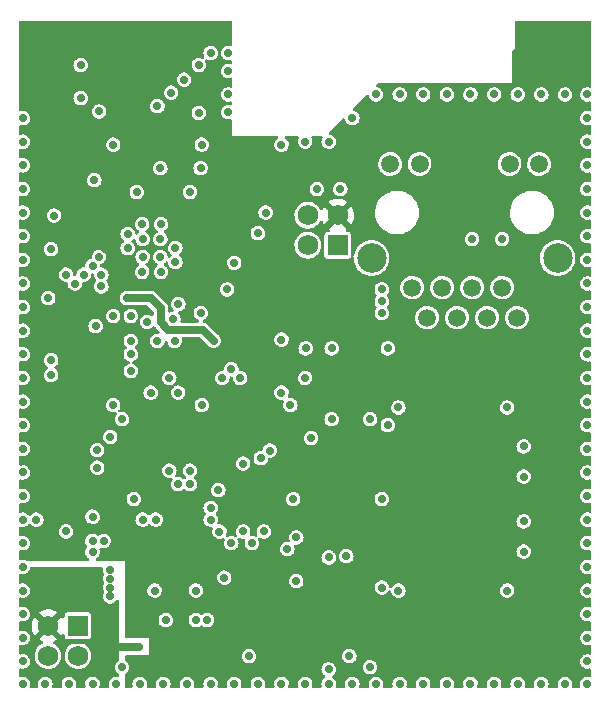
<source format=gbr>
%TF.GenerationSoftware,KiCad,Pcbnew,6.0.0*%
%TF.CreationDate,2022-05-21T22:27:12+02:00*%
%TF.ProjectId,cowdin-3b-esp32,636f7764-696e-42d3-9362-2d6573703332,1*%
%TF.SameCoordinates,Original*%
%TF.FileFunction,Copper,L3,Inr*%
%TF.FilePolarity,Positive*%
%FSLAX46Y46*%
G04 Gerber Fmt 4.6, Leading zero omitted, Abs format (unit mm)*
G04 Created by KiCad (PCBNEW 6.0.0) date 2022-05-21 22:27:12*
%MOMM*%
%LPD*%
G01*
G04 APERTURE LIST*
%TA.AperFunction,ComponentPad*%
%ADD10R,1.750000X1.750000*%
%TD*%
%TA.AperFunction,ComponentPad*%
%ADD11C,1.750000*%
%TD*%
%TA.AperFunction,ComponentPad*%
%ADD12C,1.500000*%
%TD*%
%TA.AperFunction,ComponentPad*%
%ADD13C,2.500000*%
%TD*%
%TA.AperFunction,ViaPad*%
%ADD14C,0.711200*%
%TD*%
%TA.AperFunction,Conductor*%
%ADD15C,0.406400*%
%TD*%
%TA.AperFunction,Conductor*%
%ADD16C,0.304800*%
%TD*%
%TA.AperFunction,Conductor*%
%ADD17C,0.711200*%
%TD*%
G04 APERTURE END LIST*
D10*
%TO.N,GND*%
%TO.C,P2*%
X151270000Y-95770000D03*
D11*
%TO.N,DBG_RX*%
X148730000Y-95770000D03*
%TO.N,+3.3V*%
X151270000Y-93230000D03*
%TO.N,DBG_TX*%
X148730000Y-93230000D03*
%TD*%
D10*
%TO.N,GND*%
%TO.C,P1*%
X129270000Y-127980000D03*
D11*
%TO.N,UART_RX*%
X129270000Y-130520000D03*
%TO.N,+5V*%
X126730000Y-127980000D03*
%TO.N,UART_TX*%
X126730000Y-130520000D03*
%TD*%
D12*
%TO.N,Net-(J2-Pad1)*%
%TO.C,J2*%
X157555000Y-99350000D03*
%TO.N,Net-(J2-Pad2)*%
X158825000Y-101890000D03*
%TO.N,Net-(J2-Pad3)*%
X160095000Y-99350000D03*
%TO.N,Net-(J2-Pad4)*%
X161365000Y-101890000D03*
X162635000Y-99350000D03*
%TO.N,Net-(J2-Pad6)*%
X163905000Y-101890000D03*
%TO.N,Net-(J2-Pad7)*%
X165175000Y-99350000D03*
X166445000Y-101890000D03*
%TO.N,ETH_LED*%
X168300000Y-88890000D03*
%TO.N,Net-(J2-Pad10)*%
X165810000Y-88890000D03*
%TO.N,Net-(J2-Pad11)*%
X158190000Y-88890000D03*
%TO.N,Net-(J2-Pad12)*%
X155700000Y-88890000D03*
D13*
%TO.N,GND*%
X169875000Y-96850000D03*
X154125000Y-96850000D03*
%TD*%
D14*
%TO.N,+3.3V*%
X152500000Y-91250000D03*
X138750000Y-111650000D03*
X128000000Y-110000000D03*
X145000000Y-125250000D03*
X136700000Y-122650000D03*
X149250000Y-102250000D03*
X143250000Y-125250000D03*
X139680000Y-100500000D03*
X131600000Y-96050000D03*
X137100000Y-119000000D03*
X150750000Y-101250000D03*
X129350000Y-95000000D03*
X138100000Y-92150000D03*
X144100000Y-129000000D03*
X165800000Y-84900000D03*
X144400000Y-116500000D03*
X130650000Y-88740000D03*
X155700000Y-84900000D03*
X128000000Y-110750000D03*
X150750000Y-100500000D03*
X139850000Y-96250000D03*
X130650000Y-91500000D03*
X150750000Y-99750000D03*
X148500000Y-98750000D03*
X149250000Y-98750000D03*
X135750000Y-127500000D03*
X128000000Y-111500000D03*
X149900000Y-125250000D03*
X148500000Y-102250000D03*
X140250000Y-94250000D03*
X140200000Y-122650000D03*
%TO.N,GND*%
X139250000Y-125000000D03*
X132000000Y-125500000D03*
X142500000Y-97250000D03*
X124600000Y-99000000D03*
X150750000Y-104500000D03*
X137750000Y-108250000D03*
X142000000Y-83000000D03*
X172400000Y-107000000D03*
X130500000Y-132900000D03*
X147490000Y-117250000D03*
X131060000Y-84440000D03*
X125750000Y-119000000D03*
X132000000Y-124000000D03*
X172400000Y-115000000D03*
X155000000Y-99500000D03*
X140500000Y-79500000D03*
X155000000Y-117250000D03*
X172400000Y-131000000D03*
X124600000Y-103000000D03*
X139750000Y-87250000D03*
X150500000Y-132900000D03*
X155000000Y-124750000D03*
X132500000Y-132900000D03*
X134000000Y-117250000D03*
X148500000Y-87000000D03*
X147250000Y-109300000D03*
X158500000Y-83000000D03*
X172400000Y-87000000D03*
X146500000Y-108250000D03*
X133000000Y-110500000D03*
X124600000Y-95000000D03*
X124600000Y-127000000D03*
X172400000Y-111000000D03*
X132000000Y-112000000D03*
X136250000Y-89250000D03*
X168500000Y-83000000D03*
X139500000Y-80500000D03*
X172400000Y-123000000D03*
X141900000Y-99500000D03*
X136250000Y-96750000D03*
X138750000Y-91250000D03*
X152000000Y-122100000D03*
X164500000Y-83000000D03*
X124600000Y-101000000D03*
X138500000Y-132900000D03*
X172400000Y-99000000D03*
X124600000Y-87000000D03*
X168500000Y-132900000D03*
X124600000Y-119000000D03*
X124600000Y-91000000D03*
X124600000Y-89000000D03*
X124600000Y-85000000D03*
X132250000Y-101750000D03*
X149010000Y-112100000D03*
X152500000Y-132900000D03*
X135750000Y-125000000D03*
X126500000Y-132900000D03*
X152250000Y-130550000D03*
X170500000Y-83000000D03*
X124600000Y-113000000D03*
X134750000Y-96750000D03*
X132000000Y-124750000D03*
X162500000Y-132900000D03*
X142250000Y-121000000D03*
X150500000Y-122200000D03*
X124600000Y-107000000D03*
X154000000Y-131500000D03*
X124600000Y-125000000D03*
X172400000Y-93000000D03*
X138250000Y-81750000D03*
X172400000Y-129000000D03*
X172400000Y-97000000D03*
X132250000Y-87250000D03*
X139250000Y-127500000D03*
X156500000Y-83000000D03*
X137150000Y-82850000D03*
X130500000Y-120800000D03*
X136000000Y-84000000D03*
X148500000Y-107000000D03*
X156400000Y-125000000D03*
X139673398Y-101500000D03*
X138750000Y-114850000D03*
X162640000Y-95250000D03*
X143250000Y-114250000D03*
X155000000Y-101500000D03*
X130650000Y-90260000D03*
X172400000Y-109000000D03*
X162500000Y-83000000D03*
X172400000Y-119000000D03*
X134750000Y-95250000D03*
X133000000Y-131500000D03*
X139650000Y-89250000D03*
X132000000Y-123250000D03*
X146500000Y-87250000D03*
X155000000Y-100500000D03*
X133750000Y-104993300D03*
X145150000Y-93000000D03*
X133750000Y-106400000D03*
X129500000Y-83310000D03*
X160500000Y-132900000D03*
X154500000Y-83000000D03*
X160500000Y-83000000D03*
X164500000Y-132900000D03*
X124600000Y-93000000D03*
X172400000Y-125000000D03*
X166500000Y-83000000D03*
X134250000Y-91250000D03*
X172400000Y-85000000D03*
X166500000Y-132900000D03*
X150750000Y-110500000D03*
X172400000Y-95000000D03*
X165600000Y-109500000D03*
X128500000Y-132900000D03*
X147750000Y-124200000D03*
X172400000Y-89000000D03*
X124600000Y-109000000D03*
X136500000Y-132900000D03*
X134500000Y-132900000D03*
X141650000Y-123900000D03*
X124600000Y-97000000D03*
X158500000Y-132900000D03*
X172400000Y-113000000D03*
X140500000Y-132900000D03*
X154000000Y-110500000D03*
X139500000Y-84550000D03*
X142500000Y-132900000D03*
X124600000Y-129000000D03*
X129500000Y-80500000D03*
X172400000Y-117000000D03*
X124600000Y-105000000D03*
X152500000Y-85000000D03*
X124600000Y-123000000D03*
X172400000Y-127000000D03*
X172400000Y-103000000D03*
X170500000Y-132900000D03*
X156500000Y-132900000D03*
X151480000Y-91000000D03*
X143750000Y-130560000D03*
X144500000Y-132900000D03*
X130500000Y-118750000D03*
X150500000Y-131680000D03*
X126750000Y-100250000D03*
X172400000Y-105000000D03*
X146500000Y-103750000D03*
X141150000Y-116500000D03*
X126990000Y-96100000D03*
X142000000Y-84500000D03*
X172400000Y-101000000D03*
X124600000Y-132900000D03*
X165180000Y-95250000D03*
X132250000Y-109300000D03*
X172400000Y-91000000D03*
X156400000Y-109500000D03*
X144500000Y-94750000D03*
X148500000Y-132900000D03*
X124600000Y-117000000D03*
X154500000Y-132900000D03*
X150500000Y-87000000D03*
X124600000Y-115000000D03*
X172400000Y-132900000D03*
X172400000Y-83000000D03*
X137000000Y-114850000D03*
X130900000Y-113100000D03*
X146500000Y-132900000D03*
X130500000Y-121750000D03*
X124600000Y-111000000D03*
X127250000Y-93250000D03*
X165600000Y-125000000D03*
X139750000Y-109300000D03*
X147750000Y-120500000D03*
X136250000Y-95250000D03*
X124600000Y-121000000D03*
X155500000Y-104500000D03*
X124600000Y-131000000D03*
X172400000Y-121000000D03*
X135430000Y-108250000D03*
X130900000Y-114600000D03*
X142000000Y-81000000D03*
%TO.N,Net-(A1-Pad1)*%
X142000000Y-79500000D03*
%TO.N,BOOT2*%
X149500000Y-91000000D03*
X130500000Y-97500000D03*
%TO.N,Net-(TP1-Pad1)*%
X133480000Y-94800000D03*
%TO.N,Net-(TP2-Pad1)*%
X133480000Y-96000000D03*
%TO.N,Net-(TP3-Pad1)*%
X131050000Y-96750000D03*
%TO.N,Net-(TP4-Pad1)*%
X134700000Y-98020000D03*
%TO.N,ETH_IRQ*%
X141250000Y-120010000D03*
X131250000Y-99250000D03*
%TO.N,FL_SHD*%
X137450000Y-103860000D03*
X133750000Y-101750000D03*
%TO.N,U2_RXD*%
X127000000Y-105500000D03*
X135850000Y-119000000D03*
%TO.N,FL_SCS*%
X135140000Y-102250000D03*
X130760000Y-102600000D03*
%TO.N,FL_SDO*%
X133750000Y-103860000D03*
X136000000Y-103860000D03*
%TO.N,+VMEM*%
X133400000Y-100250000D03*
X140750000Y-103850000D03*
%TO.N,Net-(J2-Pad1)*%
X167000000Y-112800000D03*
%TO.N,Net-(J2-Pad2)*%
X167000000Y-115350000D03*
%TO.N,Net-(J2-Pad3)*%
X167000000Y-119150000D03*
%TO.N,Net-(J2-Pad6)*%
X167000000Y-121700000D03*
%TO.N,U2_TXD*%
X127000000Y-106750000D03*
X134750000Y-119000000D03*
%TO.N,ETH_MDIO*%
X145500000Y-113150000D03*
X137760000Y-100750000D03*
%TO.N,ETH_RXD1*%
X129000000Y-99010000D03*
X138750000Y-116000000D03*
%TO.N,ETH_RXD0*%
X128250000Y-98250000D03*
X137750000Y-116000000D03*
%TO.N,ETH_TXEN*%
X143000000Y-107000000D03*
X145000000Y-120000000D03*
%TO.N,ETH_CRSDV*%
X140500000Y-118000000D03*
X129750000Y-98250000D03*
%TO.N,ETH_RXER*%
X134700000Y-93980000D03*
X140500000Y-119000000D03*
%TO.N,ETH_TXD0*%
X141500000Y-107000000D03*
X143250000Y-120000000D03*
%TO.N,ETH_TXD1*%
X144000000Y-121000000D03*
X142250000Y-106250000D03*
%TO.N,ETH_LED*%
X147000000Y-121500000D03*
X155500000Y-111000000D03*
%TO.N,ETH_MDC*%
X136300000Y-98020000D03*
X144750000Y-113800000D03*
%TO.N,CLK50_EN*%
X137000000Y-107000000D03*
X137350000Y-102000000D03*
%TO.N,BOOT0*%
X131250000Y-98250000D03*
X148550000Y-104500000D03*
%TO.N,+5V*%
X128250000Y-120000000D03*
X131450000Y-120800000D03*
X134400000Y-129750000D03*
%TO.N,DBG_RX*%
X137520000Y-97200000D03*
%TO.N,DBG_TX*%
X137520000Y-96000000D03*
%TO.N,+VIO*%
X136700000Y-127500000D03*
X140200000Y-127500000D03*
%TO.N,Net-(TP5-Pad1)*%
X136300000Y-93980000D03*
%TD*%
D15*
%TO.N,+3.3V*%
X140250000Y-93410000D02*
X143890000Y-89770000D01*
X139680000Y-100500000D02*
X138400000Y-99220000D01*
D16*
X152500000Y-92000000D02*
X151270000Y-93230000D01*
D15*
X140250000Y-95850000D02*
X140250000Y-94250000D01*
D17*
X131300000Y-92150000D02*
X130650000Y-91500000D01*
D15*
X140200000Y-124120000D02*
X141650000Y-125570000D01*
X131640000Y-90510000D02*
X130650000Y-91500000D01*
X137100000Y-118220000D02*
X137100000Y-119000000D01*
X149900000Y-123450000D02*
X149000000Y-122550000D01*
X131600000Y-96050000D02*
X130550000Y-95000000D01*
X137100000Y-119000000D02*
X137100000Y-120020000D01*
X136700000Y-120420000D02*
X137100000Y-120020000D01*
X129350000Y-92800000D02*
X130650000Y-91500000D01*
X143890000Y-89770000D02*
X149770000Y-89770000D01*
X138750000Y-111650000D02*
X143600000Y-116500000D01*
X146600000Y-118700000D02*
X144400000Y-116500000D01*
X165800000Y-84900000D02*
X155700000Y-84900000D01*
X143250000Y-123240000D02*
X143250000Y-125250000D01*
X138750000Y-108250000D02*
X138750000Y-111650000D01*
X143600000Y-116500000D02*
X144400000Y-116500000D01*
X140200000Y-122650000D02*
X140200000Y-124120000D01*
X149000000Y-120100000D02*
X147600000Y-118700000D01*
D16*
X152500000Y-91250000D02*
X152500000Y-92000000D01*
D15*
X149000000Y-122550000D02*
X149000000Y-120100000D01*
X138370000Y-121290000D02*
X141300000Y-121290000D01*
X138990000Y-92150000D02*
X140250000Y-93410000D01*
X137100000Y-120020000D02*
X138370000Y-121290000D01*
X140250000Y-93410000D02*
X140250000Y-94250000D01*
X142090000Y-104910000D02*
X138750000Y-108250000D01*
X131640000Y-89730000D02*
X130650000Y-88740000D01*
X139680000Y-100500000D02*
X141030000Y-100500000D01*
X138400000Y-96100000D02*
X140250000Y-94250000D01*
X141650000Y-125570000D02*
X141650000Y-126550000D01*
X136700000Y-122650000D02*
X136700000Y-120420000D01*
X141030000Y-100500000D02*
X142090000Y-101560000D01*
X142090000Y-101560000D02*
X142090000Y-104910000D01*
X145000000Y-125250000D02*
X143250000Y-125250000D01*
X141300000Y-121290000D02*
X143250000Y-123240000D01*
X130550000Y-95000000D02*
X129350000Y-95000000D01*
X138100000Y-92150000D02*
X138990000Y-92150000D01*
X149900000Y-125250000D02*
X149900000Y-123450000D01*
X131640000Y-90510000D02*
X131640000Y-89730000D01*
X136700000Y-122650000D02*
X140200000Y-122650000D01*
X139850000Y-96250000D02*
X140250000Y-95850000D01*
X138400000Y-99220000D02*
X138400000Y-96100000D01*
X149900000Y-125250000D02*
X145000000Y-125250000D01*
X129350000Y-95000000D02*
X129350000Y-92800000D01*
X141650000Y-126550000D02*
X144100000Y-129000000D01*
D17*
X138100000Y-92150000D02*
X131300000Y-92150000D01*
D15*
X128000000Y-111500000D02*
X130380000Y-111500000D01*
X154640000Y-84900000D02*
X155700000Y-84900000D01*
X130380000Y-111500000D02*
X137100000Y-118220000D01*
X136700000Y-125590000D02*
X135750000Y-126540000D01*
X135750000Y-126540000D02*
X135750000Y-127500000D01*
X147600000Y-118700000D02*
X146600000Y-118700000D01*
X136700000Y-122650000D02*
X136700000Y-125590000D01*
X149770000Y-89770000D02*
X154640000Y-84900000D01*
D17*
%TO.N,+VMEM*%
X133400000Y-100250000D02*
X135440000Y-100250000D01*
X139820000Y-102920000D02*
X140750000Y-103850000D01*
X136910000Y-102920000D02*
X139820000Y-102920000D01*
X136290000Y-101100000D02*
X136290000Y-102300000D01*
X135440000Y-100250000D02*
X136290000Y-101100000D01*
X136290000Y-102300000D02*
X136910000Y-102920000D01*
%TO.N,+5V*%
X134400000Y-129750000D02*
X132420000Y-129750000D01*
X131920000Y-129250000D02*
X131000000Y-129250000D01*
D15*
X131000000Y-129250000D02*
X128000000Y-129250000D01*
X128000000Y-129250000D02*
X126730000Y-127980000D01*
D17*
X132420000Y-129750000D02*
X131920000Y-129250000D01*
%TD*%
%TA.AperFunction,Conductor*%
%TO.N,+5V*%
G36*
X131341964Y-123020002D02*
G01*
X131388457Y-123073658D01*
X131398765Y-123142446D01*
X131385453Y-123243564D01*
X131401657Y-123390340D01*
X131404267Y-123397472D01*
X131444129Y-123506400D01*
X131452404Y-123529014D01*
X131456642Y-123535320D01*
X131456642Y-123535321D01*
X131469049Y-123553786D01*
X131490440Y-123621484D01*
X131471835Y-123689999D01*
X131467553Y-123696510D01*
X131458368Y-123709579D01*
X131404727Y-123847160D01*
X131385453Y-123993564D01*
X131401657Y-124140340D01*
X131452404Y-124279014D01*
X131456642Y-124285320D01*
X131456642Y-124285321D01*
X131469049Y-124303786D01*
X131490440Y-124371484D01*
X131471835Y-124439999D01*
X131467553Y-124446510D01*
X131458368Y-124459579D01*
X131455609Y-124466654D01*
X131455608Y-124466657D01*
X131408097Y-124588517D01*
X131404727Y-124597160D01*
X131385453Y-124743564D01*
X131401657Y-124890340D01*
X131404267Y-124897472D01*
X131446497Y-125012871D01*
X131452404Y-125029014D01*
X131456642Y-125035320D01*
X131456642Y-125035321D01*
X131469049Y-125053786D01*
X131490440Y-125121484D01*
X131471835Y-125189999D01*
X131467553Y-125196510D01*
X131458368Y-125209579D01*
X131455609Y-125216654D01*
X131455608Y-125216657D01*
X131424644Y-125296077D01*
X131404727Y-125347160D01*
X131403735Y-125354693D01*
X131403735Y-125354694D01*
X131396478Y-125409821D01*
X131385453Y-125493564D01*
X131401657Y-125640340D01*
X131452404Y-125779014D01*
X131534765Y-125901580D01*
X131643985Y-126000962D01*
X131773758Y-126071423D01*
X131916592Y-126108895D01*
X131993379Y-126110101D01*
X132056643Y-126111095D01*
X132056646Y-126111095D01*
X132064241Y-126111214D01*
X132116036Y-126099351D01*
X132200779Y-126079943D01*
X132200783Y-126079942D01*
X132208182Y-126078247D01*
X132228954Y-126067800D01*
X132333321Y-126015310D01*
X132333324Y-126015308D01*
X132340104Y-126011898D01*
X132452391Y-125915995D01*
X132521679Y-125819570D01*
X132577672Y-125775924D01*
X132648376Y-125769478D01*
X132711340Y-125802281D01*
X132746574Y-125863917D01*
X132750000Y-125893098D01*
X132750000Y-130865669D01*
X132729998Y-130933790D01*
X132681791Y-130977634D01*
X132654554Y-130991692D01*
X132648830Y-130996685D01*
X132648829Y-130996686D01*
X132630276Y-131012871D01*
X132543277Y-131088765D01*
X132458368Y-131209579D01*
X132455609Y-131216654D01*
X132455608Y-131216657D01*
X132413059Y-131325790D01*
X132404727Y-131347160D01*
X132403735Y-131354693D01*
X132403735Y-131354694D01*
X132396478Y-131409821D01*
X132385453Y-131493564D01*
X132401657Y-131640340D01*
X132452404Y-131779014D01*
X132534765Y-131901580D01*
X132643985Y-132000962D01*
X132684123Y-132022755D01*
X132734443Y-132072835D01*
X132750000Y-132133485D01*
X132750000Y-132172150D01*
X132729998Y-132240271D01*
X132676342Y-132286764D01*
X132606068Y-132296868D01*
X132593303Y-132294353D01*
X132584401Y-132292117D01*
X132584399Y-132292117D01*
X132577027Y-132290265D01*
X132569428Y-132290225D01*
X132569426Y-132290225D01*
X132507798Y-132289903D01*
X132429362Y-132289492D01*
X132421982Y-132291264D01*
X132421980Y-132291264D01*
X132293153Y-132322192D01*
X132293149Y-132322193D01*
X132285774Y-132323964D01*
X132154554Y-132391692D01*
X132043277Y-132488765D01*
X131958368Y-132609579D01*
X131904727Y-132747160D01*
X131903735Y-132754693D01*
X131903735Y-132754694D01*
X131902913Y-132760942D01*
X131885453Y-132893564D01*
X131901657Y-133040340D01*
X131904268Y-133047475D01*
X131914962Y-133076700D01*
X131919588Y-133147546D01*
X131885177Y-133209646D01*
X131822655Y-133243284D01*
X131796636Y-133246000D01*
X131204944Y-133246000D01*
X131136823Y-133225998D01*
X131090330Y-133172342D01*
X131080226Y-133102068D01*
X131088037Y-133073004D01*
X131090804Y-133066122D01*
X131090806Y-133066115D01*
X131093640Y-133059065D01*
X131114446Y-132912871D01*
X131114581Y-132900000D01*
X131096841Y-132753402D01*
X131044644Y-132615267D01*
X130961004Y-132493570D01*
X130850750Y-132395337D01*
X130843866Y-132391692D01*
X130726957Y-132329792D01*
X130726955Y-132329791D01*
X130720246Y-132326239D01*
X130673340Y-132314457D01*
X130584398Y-132292116D01*
X130584394Y-132292116D01*
X130577027Y-132290265D01*
X130569428Y-132290225D01*
X130569426Y-132290225D01*
X130507798Y-132289903D01*
X130429362Y-132289492D01*
X130421982Y-132291264D01*
X130421980Y-132291264D01*
X130293153Y-132322192D01*
X130293149Y-132322193D01*
X130285774Y-132323964D01*
X130154554Y-132391692D01*
X130043277Y-132488765D01*
X129958368Y-132609579D01*
X129904727Y-132747160D01*
X129903735Y-132754693D01*
X129903735Y-132754694D01*
X129902913Y-132760942D01*
X129885453Y-132893564D01*
X129901657Y-133040340D01*
X129904268Y-133047475D01*
X129914962Y-133076700D01*
X129919588Y-133147546D01*
X129885177Y-133209646D01*
X129822655Y-133243284D01*
X129796636Y-133246000D01*
X129204944Y-133246000D01*
X129136823Y-133225998D01*
X129090330Y-133172342D01*
X129080226Y-133102068D01*
X129088037Y-133073004D01*
X129090804Y-133066122D01*
X129090806Y-133066115D01*
X129093640Y-133059065D01*
X129114446Y-132912871D01*
X129114581Y-132900000D01*
X129096841Y-132753402D01*
X129044644Y-132615267D01*
X128961004Y-132493570D01*
X128850750Y-132395337D01*
X128843866Y-132391692D01*
X128726957Y-132329792D01*
X128726955Y-132329791D01*
X128720246Y-132326239D01*
X128673340Y-132314457D01*
X128584398Y-132292116D01*
X128584394Y-132292116D01*
X128577027Y-132290265D01*
X128569428Y-132290225D01*
X128569426Y-132290225D01*
X128507798Y-132289903D01*
X128429362Y-132289492D01*
X128421982Y-132291264D01*
X128421980Y-132291264D01*
X128293153Y-132322192D01*
X128293149Y-132322193D01*
X128285774Y-132323964D01*
X128154554Y-132391692D01*
X128043277Y-132488765D01*
X127958368Y-132609579D01*
X127904727Y-132747160D01*
X127903735Y-132754693D01*
X127903735Y-132754694D01*
X127902913Y-132760942D01*
X127885453Y-132893564D01*
X127901657Y-133040340D01*
X127904268Y-133047475D01*
X127914962Y-133076700D01*
X127919588Y-133147546D01*
X127885177Y-133209646D01*
X127822655Y-133243284D01*
X127796636Y-133246000D01*
X127204944Y-133246000D01*
X127136823Y-133225998D01*
X127090330Y-133172342D01*
X127080226Y-133102068D01*
X127088037Y-133073004D01*
X127090804Y-133066122D01*
X127090806Y-133066115D01*
X127093640Y-133059065D01*
X127114446Y-132912871D01*
X127114581Y-132900000D01*
X127096841Y-132753402D01*
X127044644Y-132615267D01*
X126961004Y-132493570D01*
X126850750Y-132395337D01*
X126843866Y-132391692D01*
X126726957Y-132329792D01*
X126726955Y-132329791D01*
X126720246Y-132326239D01*
X126673340Y-132314457D01*
X126584398Y-132292116D01*
X126584394Y-132292116D01*
X126577027Y-132290265D01*
X126569428Y-132290225D01*
X126569426Y-132290225D01*
X126507798Y-132289903D01*
X126429362Y-132289492D01*
X126421982Y-132291264D01*
X126421980Y-132291264D01*
X126293153Y-132322192D01*
X126293149Y-132322193D01*
X126285774Y-132323964D01*
X126154554Y-132391692D01*
X126043277Y-132488765D01*
X125958368Y-132609579D01*
X125904727Y-132747160D01*
X125903735Y-132754693D01*
X125903735Y-132754694D01*
X125902913Y-132760942D01*
X125885453Y-132893564D01*
X125901657Y-133040340D01*
X125904268Y-133047475D01*
X125914962Y-133076700D01*
X125919588Y-133147546D01*
X125885177Y-133209646D01*
X125822655Y-133243284D01*
X125796636Y-133246000D01*
X125304944Y-133246000D01*
X125236823Y-133225998D01*
X125190330Y-133172342D01*
X125180226Y-133102068D01*
X125188037Y-133073004D01*
X125190804Y-133066122D01*
X125190806Y-133066115D01*
X125193640Y-133059065D01*
X125214446Y-132912871D01*
X125214581Y-132900000D01*
X125196841Y-132753402D01*
X125144644Y-132615267D01*
X125061004Y-132493570D01*
X124950750Y-132395337D01*
X124943866Y-132391692D01*
X124826957Y-132329792D01*
X124826955Y-132329791D01*
X124820246Y-132326239D01*
X124773340Y-132314457D01*
X124684398Y-132292116D01*
X124684394Y-132292116D01*
X124677027Y-132290265D01*
X124669428Y-132290225D01*
X124669426Y-132290225D01*
X124607798Y-132289903D01*
X124529362Y-132289492D01*
X124521982Y-132291264D01*
X124521980Y-132291264D01*
X124509114Y-132294353D01*
X124409413Y-132318289D01*
X124338506Y-132314742D01*
X124280772Y-132273422D01*
X124254542Y-132207449D01*
X124254000Y-132195770D01*
X124254000Y-131703325D01*
X124274002Y-131635204D01*
X124327658Y-131588711D01*
X124397932Y-131578607D01*
X124411973Y-131581449D01*
X124509241Y-131606967D01*
X124509245Y-131606968D01*
X124516592Y-131608895D01*
X124593379Y-131610101D01*
X124656643Y-131611095D01*
X124656646Y-131611095D01*
X124664241Y-131611214D01*
X124728302Y-131596542D01*
X124800779Y-131579943D01*
X124800783Y-131579942D01*
X124808182Y-131578247D01*
X124857486Y-131553450D01*
X124933321Y-131515310D01*
X124933324Y-131515308D01*
X124940104Y-131511898D01*
X125052391Y-131415995D01*
X125138561Y-131296077D01*
X125175832Y-131203363D01*
X125190805Y-131166118D01*
X125190806Y-131166116D01*
X125193640Y-131159065D01*
X125214446Y-131012871D01*
X125214581Y-131000000D01*
X125211875Y-130977634D01*
X125202951Y-130903896D01*
X125196841Y-130853402D01*
X125144644Y-130715267D01*
X125132399Y-130697450D01*
X125065306Y-130599829D01*
X125065305Y-130599827D01*
X125061004Y-130593570D01*
X124950750Y-130495337D01*
X124943866Y-130491692D01*
X124941248Y-130490306D01*
X125596050Y-130490306D01*
X125609627Y-130697450D01*
X125660725Y-130898650D01*
X125747634Y-131087169D01*
X125867442Y-131256694D01*
X126016137Y-131401547D01*
X126020933Y-131404752D01*
X126020936Y-131404754D01*
X126090368Y-131451147D01*
X126188740Y-131516877D01*
X126194043Y-131519155D01*
X126194048Y-131519158D01*
X126374167Y-131596542D01*
X126374170Y-131596543D01*
X126379470Y-131598820D01*
X126385100Y-131600094D01*
X126540261Y-131635204D01*
X126581939Y-131644635D01*
X126587708Y-131644862D01*
X126587711Y-131644862D01*
X126666453Y-131647955D01*
X126789367Y-131652784D01*
X126876232Y-131640189D01*
X126989092Y-131623826D01*
X126989097Y-131623825D01*
X126994806Y-131622997D01*
X127191377Y-131556270D01*
X127372497Y-131454838D01*
X127532099Y-131322099D01*
X127664838Y-131162497D01*
X127766270Y-130981377D01*
X127832997Y-130784806D01*
X127833825Y-130779097D01*
X127833826Y-130779092D01*
X127859817Y-130599829D01*
X127862784Y-130579367D01*
X127864339Y-130520000D01*
X127861610Y-130490306D01*
X128136050Y-130490306D01*
X128149627Y-130697450D01*
X128200725Y-130898650D01*
X128287634Y-131087169D01*
X128407442Y-131256694D01*
X128556137Y-131401547D01*
X128560933Y-131404752D01*
X128560936Y-131404754D01*
X128630368Y-131451147D01*
X128728740Y-131516877D01*
X128734043Y-131519155D01*
X128734048Y-131519158D01*
X128914167Y-131596542D01*
X128914170Y-131596543D01*
X128919470Y-131598820D01*
X128925100Y-131600094D01*
X129080261Y-131635204D01*
X129121939Y-131644635D01*
X129127708Y-131644862D01*
X129127711Y-131644862D01*
X129206453Y-131647955D01*
X129329367Y-131652784D01*
X129416232Y-131640189D01*
X129529092Y-131623826D01*
X129529097Y-131623825D01*
X129534806Y-131622997D01*
X129731377Y-131556270D01*
X129912497Y-131454838D01*
X130072099Y-131322099D01*
X130204838Y-131162497D01*
X130306270Y-130981377D01*
X130372997Y-130784806D01*
X130373825Y-130779097D01*
X130373826Y-130779092D01*
X130399817Y-130599829D01*
X130402784Y-130579367D01*
X130404339Y-130520000D01*
X130385344Y-130313283D01*
X130328997Y-130113489D01*
X130318117Y-130091425D01*
X130239737Y-129932489D01*
X130237183Y-129927310D01*
X130112978Y-129760979D01*
X129960542Y-129620068D01*
X129784979Y-129509297D01*
X129592170Y-129432373D01*
X129586502Y-129431246D01*
X129586500Y-129431245D01*
X129394238Y-129393002D01*
X129394236Y-129393002D01*
X129388571Y-129391875D01*
X129382796Y-129391799D01*
X129382792Y-129391799D01*
X129279057Y-129390442D01*
X129181001Y-129389158D01*
X129175304Y-129390137D01*
X129175303Y-129390137D01*
X128982101Y-129423335D01*
X128982098Y-129423336D01*
X128976411Y-129424313D01*
X128781654Y-129496162D01*
X128603252Y-129602300D01*
X128593088Y-129611214D01*
X128451525Y-129735362D01*
X128451522Y-129735365D01*
X128447180Y-129739173D01*
X128318663Y-129902195D01*
X128222007Y-130085907D01*
X128160449Y-130284158D01*
X128136050Y-130490306D01*
X127861610Y-130490306D01*
X127845344Y-130313283D01*
X127788997Y-130113489D01*
X127778117Y-130091425D01*
X127699737Y-129932489D01*
X127697183Y-129927310D01*
X127572978Y-129760979D01*
X127420542Y-129620068D01*
X127244979Y-129509297D01*
X127239614Y-129507157D01*
X127239609Y-129507154D01*
X127236114Y-129505759D01*
X127234710Y-129504657D01*
X127234466Y-129504533D01*
X127234490Y-129504485D01*
X127180257Y-129461935D01*
X127156961Y-129394870D01*
X127173621Y-129325855D01*
X127224948Y-129276804D01*
X127236840Y-129271418D01*
X127240991Y-129269791D01*
X127435947Y-129174284D01*
X127444785Y-129169015D01*
X127497172Y-129131648D01*
X127505572Y-129120948D01*
X127498585Y-129107795D01*
X126742812Y-128352022D01*
X126728868Y-128344408D01*
X126727035Y-128344539D01*
X126720420Y-128348790D01*
X125958460Y-129110750D01*
X125951700Y-129123130D01*
X125956981Y-129130184D01*
X126125919Y-129228904D01*
X126135202Y-129233351D01*
X126226374Y-129268167D01*
X126282877Y-129311155D01*
X126307170Y-129377866D01*
X126291540Y-129447121D01*
X126240820Y-129494760D01*
X126241654Y-129496162D01*
X126063252Y-129602300D01*
X126053088Y-129611214D01*
X125911525Y-129735362D01*
X125911522Y-129735365D01*
X125907180Y-129739173D01*
X125778663Y-129902195D01*
X125682007Y-130085907D01*
X125620449Y-130284158D01*
X125596050Y-130490306D01*
X124941248Y-130490306D01*
X124826957Y-130429792D01*
X124826955Y-130429791D01*
X124820246Y-130426239D01*
X124773340Y-130414457D01*
X124684398Y-130392116D01*
X124684394Y-130392116D01*
X124677027Y-130390265D01*
X124669428Y-130390225D01*
X124669426Y-130390225D01*
X124607798Y-130389903D01*
X124529362Y-130389492D01*
X124521982Y-130391264D01*
X124521980Y-130391264D01*
X124479255Y-130401521D01*
X124409413Y-130418289D01*
X124338506Y-130414742D01*
X124280772Y-130373422D01*
X124254542Y-130307449D01*
X124254000Y-130295770D01*
X124254000Y-129703325D01*
X124274002Y-129635204D01*
X124327658Y-129588711D01*
X124397932Y-129578607D01*
X124411973Y-129581449D01*
X124509241Y-129606967D01*
X124509245Y-129606968D01*
X124516592Y-129608895D01*
X124593379Y-129610101D01*
X124656643Y-129611095D01*
X124656646Y-129611095D01*
X124664241Y-129611214D01*
X124716055Y-129599347D01*
X124800779Y-129579943D01*
X124800783Y-129579942D01*
X124808182Y-129578247D01*
X124823264Y-129570662D01*
X124933321Y-129515310D01*
X124933324Y-129515308D01*
X124940104Y-129511898D01*
X125034536Y-129431245D01*
X125046613Y-129420930D01*
X125052391Y-129415995D01*
X125138561Y-129296077D01*
X125193640Y-129159065D01*
X125214446Y-129012871D01*
X125214581Y-129000000D01*
X125196841Y-128853402D01*
X125144644Y-128715267D01*
X125072368Y-128610105D01*
X125065306Y-128599829D01*
X125065305Y-128599827D01*
X125061004Y-128593570D01*
X124950750Y-128495337D01*
X124943866Y-128491692D01*
X124826957Y-128429792D01*
X124826955Y-128429791D01*
X124820246Y-128426239D01*
X124773340Y-128414457D01*
X124684398Y-128392116D01*
X124684394Y-128392116D01*
X124677027Y-128390265D01*
X124669428Y-128390225D01*
X124669426Y-128390225D01*
X124607798Y-128389903D01*
X124529362Y-128389492D01*
X124521982Y-128391264D01*
X124521980Y-128391264D01*
X124486521Y-128399777D01*
X124409413Y-128418289D01*
X124338506Y-128414742D01*
X124280772Y-128373422D01*
X124254542Y-128307449D01*
X124254000Y-128295770D01*
X124254000Y-127951250D01*
X125342971Y-127951250D01*
X125355467Y-128167967D01*
X125356903Y-128178188D01*
X125404627Y-128389948D01*
X125407706Y-128399777D01*
X125489379Y-128600914D01*
X125494022Y-128610105D01*
X125578279Y-128747601D01*
X125588735Y-128757061D01*
X125597513Y-128753277D01*
X126357978Y-127992812D01*
X126364356Y-127981132D01*
X127094408Y-127981132D01*
X127094539Y-127982965D01*
X127098790Y-127989580D01*
X127858388Y-128749178D01*
X127870398Y-128755736D01*
X127882138Y-128746768D01*
X127912179Y-128704962D01*
X127968173Y-128661314D01*
X128038877Y-128654868D01*
X128101841Y-128687671D01*
X128137075Y-128749308D01*
X128140501Y-128778488D01*
X128140501Y-128880066D01*
X128155266Y-128954301D01*
X128162161Y-128964620D01*
X128162162Y-128964622D01*
X128185801Y-129000000D01*
X128211516Y-129038484D01*
X128295699Y-129094734D01*
X128369933Y-129109500D01*
X129269854Y-129109500D01*
X130170066Y-129109499D01*
X130205818Y-129102388D01*
X130232126Y-129097156D01*
X130232128Y-129097155D01*
X130244301Y-129094734D01*
X130254621Y-129087839D01*
X130254622Y-129087838D01*
X130318168Y-129045377D01*
X130328484Y-129038484D01*
X130384734Y-128954301D01*
X130399500Y-128880067D01*
X130399499Y-127079934D01*
X130384734Y-127005699D01*
X130328484Y-126921516D01*
X130244301Y-126865266D01*
X130170067Y-126850500D01*
X129270146Y-126850500D01*
X128369934Y-126850501D01*
X128334182Y-126857612D01*
X128307874Y-126862844D01*
X128307872Y-126862845D01*
X128295699Y-126865266D01*
X128285379Y-126872161D01*
X128285378Y-126872162D01*
X128224985Y-126912516D01*
X128211516Y-126921516D01*
X128155266Y-127005699D01*
X128140500Y-127079933D01*
X128140500Y-127187286D01*
X128120498Y-127255407D01*
X128066842Y-127301900D01*
X127996568Y-127312004D01*
X127931988Y-127282510D01*
X127908708Y-127255726D01*
X127881144Y-127213119D01*
X127870458Y-127203915D01*
X127860891Y-127208319D01*
X127102022Y-127967188D01*
X127094408Y-127981132D01*
X126364356Y-127981132D01*
X126365592Y-127978868D01*
X126365461Y-127977035D01*
X126361210Y-127970420D01*
X125601858Y-127211068D01*
X125590322Y-127204768D01*
X125578039Y-127214391D01*
X125526279Y-127290268D01*
X125521191Y-127299224D01*
X125429795Y-127496121D01*
X125426232Y-127505808D01*
X125368223Y-127714979D01*
X125366292Y-127725100D01*
X125343222Y-127940962D01*
X125342971Y-127951250D01*
X124254000Y-127951250D01*
X124254000Y-127703325D01*
X124274002Y-127635204D01*
X124327658Y-127588711D01*
X124397932Y-127578607D01*
X124411973Y-127581449D01*
X124509241Y-127606967D01*
X124509245Y-127606968D01*
X124516592Y-127608895D01*
X124593379Y-127610101D01*
X124656643Y-127611095D01*
X124656646Y-127611095D01*
X124664241Y-127611214D01*
X124716036Y-127599351D01*
X124800779Y-127579943D01*
X124800783Y-127579942D01*
X124808182Y-127578247D01*
X124823264Y-127570662D01*
X124933321Y-127515310D01*
X124933324Y-127515308D01*
X124940104Y-127511898D01*
X125052391Y-127415995D01*
X125138561Y-127296077D01*
X125193640Y-127159065D01*
X125204902Y-127079933D01*
X125213865Y-127016955D01*
X125213865Y-127016952D01*
X125214446Y-127012871D01*
X125214581Y-127000000D01*
X125196841Y-126853402D01*
X125191236Y-126838569D01*
X125953365Y-126838569D01*
X125960111Y-126850901D01*
X126717188Y-127607978D01*
X126731132Y-127615592D01*
X126732965Y-127615461D01*
X126739580Y-127611210D01*
X127501190Y-126849600D01*
X127508211Y-126836744D01*
X127500718Y-126826461D01*
X127493435Y-126821622D01*
X127303398Y-126716715D01*
X127293989Y-126712487D01*
X127089364Y-126640026D01*
X127079401Y-126637394D01*
X126865687Y-126599326D01*
X126855434Y-126598356D01*
X126638366Y-126595703D01*
X126628082Y-126596423D01*
X126413507Y-126629258D01*
X126403479Y-126631647D01*
X126197147Y-126699087D01*
X126187637Y-126703084D01*
X125995095Y-126803315D01*
X125986370Y-126808809D01*
X125961819Y-126827243D01*
X125953365Y-126838569D01*
X125191236Y-126838569D01*
X125144644Y-126715267D01*
X125133524Y-126699087D01*
X125065306Y-126599829D01*
X125065305Y-126599827D01*
X125061004Y-126593570D01*
X124950750Y-126495337D01*
X124943866Y-126491692D01*
X124826957Y-126429792D01*
X124826955Y-126429791D01*
X124820246Y-126426239D01*
X124773340Y-126414457D01*
X124684398Y-126392116D01*
X124684394Y-126392116D01*
X124677027Y-126390265D01*
X124669428Y-126390225D01*
X124669426Y-126390225D01*
X124607798Y-126389903D01*
X124529362Y-126389492D01*
X124521982Y-126391264D01*
X124521980Y-126391264D01*
X124479255Y-126401521D01*
X124409413Y-126418289D01*
X124338506Y-126414742D01*
X124280772Y-126373422D01*
X124254542Y-126307449D01*
X124254000Y-126295770D01*
X124254000Y-125703325D01*
X124274002Y-125635204D01*
X124327658Y-125588711D01*
X124397932Y-125578607D01*
X124411973Y-125581449D01*
X124509241Y-125606967D01*
X124509245Y-125606968D01*
X124516592Y-125608895D01*
X124593379Y-125610101D01*
X124656643Y-125611095D01*
X124656646Y-125611095D01*
X124664241Y-125611214D01*
X124716036Y-125599351D01*
X124800779Y-125579943D01*
X124800783Y-125579942D01*
X124808182Y-125578247D01*
X124823264Y-125570662D01*
X124933321Y-125515310D01*
X124933324Y-125515308D01*
X124940104Y-125511898D01*
X125052391Y-125415995D01*
X125138561Y-125296077D01*
X125178587Y-125196510D01*
X125190805Y-125166118D01*
X125190806Y-125166116D01*
X125193640Y-125159065D01*
X125214446Y-125012871D01*
X125214581Y-125000000D01*
X125196841Y-124853402D01*
X125144644Y-124715267D01*
X125140343Y-124709009D01*
X125065306Y-124599829D01*
X125065305Y-124599827D01*
X125061004Y-124593570D01*
X124950750Y-124495337D01*
X124896583Y-124466657D01*
X124826957Y-124429792D01*
X124826955Y-124429791D01*
X124820246Y-124426239D01*
X124773340Y-124414457D01*
X124684398Y-124392116D01*
X124684394Y-124392116D01*
X124677027Y-124390265D01*
X124669428Y-124390225D01*
X124669426Y-124390225D01*
X124607798Y-124389903D01*
X124529362Y-124389492D01*
X124521982Y-124391264D01*
X124521980Y-124391264D01*
X124479255Y-124401521D01*
X124409413Y-124418289D01*
X124338506Y-124414742D01*
X124280772Y-124373422D01*
X124254542Y-124307449D01*
X124254000Y-124295770D01*
X124254000Y-123703325D01*
X124274002Y-123635204D01*
X124327658Y-123588711D01*
X124397932Y-123578607D01*
X124411973Y-123581449D01*
X124509241Y-123606967D01*
X124509245Y-123606968D01*
X124516592Y-123608895D01*
X124593379Y-123610101D01*
X124656643Y-123611095D01*
X124656646Y-123611095D01*
X124664241Y-123611214D01*
X124716036Y-123599351D01*
X124800779Y-123579943D01*
X124800783Y-123579942D01*
X124808182Y-123578247D01*
X124872146Y-123546077D01*
X124933321Y-123515310D01*
X124933324Y-123515308D01*
X124940104Y-123511898D01*
X125052391Y-123415995D01*
X125138561Y-123296077D01*
X125193640Y-123159065D01*
X125200872Y-123108247D01*
X125230272Y-123043624D01*
X125289943Y-123005155D01*
X125325615Y-123000000D01*
X131273843Y-123000000D01*
X131341964Y-123020002D01*
G37*
%TD.AperFunction*%
%TD*%
%TA.AperFunction,Conductor*%
%TO.N,+3.3V*%
G36*
X142292121Y-76774002D02*
G01*
X142338614Y-76827658D01*
X142350000Y-76880000D01*
X142350000Y-78797268D01*
X142329998Y-78865389D01*
X142276342Y-78911882D01*
X142206068Y-78921986D01*
X142193305Y-78919472D01*
X142084398Y-78892116D01*
X142084394Y-78892116D01*
X142077027Y-78890265D01*
X142069428Y-78890225D01*
X142069426Y-78890225D01*
X142007798Y-78889903D01*
X141929362Y-78889492D01*
X141921982Y-78891264D01*
X141921980Y-78891264D01*
X141793153Y-78922192D01*
X141793149Y-78922193D01*
X141785774Y-78923964D01*
X141654554Y-78991692D01*
X141543277Y-79088765D01*
X141458368Y-79209579D01*
X141455609Y-79216654D01*
X141455608Y-79216657D01*
X141425546Y-79293763D01*
X141404727Y-79347160D01*
X141403735Y-79354693D01*
X141403735Y-79354694D01*
X141402789Y-79361884D01*
X141385453Y-79493564D01*
X141401657Y-79640340D01*
X141452404Y-79779014D01*
X141456640Y-79785317D01*
X141456640Y-79785318D01*
X141527162Y-79890265D01*
X141534765Y-79901580D01*
X141540384Y-79906693D01*
X141540385Y-79906694D01*
X141633797Y-79991692D01*
X141643985Y-80000962D01*
X141773758Y-80071423D01*
X141916592Y-80108895D01*
X141993379Y-80110101D01*
X142056643Y-80111095D01*
X142056646Y-80111095D01*
X142064241Y-80111214D01*
X142071645Y-80109518D01*
X142071647Y-80109518D01*
X142195871Y-80081067D01*
X142266737Y-80085356D01*
X142324036Y-80127278D01*
X142349573Y-80193523D01*
X142350000Y-80203887D01*
X142350000Y-80297268D01*
X142329998Y-80365389D01*
X142276342Y-80411882D01*
X142206068Y-80421986D01*
X142193305Y-80419472D01*
X142084398Y-80392116D01*
X142084394Y-80392116D01*
X142077027Y-80390265D01*
X142069428Y-80390225D01*
X142069426Y-80390225D01*
X142007798Y-80389903D01*
X141929362Y-80389492D01*
X141921982Y-80391264D01*
X141921980Y-80391264D01*
X141793153Y-80422192D01*
X141793149Y-80422193D01*
X141785774Y-80423964D01*
X141654554Y-80491692D01*
X141648832Y-80496684D01*
X141648830Y-80496685D01*
X141630276Y-80512871D01*
X141543277Y-80588765D01*
X141458368Y-80709579D01*
X141455609Y-80716654D01*
X141455608Y-80716657D01*
X141424644Y-80796077D01*
X141404727Y-80847160D01*
X141403735Y-80854693D01*
X141403735Y-80854694D01*
X141396478Y-80909821D01*
X141385453Y-80993564D01*
X141401657Y-81140340D01*
X141404267Y-81147472D01*
X141437472Y-81238209D01*
X141452404Y-81279014D01*
X141534765Y-81401580D01*
X141540384Y-81406693D01*
X141540385Y-81406694D01*
X141638369Y-81495852D01*
X141643985Y-81500962D01*
X141773758Y-81571423D01*
X141916592Y-81608895D01*
X141993379Y-81610101D01*
X142056643Y-81611095D01*
X142056646Y-81611095D01*
X142064241Y-81611214D01*
X142071645Y-81609518D01*
X142071647Y-81609518D01*
X142195871Y-81581067D01*
X142266737Y-81585356D01*
X142324036Y-81627278D01*
X142349573Y-81693523D01*
X142350000Y-81703887D01*
X142350000Y-82297268D01*
X142329998Y-82365389D01*
X142276342Y-82411882D01*
X142206068Y-82421986D01*
X142193305Y-82419472D01*
X142084398Y-82392116D01*
X142084394Y-82392116D01*
X142077027Y-82390265D01*
X142069428Y-82390225D01*
X142069426Y-82390225D01*
X142007798Y-82389903D01*
X141929362Y-82389492D01*
X141921982Y-82391264D01*
X141921980Y-82391264D01*
X141793153Y-82422192D01*
X141793149Y-82422193D01*
X141785774Y-82423964D01*
X141654554Y-82491692D01*
X141648832Y-82496684D01*
X141648830Y-82496685D01*
X141570213Y-82565267D01*
X141543277Y-82588765D01*
X141458368Y-82709579D01*
X141455609Y-82716654D01*
X141455608Y-82716657D01*
X141420508Y-82806685D01*
X141404727Y-82847160D01*
X141403735Y-82854693D01*
X141403735Y-82854694D01*
X141396477Y-82909829D01*
X141385453Y-82993564D01*
X141401657Y-83140340D01*
X141404267Y-83147472D01*
X141449446Y-83270930D01*
X141452404Y-83279014D01*
X141456640Y-83285317D01*
X141456640Y-83285318D01*
X141527162Y-83390265D01*
X141534765Y-83401580D01*
X141540384Y-83406693D01*
X141540385Y-83406694D01*
X141633797Y-83491692D01*
X141643985Y-83500962D01*
X141773758Y-83571423D01*
X141916592Y-83608895D01*
X141993379Y-83610101D01*
X142056643Y-83611095D01*
X142056646Y-83611095D01*
X142064241Y-83611214D01*
X142071645Y-83609518D01*
X142071647Y-83609518D01*
X142195871Y-83581067D01*
X142266737Y-83585356D01*
X142324036Y-83627278D01*
X142349573Y-83693523D01*
X142350000Y-83703887D01*
X142350000Y-83797268D01*
X142329998Y-83865389D01*
X142276342Y-83911882D01*
X142206068Y-83921986D01*
X142193305Y-83919472D01*
X142084398Y-83892116D01*
X142084394Y-83892116D01*
X142077027Y-83890265D01*
X142069428Y-83890225D01*
X142069426Y-83890225D01*
X142007798Y-83889903D01*
X141929362Y-83889492D01*
X141921982Y-83891264D01*
X141921980Y-83891264D01*
X141793153Y-83922192D01*
X141793149Y-83922193D01*
X141785774Y-83923964D01*
X141752256Y-83941264D01*
X141684494Y-83976239D01*
X141654554Y-83991692D01*
X141648832Y-83996684D01*
X141648830Y-83996685D01*
X141591514Y-84046685D01*
X141543277Y-84088765D01*
X141458368Y-84209579D01*
X141455609Y-84216654D01*
X141455608Y-84216657D01*
X141420210Y-84307449D01*
X141404727Y-84347160D01*
X141403735Y-84354693D01*
X141403735Y-84354694D01*
X141390273Y-84456955D01*
X141385453Y-84493564D01*
X141401657Y-84640340D01*
X141404267Y-84647472D01*
X141429388Y-84716118D01*
X141452404Y-84779014D01*
X141456640Y-84785317D01*
X141456640Y-84785318D01*
X141497469Y-84846077D01*
X141534765Y-84901580D01*
X141540384Y-84906693D01*
X141540385Y-84906694D01*
X141610980Y-84970930D01*
X141643985Y-85000962D01*
X141773758Y-85071423D01*
X141916592Y-85108895D01*
X141993379Y-85110101D01*
X142056643Y-85111095D01*
X142056646Y-85111095D01*
X142064241Y-85111214D01*
X142071645Y-85109518D01*
X142071647Y-85109518D01*
X142195871Y-85081067D01*
X142266737Y-85085356D01*
X142324036Y-85127278D01*
X142349573Y-85193523D01*
X142350000Y-85203887D01*
X142350000Y-86500000D01*
X146103983Y-86500000D01*
X146172104Y-86520002D01*
X146218597Y-86573658D01*
X146228701Y-86643932D01*
X146199207Y-86708512D01*
X146167346Y-86733581D01*
X146167588Y-86733937D01*
X146162491Y-86737401D01*
X146161773Y-86737966D01*
X146154554Y-86741692D01*
X146043277Y-86838765D01*
X145958368Y-86959579D01*
X145955609Y-86966654D01*
X145955608Y-86966657D01*
X145935998Y-87016955D01*
X145904727Y-87097160D01*
X145903735Y-87104693D01*
X145903735Y-87104694D01*
X145895649Y-87166118D01*
X145885453Y-87243564D01*
X145901657Y-87390340D01*
X145904267Y-87397472D01*
X145944298Y-87506862D01*
X145952404Y-87529014D01*
X145956640Y-87535317D01*
X145956640Y-87535318D01*
X145968019Y-87552251D01*
X146034765Y-87651580D01*
X146040384Y-87656693D01*
X146040385Y-87656694D01*
X146138369Y-87745852D01*
X146143985Y-87750962D01*
X146273758Y-87821423D01*
X146416592Y-87858895D01*
X146493379Y-87860101D01*
X146556643Y-87861095D01*
X146556646Y-87861095D01*
X146564241Y-87861214D01*
X146616036Y-87849351D01*
X146700779Y-87829943D01*
X146700783Y-87829942D01*
X146708182Y-87828247D01*
X146728954Y-87817800D01*
X146833321Y-87765310D01*
X146833324Y-87765308D01*
X146840104Y-87761898D01*
X146952391Y-87665995D01*
X147038561Y-87546077D01*
X147066100Y-87477571D01*
X147090805Y-87416118D01*
X147090806Y-87416116D01*
X147093640Y-87409065D01*
X147110724Y-87289024D01*
X147113865Y-87266955D01*
X147113865Y-87266952D01*
X147114446Y-87262871D01*
X147114581Y-87250000D01*
X147096841Y-87103402D01*
X147044644Y-86965267D01*
X147036463Y-86953363D01*
X146965306Y-86849829D01*
X146965305Y-86849827D01*
X146961004Y-86843570D01*
X146850750Y-86745337D01*
X146844040Y-86741784D01*
X146844037Y-86741782D01*
X146835674Y-86737354D01*
X146784831Y-86687800D01*
X146768850Y-86618626D01*
X146792804Y-86551793D01*
X146849089Y-86508520D01*
X146894634Y-86500000D01*
X147863103Y-86500000D01*
X147931224Y-86520002D01*
X147977717Y-86573658D01*
X147987821Y-86643932D01*
X147966189Y-86698451D01*
X147958368Y-86709579D01*
X147955609Y-86716654D01*
X147955608Y-86716657D01*
X147908097Y-86838517D01*
X147904727Y-86847160D01*
X147903735Y-86854693D01*
X147903735Y-86854694D01*
X147902913Y-86860942D01*
X147885453Y-86993564D01*
X147901657Y-87140340D01*
X147904267Y-87147472D01*
X147946497Y-87262871D01*
X147952404Y-87279014D01*
X147956640Y-87285317D01*
X147956640Y-87285318D01*
X147968019Y-87302251D01*
X148034765Y-87401580D01*
X148143985Y-87500962D01*
X148273758Y-87571423D01*
X148416592Y-87608895D01*
X148493379Y-87610101D01*
X148556643Y-87611095D01*
X148556646Y-87611095D01*
X148564241Y-87611214D01*
X148616036Y-87599351D01*
X148700779Y-87579943D01*
X148700783Y-87579942D01*
X148708182Y-87578247D01*
X148772146Y-87546077D01*
X148833321Y-87515310D01*
X148833324Y-87515308D01*
X148840104Y-87511898D01*
X148952391Y-87415995D01*
X149038561Y-87296077D01*
X149093640Y-87159065D01*
X149114446Y-87012871D01*
X149114581Y-87000000D01*
X149096841Y-86853402D01*
X149044644Y-86715267D01*
X149032341Y-86697366D01*
X149010242Y-86629896D01*
X149028128Y-86561190D01*
X149080321Y-86513060D01*
X149136182Y-86500000D01*
X149863103Y-86500000D01*
X149931224Y-86520002D01*
X149977717Y-86573658D01*
X149987821Y-86643932D01*
X149966189Y-86698451D01*
X149958368Y-86709579D01*
X149955609Y-86716654D01*
X149955608Y-86716657D01*
X149908097Y-86838517D01*
X149904727Y-86847160D01*
X149903735Y-86854693D01*
X149903735Y-86854694D01*
X149902913Y-86860942D01*
X149885453Y-86993564D01*
X149901657Y-87140340D01*
X149904267Y-87147472D01*
X149946497Y-87262871D01*
X149952404Y-87279014D01*
X149956640Y-87285317D01*
X149956640Y-87285318D01*
X149968019Y-87302251D01*
X150034765Y-87401580D01*
X150143985Y-87500962D01*
X150273758Y-87571423D01*
X150416592Y-87608895D01*
X150493379Y-87610101D01*
X150556643Y-87611095D01*
X150556646Y-87611095D01*
X150564241Y-87611214D01*
X150616036Y-87599351D01*
X150700779Y-87579943D01*
X150700783Y-87579942D01*
X150708182Y-87578247D01*
X150772146Y-87546077D01*
X150833321Y-87515310D01*
X150833324Y-87515308D01*
X150840104Y-87511898D01*
X150952391Y-87415995D01*
X151038561Y-87296077D01*
X151093640Y-87159065D01*
X151114446Y-87012871D01*
X151114581Y-87000000D01*
X151096841Y-86853402D01*
X151044644Y-86715267D01*
X151032341Y-86697366D01*
X150965306Y-86599829D01*
X150965305Y-86599827D01*
X150961004Y-86593570D01*
X150938656Y-86573658D01*
X150856421Y-86500390D01*
X150850750Y-86495337D01*
X150843866Y-86491692D01*
X150726957Y-86429792D01*
X150726955Y-86429791D01*
X150720246Y-86426239D01*
X150618913Y-86400786D01*
X150557717Y-86364791D01*
X150525696Y-86301426D01*
X150533016Y-86230808D01*
X150560513Y-86189487D01*
X151687085Y-85062915D01*
X151749397Y-85028889D01*
X151820212Y-85033954D01*
X151877048Y-85076501D01*
X151896597Y-85125980D01*
X151899089Y-85125395D01*
X151900824Y-85132790D01*
X151901657Y-85140340D01*
X151952404Y-85279014D01*
X151956640Y-85285317D01*
X151956640Y-85285318D01*
X151968019Y-85302251D01*
X152034765Y-85401580D01*
X152143985Y-85500962D01*
X152273758Y-85571423D01*
X152416592Y-85608895D01*
X152493379Y-85610101D01*
X152556643Y-85611095D01*
X152556646Y-85611095D01*
X152564241Y-85611214D01*
X152616036Y-85599351D01*
X152700779Y-85579943D01*
X152700783Y-85579942D01*
X152708182Y-85578247D01*
X152728954Y-85567800D01*
X152833321Y-85515310D01*
X152833324Y-85515308D01*
X152840104Y-85511898D01*
X152952391Y-85415995D01*
X153038561Y-85296077D01*
X153066101Y-85227571D01*
X153090805Y-85166118D01*
X153090806Y-85166116D01*
X153093640Y-85159065D01*
X153104130Y-85085356D01*
X153113865Y-85016955D01*
X153113865Y-85016952D01*
X153114446Y-85012871D01*
X153114581Y-85000000D01*
X153096841Y-84853402D01*
X153044644Y-84715267D01*
X153022324Y-84682791D01*
X152965306Y-84599829D01*
X152965305Y-84599827D01*
X152961004Y-84593570D01*
X152945710Y-84579943D01*
X152873167Y-84515310D01*
X152850750Y-84495337D01*
X152843866Y-84491692D01*
X152726957Y-84429792D01*
X152726955Y-84429791D01*
X152720246Y-84426239D01*
X152618913Y-84400786D01*
X152557717Y-84364791D01*
X152525696Y-84301426D01*
X152533016Y-84230808D01*
X152560513Y-84189487D01*
X153687085Y-83062915D01*
X153749397Y-83028889D01*
X153820212Y-83033954D01*
X153877048Y-83076501D01*
X153896597Y-83125980D01*
X153899089Y-83125395D01*
X153900824Y-83132790D01*
X153901657Y-83140340D01*
X153904267Y-83147472D01*
X153949446Y-83270930D01*
X153952404Y-83279014D01*
X153956640Y-83285317D01*
X153956640Y-83285318D01*
X154027162Y-83390265D01*
X154034765Y-83401580D01*
X154040384Y-83406693D01*
X154040385Y-83406694D01*
X154133797Y-83491692D01*
X154143985Y-83500962D01*
X154273758Y-83571423D01*
X154416592Y-83608895D01*
X154493379Y-83610101D01*
X154556643Y-83611095D01*
X154556646Y-83611095D01*
X154564241Y-83611214D01*
X154617465Y-83599024D01*
X154700779Y-83579943D01*
X154700783Y-83579942D01*
X154708182Y-83578247D01*
X154728954Y-83567800D01*
X154833321Y-83515310D01*
X154833324Y-83515308D01*
X154840104Y-83511898D01*
X154952391Y-83415995D01*
X155038561Y-83296077D01*
X155066101Y-83227571D01*
X155090805Y-83166118D01*
X155090806Y-83166116D01*
X155093640Y-83159065D01*
X155111671Y-83032370D01*
X155113865Y-83016955D01*
X155113865Y-83016952D01*
X155114446Y-83012871D01*
X155114581Y-83000000D01*
X155113802Y-82993564D01*
X155885453Y-82993564D01*
X155901657Y-83140340D01*
X155904267Y-83147472D01*
X155949446Y-83270930D01*
X155952404Y-83279014D01*
X155956640Y-83285317D01*
X155956640Y-83285318D01*
X156027162Y-83390265D01*
X156034765Y-83401580D01*
X156040384Y-83406693D01*
X156040385Y-83406694D01*
X156133797Y-83491692D01*
X156143985Y-83500962D01*
X156273758Y-83571423D01*
X156416592Y-83608895D01*
X156493379Y-83610101D01*
X156556643Y-83611095D01*
X156556646Y-83611095D01*
X156564241Y-83611214D01*
X156617465Y-83599024D01*
X156700779Y-83579943D01*
X156700783Y-83579942D01*
X156708182Y-83578247D01*
X156728954Y-83567800D01*
X156833321Y-83515310D01*
X156833324Y-83515308D01*
X156840104Y-83511898D01*
X156952391Y-83415995D01*
X157038561Y-83296077D01*
X157066101Y-83227571D01*
X157090805Y-83166118D01*
X157090806Y-83166116D01*
X157093640Y-83159065D01*
X157111671Y-83032370D01*
X157113865Y-83016955D01*
X157113865Y-83016952D01*
X157114446Y-83012871D01*
X157114581Y-83000000D01*
X157113802Y-82993564D01*
X157885453Y-82993564D01*
X157901657Y-83140340D01*
X157904267Y-83147472D01*
X157949446Y-83270930D01*
X157952404Y-83279014D01*
X157956640Y-83285317D01*
X157956640Y-83285318D01*
X158027162Y-83390265D01*
X158034765Y-83401580D01*
X158040384Y-83406693D01*
X158040385Y-83406694D01*
X158133797Y-83491692D01*
X158143985Y-83500962D01*
X158273758Y-83571423D01*
X158416592Y-83608895D01*
X158493379Y-83610101D01*
X158556643Y-83611095D01*
X158556646Y-83611095D01*
X158564241Y-83611214D01*
X158617465Y-83599024D01*
X158700779Y-83579943D01*
X158700783Y-83579942D01*
X158708182Y-83578247D01*
X158728954Y-83567800D01*
X158833321Y-83515310D01*
X158833324Y-83515308D01*
X158840104Y-83511898D01*
X158952391Y-83415995D01*
X159038561Y-83296077D01*
X159066101Y-83227571D01*
X159090805Y-83166118D01*
X159090806Y-83166116D01*
X159093640Y-83159065D01*
X159111671Y-83032370D01*
X159113865Y-83016955D01*
X159113865Y-83016952D01*
X159114446Y-83012871D01*
X159114581Y-83000000D01*
X159113802Y-82993564D01*
X159885453Y-82993564D01*
X159901657Y-83140340D01*
X159904267Y-83147472D01*
X159949446Y-83270930D01*
X159952404Y-83279014D01*
X159956640Y-83285317D01*
X159956640Y-83285318D01*
X160027162Y-83390265D01*
X160034765Y-83401580D01*
X160040384Y-83406693D01*
X160040385Y-83406694D01*
X160133797Y-83491692D01*
X160143985Y-83500962D01*
X160273758Y-83571423D01*
X160416592Y-83608895D01*
X160493379Y-83610101D01*
X160556643Y-83611095D01*
X160556646Y-83611095D01*
X160564241Y-83611214D01*
X160617465Y-83599024D01*
X160700779Y-83579943D01*
X160700783Y-83579942D01*
X160708182Y-83578247D01*
X160728954Y-83567800D01*
X160833321Y-83515310D01*
X160833324Y-83515308D01*
X160840104Y-83511898D01*
X160952391Y-83415995D01*
X161038561Y-83296077D01*
X161066101Y-83227571D01*
X161090805Y-83166118D01*
X161090806Y-83166116D01*
X161093640Y-83159065D01*
X161111671Y-83032370D01*
X161113865Y-83016955D01*
X161113865Y-83016952D01*
X161114446Y-83012871D01*
X161114581Y-83000000D01*
X161113802Y-82993564D01*
X161885453Y-82993564D01*
X161901657Y-83140340D01*
X161904267Y-83147472D01*
X161949446Y-83270930D01*
X161952404Y-83279014D01*
X161956640Y-83285317D01*
X161956640Y-83285318D01*
X162027162Y-83390265D01*
X162034765Y-83401580D01*
X162040384Y-83406693D01*
X162040385Y-83406694D01*
X162133797Y-83491692D01*
X162143985Y-83500962D01*
X162273758Y-83571423D01*
X162416592Y-83608895D01*
X162493379Y-83610101D01*
X162556643Y-83611095D01*
X162556646Y-83611095D01*
X162564241Y-83611214D01*
X162617465Y-83599024D01*
X162700779Y-83579943D01*
X162700783Y-83579942D01*
X162708182Y-83578247D01*
X162728954Y-83567800D01*
X162833321Y-83515310D01*
X162833324Y-83515308D01*
X162840104Y-83511898D01*
X162952391Y-83415995D01*
X163038561Y-83296077D01*
X163066101Y-83227571D01*
X163090805Y-83166118D01*
X163090806Y-83166116D01*
X163093640Y-83159065D01*
X163111671Y-83032370D01*
X163113865Y-83016955D01*
X163113865Y-83016952D01*
X163114446Y-83012871D01*
X163114581Y-83000000D01*
X163113802Y-82993564D01*
X163885453Y-82993564D01*
X163901657Y-83140340D01*
X163904267Y-83147472D01*
X163949446Y-83270930D01*
X163952404Y-83279014D01*
X163956640Y-83285317D01*
X163956640Y-83285318D01*
X164027162Y-83390265D01*
X164034765Y-83401580D01*
X164040384Y-83406693D01*
X164040385Y-83406694D01*
X164133797Y-83491692D01*
X164143985Y-83500962D01*
X164273758Y-83571423D01*
X164416592Y-83608895D01*
X164493379Y-83610101D01*
X164556643Y-83611095D01*
X164556646Y-83611095D01*
X164564241Y-83611214D01*
X164617465Y-83599024D01*
X164700779Y-83579943D01*
X164700783Y-83579942D01*
X164708182Y-83578247D01*
X164728954Y-83567800D01*
X164833321Y-83515310D01*
X164833324Y-83515308D01*
X164840104Y-83511898D01*
X164952391Y-83415995D01*
X165038561Y-83296077D01*
X165066101Y-83227571D01*
X165090805Y-83166118D01*
X165090806Y-83166116D01*
X165093640Y-83159065D01*
X165111671Y-83032370D01*
X165113865Y-83016955D01*
X165113865Y-83016952D01*
X165114446Y-83012871D01*
X165114581Y-83000000D01*
X165113802Y-82993564D01*
X165885453Y-82993564D01*
X165901657Y-83140340D01*
X165904267Y-83147472D01*
X165949446Y-83270930D01*
X165952404Y-83279014D01*
X165956640Y-83285317D01*
X165956640Y-83285318D01*
X166027162Y-83390265D01*
X166034765Y-83401580D01*
X166040384Y-83406693D01*
X166040385Y-83406694D01*
X166133797Y-83491692D01*
X166143985Y-83500962D01*
X166273758Y-83571423D01*
X166416592Y-83608895D01*
X166493379Y-83610101D01*
X166556643Y-83611095D01*
X166556646Y-83611095D01*
X166564241Y-83611214D01*
X166617465Y-83599024D01*
X166700779Y-83579943D01*
X166700783Y-83579942D01*
X166708182Y-83578247D01*
X166728954Y-83567800D01*
X166833321Y-83515310D01*
X166833324Y-83515308D01*
X166840104Y-83511898D01*
X166952391Y-83415995D01*
X167038561Y-83296077D01*
X167066101Y-83227571D01*
X167090805Y-83166118D01*
X167090806Y-83166116D01*
X167093640Y-83159065D01*
X167111671Y-83032370D01*
X167113865Y-83016955D01*
X167113865Y-83016952D01*
X167114446Y-83012871D01*
X167114581Y-83000000D01*
X167113802Y-82993564D01*
X167885453Y-82993564D01*
X167901657Y-83140340D01*
X167904267Y-83147472D01*
X167949446Y-83270930D01*
X167952404Y-83279014D01*
X167956640Y-83285317D01*
X167956640Y-83285318D01*
X168027162Y-83390265D01*
X168034765Y-83401580D01*
X168040384Y-83406693D01*
X168040385Y-83406694D01*
X168133797Y-83491692D01*
X168143985Y-83500962D01*
X168273758Y-83571423D01*
X168416592Y-83608895D01*
X168493379Y-83610101D01*
X168556643Y-83611095D01*
X168556646Y-83611095D01*
X168564241Y-83611214D01*
X168617465Y-83599024D01*
X168700779Y-83579943D01*
X168700783Y-83579942D01*
X168708182Y-83578247D01*
X168728954Y-83567800D01*
X168833321Y-83515310D01*
X168833324Y-83515308D01*
X168840104Y-83511898D01*
X168952391Y-83415995D01*
X169038561Y-83296077D01*
X169066101Y-83227571D01*
X169090805Y-83166118D01*
X169090806Y-83166116D01*
X169093640Y-83159065D01*
X169111671Y-83032370D01*
X169113865Y-83016955D01*
X169113865Y-83016952D01*
X169114446Y-83012871D01*
X169114581Y-83000000D01*
X169113802Y-82993564D01*
X169885453Y-82993564D01*
X169901657Y-83140340D01*
X169904267Y-83147472D01*
X169949446Y-83270930D01*
X169952404Y-83279014D01*
X169956640Y-83285317D01*
X169956640Y-83285318D01*
X170027162Y-83390265D01*
X170034765Y-83401580D01*
X170040384Y-83406693D01*
X170040385Y-83406694D01*
X170133797Y-83491692D01*
X170143985Y-83500962D01*
X170273758Y-83571423D01*
X170416592Y-83608895D01*
X170493379Y-83610101D01*
X170556643Y-83611095D01*
X170556646Y-83611095D01*
X170564241Y-83611214D01*
X170617465Y-83599024D01*
X170700779Y-83579943D01*
X170700783Y-83579942D01*
X170708182Y-83578247D01*
X170728954Y-83567800D01*
X170833321Y-83515310D01*
X170833324Y-83515308D01*
X170840104Y-83511898D01*
X170952391Y-83415995D01*
X171038561Y-83296077D01*
X171066101Y-83227571D01*
X171090805Y-83166118D01*
X171090806Y-83166116D01*
X171093640Y-83159065D01*
X171111671Y-83032370D01*
X171113865Y-83016955D01*
X171113865Y-83016952D01*
X171114446Y-83012871D01*
X171114581Y-83000000D01*
X171096841Y-82853402D01*
X171044644Y-82715267D01*
X171031608Y-82696299D01*
X170965306Y-82599829D01*
X170965305Y-82599827D01*
X170961004Y-82593570D01*
X170929238Y-82565267D01*
X170856421Y-82500390D01*
X170850750Y-82495337D01*
X170843866Y-82491692D01*
X170726957Y-82429792D01*
X170726955Y-82429791D01*
X170720246Y-82426239D01*
X170659087Y-82410877D01*
X170584398Y-82392116D01*
X170584394Y-82392116D01*
X170577027Y-82390265D01*
X170569428Y-82390225D01*
X170569426Y-82390225D01*
X170507798Y-82389903D01*
X170429362Y-82389492D01*
X170421982Y-82391264D01*
X170421980Y-82391264D01*
X170293153Y-82422192D01*
X170293149Y-82422193D01*
X170285774Y-82423964D01*
X170154554Y-82491692D01*
X170148832Y-82496684D01*
X170148830Y-82496685D01*
X170070213Y-82565267D01*
X170043277Y-82588765D01*
X169958368Y-82709579D01*
X169955609Y-82716654D01*
X169955608Y-82716657D01*
X169920508Y-82806685D01*
X169904727Y-82847160D01*
X169903735Y-82854693D01*
X169903735Y-82854694D01*
X169896477Y-82909829D01*
X169885453Y-82993564D01*
X169113802Y-82993564D01*
X169096841Y-82853402D01*
X169044644Y-82715267D01*
X169031608Y-82696299D01*
X168965306Y-82599829D01*
X168965305Y-82599827D01*
X168961004Y-82593570D01*
X168929238Y-82565267D01*
X168856421Y-82500390D01*
X168850750Y-82495337D01*
X168843866Y-82491692D01*
X168726957Y-82429792D01*
X168726955Y-82429791D01*
X168720246Y-82426239D01*
X168659087Y-82410877D01*
X168584398Y-82392116D01*
X168584394Y-82392116D01*
X168577027Y-82390265D01*
X168569428Y-82390225D01*
X168569426Y-82390225D01*
X168507798Y-82389903D01*
X168429362Y-82389492D01*
X168421982Y-82391264D01*
X168421980Y-82391264D01*
X168293153Y-82422192D01*
X168293149Y-82422193D01*
X168285774Y-82423964D01*
X168154554Y-82491692D01*
X168148832Y-82496684D01*
X168148830Y-82496685D01*
X168070213Y-82565267D01*
X168043277Y-82588765D01*
X167958368Y-82709579D01*
X167955609Y-82716654D01*
X167955608Y-82716657D01*
X167920508Y-82806685D01*
X167904727Y-82847160D01*
X167903735Y-82854693D01*
X167903735Y-82854694D01*
X167896477Y-82909829D01*
X167885453Y-82993564D01*
X167113802Y-82993564D01*
X167096841Y-82853402D01*
X167044644Y-82715267D01*
X167031608Y-82696299D01*
X166965306Y-82599829D01*
X166965305Y-82599827D01*
X166961004Y-82593570D01*
X166929238Y-82565267D01*
X166856421Y-82500390D01*
X166850750Y-82495337D01*
X166843866Y-82491692D01*
X166726957Y-82429792D01*
X166726955Y-82429791D01*
X166720246Y-82426239D01*
X166659087Y-82410877D01*
X166584398Y-82392116D01*
X166584394Y-82392116D01*
X166577027Y-82390265D01*
X166569428Y-82390225D01*
X166569426Y-82390225D01*
X166507798Y-82389903D01*
X166429362Y-82389492D01*
X166421982Y-82391264D01*
X166421980Y-82391264D01*
X166293153Y-82422192D01*
X166293149Y-82422193D01*
X166285774Y-82423964D01*
X166154554Y-82491692D01*
X166148832Y-82496684D01*
X166148830Y-82496685D01*
X166070213Y-82565267D01*
X166043277Y-82588765D01*
X165958368Y-82709579D01*
X165955609Y-82716654D01*
X165955608Y-82716657D01*
X165920508Y-82806685D01*
X165904727Y-82847160D01*
X165903735Y-82854693D01*
X165903735Y-82854694D01*
X165896477Y-82909829D01*
X165885453Y-82993564D01*
X165113802Y-82993564D01*
X165096841Y-82853402D01*
X165044644Y-82715267D01*
X165031608Y-82696299D01*
X164965306Y-82599829D01*
X164965305Y-82599827D01*
X164961004Y-82593570D01*
X164929238Y-82565267D01*
X164856421Y-82500390D01*
X164850750Y-82495337D01*
X164843866Y-82491692D01*
X164726957Y-82429792D01*
X164726955Y-82429791D01*
X164720246Y-82426239D01*
X164659087Y-82410877D01*
X164584398Y-82392116D01*
X164584394Y-82392116D01*
X164577027Y-82390265D01*
X164569428Y-82390225D01*
X164569426Y-82390225D01*
X164507798Y-82389903D01*
X164429362Y-82389492D01*
X164421982Y-82391264D01*
X164421980Y-82391264D01*
X164293153Y-82422192D01*
X164293149Y-82422193D01*
X164285774Y-82423964D01*
X164154554Y-82491692D01*
X164148832Y-82496684D01*
X164148830Y-82496685D01*
X164070213Y-82565267D01*
X164043277Y-82588765D01*
X163958368Y-82709579D01*
X163955609Y-82716654D01*
X163955608Y-82716657D01*
X163920508Y-82806685D01*
X163904727Y-82847160D01*
X163903735Y-82854693D01*
X163903735Y-82854694D01*
X163896477Y-82909829D01*
X163885453Y-82993564D01*
X163113802Y-82993564D01*
X163096841Y-82853402D01*
X163044644Y-82715267D01*
X163031608Y-82696299D01*
X162965306Y-82599829D01*
X162965305Y-82599827D01*
X162961004Y-82593570D01*
X162929238Y-82565267D01*
X162856421Y-82500390D01*
X162850750Y-82495337D01*
X162843866Y-82491692D01*
X162726957Y-82429792D01*
X162726955Y-82429791D01*
X162720246Y-82426239D01*
X162659087Y-82410877D01*
X162584398Y-82392116D01*
X162584394Y-82392116D01*
X162577027Y-82390265D01*
X162569428Y-82390225D01*
X162569426Y-82390225D01*
X162507798Y-82389903D01*
X162429362Y-82389492D01*
X162421982Y-82391264D01*
X162421980Y-82391264D01*
X162293153Y-82422192D01*
X162293149Y-82422193D01*
X162285774Y-82423964D01*
X162154554Y-82491692D01*
X162148832Y-82496684D01*
X162148830Y-82496685D01*
X162070213Y-82565267D01*
X162043277Y-82588765D01*
X161958368Y-82709579D01*
X161955609Y-82716654D01*
X161955608Y-82716657D01*
X161920508Y-82806685D01*
X161904727Y-82847160D01*
X161903735Y-82854693D01*
X161903735Y-82854694D01*
X161896477Y-82909829D01*
X161885453Y-82993564D01*
X161113802Y-82993564D01*
X161096841Y-82853402D01*
X161044644Y-82715267D01*
X161031608Y-82696299D01*
X160965306Y-82599829D01*
X160965305Y-82599827D01*
X160961004Y-82593570D01*
X160929238Y-82565267D01*
X160856421Y-82500390D01*
X160850750Y-82495337D01*
X160843866Y-82491692D01*
X160726957Y-82429792D01*
X160726955Y-82429791D01*
X160720246Y-82426239D01*
X160659087Y-82410877D01*
X160584398Y-82392116D01*
X160584394Y-82392116D01*
X160577027Y-82390265D01*
X160569428Y-82390225D01*
X160569426Y-82390225D01*
X160507798Y-82389903D01*
X160429362Y-82389492D01*
X160421982Y-82391264D01*
X160421980Y-82391264D01*
X160293153Y-82422192D01*
X160293149Y-82422193D01*
X160285774Y-82423964D01*
X160154554Y-82491692D01*
X160148832Y-82496684D01*
X160148830Y-82496685D01*
X160070213Y-82565267D01*
X160043277Y-82588765D01*
X159958368Y-82709579D01*
X159955609Y-82716654D01*
X159955608Y-82716657D01*
X159920508Y-82806685D01*
X159904727Y-82847160D01*
X159903735Y-82854693D01*
X159903735Y-82854694D01*
X159896477Y-82909829D01*
X159885453Y-82993564D01*
X159113802Y-82993564D01*
X159096841Y-82853402D01*
X159044644Y-82715267D01*
X159031608Y-82696299D01*
X158965306Y-82599829D01*
X158965305Y-82599827D01*
X158961004Y-82593570D01*
X158929238Y-82565267D01*
X158856421Y-82500390D01*
X158850750Y-82495337D01*
X158843866Y-82491692D01*
X158726957Y-82429792D01*
X158726955Y-82429791D01*
X158720246Y-82426239D01*
X158659087Y-82410877D01*
X158584398Y-82392116D01*
X158584394Y-82392116D01*
X158577027Y-82390265D01*
X158569428Y-82390225D01*
X158569426Y-82390225D01*
X158507798Y-82389903D01*
X158429362Y-82389492D01*
X158421982Y-82391264D01*
X158421980Y-82391264D01*
X158293153Y-82422192D01*
X158293149Y-82422193D01*
X158285774Y-82423964D01*
X158154554Y-82491692D01*
X158148832Y-82496684D01*
X158148830Y-82496685D01*
X158070213Y-82565267D01*
X158043277Y-82588765D01*
X157958368Y-82709579D01*
X157955609Y-82716654D01*
X157955608Y-82716657D01*
X157920508Y-82806685D01*
X157904727Y-82847160D01*
X157903735Y-82854693D01*
X157903735Y-82854694D01*
X157896477Y-82909829D01*
X157885453Y-82993564D01*
X157113802Y-82993564D01*
X157096841Y-82853402D01*
X157044644Y-82715267D01*
X157031608Y-82696299D01*
X156965306Y-82599829D01*
X156965305Y-82599827D01*
X156961004Y-82593570D01*
X156929238Y-82565267D01*
X156856421Y-82500390D01*
X156850750Y-82495337D01*
X156843866Y-82491692D01*
X156726957Y-82429792D01*
X156726955Y-82429791D01*
X156720246Y-82426239D01*
X156659087Y-82410877D01*
X156584398Y-82392116D01*
X156584394Y-82392116D01*
X156577027Y-82390265D01*
X156569428Y-82390225D01*
X156569426Y-82390225D01*
X156507798Y-82389903D01*
X156429362Y-82389492D01*
X156421982Y-82391264D01*
X156421980Y-82391264D01*
X156293153Y-82422192D01*
X156293149Y-82422193D01*
X156285774Y-82423964D01*
X156154554Y-82491692D01*
X156148832Y-82496684D01*
X156148830Y-82496685D01*
X156070213Y-82565267D01*
X156043277Y-82588765D01*
X155958368Y-82709579D01*
X155955609Y-82716654D01*
X155955608Y-82716657D01*
X155920508Y-82806685D01*
X155904727Y-82847160D01*
X155903735Y-82854693D01*
X155903735Y-82854694D01*
X155896477Y-82909829D01*
X155885453Y-82993564D01*
X155113802Y-82993564D01*
X155096841Y-82853402D01*
X155044644Y-82715267D01*
X155031608Y-82696299D01*
X154965306Y-82599829D01*
X154965305Y-82599827D01*
X154961004Y-82593570D01*
X154929238Y-82565267D01*
X154856421Y-82500390D01*
X154850750Y-82495337D01*
X154843866Y-82491692D01*
X154726957Y-82429792D01*
X154726955Y-82429791D01*
X154720246Y-82426239D01*
X154618913Y-82400786D01*
X154557717Y-82364791D01*
X154525696Y-82301426D01*
X154533016Y-82230808D01*
X154560513Y-82189487D01*
X154713095Y-82036905D01*
X154775407Y-82002879D01*
X154802190Y-82000000D01*
X166000000Y-82000000D01*
X166000000Y-79361884D01*
X166020002Y-79293763D01*
X166077782Y-79245475D01*
X166086934Y-79241684D01*
X166099106Y-79239263D01*
X166183124Y-79183124D01*
X166239263Y-79099106D01*
X166254000Y-79025017D01*
X166258976Y-79000000D01*
X166256421Y-78987153D01*
X166254000Y-78962575D01*
X166254000Y-76880000D01*
X166274002Y-76811879D01*
X166327658Y-76765386D01*
X166380000Y-76754000D01*
X172620000Y-76754000D01*
X172688121Y-76774002D01*
X172734614Y-76827658D01*
X172746000Y-76880000D01*
X172746000Y-82296263D01*
X172725998Y-82364384D01*
X172672342Y-82410877D01*
X172602068Y-82420981D01*
X172589305Y-82418467D01*
X172484398Y-82392116D01*
X172484394Y-82392116D01*
X172477027Y-82390265D01*
X172469428Y-82390225D01*
X172469426Y-82390225D01*
X172407798Y-82389903D01*
X172329362Y-82389492D01*
X172321982Y-82391264D01*
X172321980Y-82391264D01*
X172193153Y-82422192D01*
X172193149Y-82422193D01*
X172185774Y-82423964D01*
X172054554Y-82491692D01*
X172048832Y-82496684D01*
X172048830Y-82496685D01*
X171970213Y-82565267D01*
X171943277Y-82588765D01*
X171858368Y-82709579D01*
X171855609Y-82716654D01*
X171855608Y-82716657D01*
X171820508Y-82806685D01*
X171804727Y-82847160D01*
X171803735Y-82854693D01*
X171803735Y-82854694D01*
X171796477Y-82909829D01*
X171785453Y-82993564D01*
X171801657Y-83140340D01*
X171804267Y-83147472D01*
X171849446Y-83270930D01*
X171852404Y-83279014D01*
X171856640Y-83285317D01*
X171856640Y-83285318D01*
X171927162Y-83390265D01*
X171934765Y-83401580D01*
X171940384Y-83406693D01*
X171940385Y-83406694D01*
X172033797Y-83491692D01*
X172043985Y-83500962D01*
X172173758Y-83571423D01*
X172316592Y-83608895D01*
X172393379Y-83610101D01*
X172456643Y-83611095D01*
X172456646Y-83611095D01*
X172464241Y-83611214D01*
X172591870Y-83581983D01*
X172662737Y-83586272D01*
X172720035Y-83628194D01*
X172745573Y-83694439D01*
X172746000Y-83704803D01*
X172746000Y-84296263D01*
X172725998Y-84364384D01*
X172672342Y-84410877D01*
X172602068Y-84420981D01*
X172589305Y-84418467D01*
X172484398Y-84392116D01*
X172484394Y-84392116D01*
X172477027Y-84390265D01*
X172469428Y-84390225D01*
X172469426Y-84390225D01*
X172407798Y-84389903D01*
X172329362Y-84389492D01*
X172321982Y-84391264D01*
X172321980Y-84391264D01*
X172193153Y-84422192D01*
X172193149Y-84422193D01*
X172185774Y-84423964D01*
X172054554Y-84491692D01*
X172048832Y-84496684D01*
X172048830Y-84496685D01*
X171961588Y-84572791D01*
X171943277Y-84588765D01*
X171858368Y-84709579D01*
X171855609Y-84716654D01*
X171855608Y-84716657D01*
X171809361Y-84835275D01*
X171804727Y-84847160D01*
X171803735Y-84854693D01*
X171803735Y-84854694D01*
X171788433Y-84970930D01*
X171785453Y-84993564D01*
X171801657Y-85140340D01*
X171852404Y-85279014D01*
X171856640Y-85285317D01*
X171856640Y-85285318D01*
X171868019Y-85302251D01*
X171934765Y-85401580D01*
X172043985Y-85500962D01*
X172173758Y-85571423D01*
X172316592Y-85608895D01*
X172393379Y-85610101D01*
X172456643Y-85611095D01*
X172456646Y-85611095D01*
X172464241Y-85611214D01*
X172591870Y-85581983D01*
X172662737Y-85586272D01*
X172720035Y-85628194D01*
X172745573Y-85694439D01*
X172746000Y-85704803D01*
X172746000Y-86296263D01*
X172725998Y-86364384D01*
X172672342Y-86410877D01*
X172602068Y-86420981D01*
X172589305Y-86418467D01*
X172484398Y-86392116D01*
X172484394Y-86392116D01*
X172477027Y-86390265D01*
X172469428Y-86390225D01*
X172469426Y-86390225D01*
X172407798Y-86389903D01*
X172329362Y-86389492D01*
X172321982Y-86391264D01*
X172321980Y-86391264D01*
X172193153Y-86422192D01*
X172193149Y-86422193D01*
X172185774Y-86423964D01*
X172054554Y-86491692D01*
X172048832Y-86496684D01*
X172048830Y-86496685D01*
X171985659Y-86551793D01*
X171943277Y-86588765D01*
X171858368Y-86709579D01*
X171855609Y-86716654D01*
X171855608Y-86716657D01*
X171808097Y-86838517D01*
X171804727Y-86847160D01*
X171803735Y-86854693D01*
X171803735Y-86854694D01*
X171802913Y-86860942D01*
X171785453Y-86993564D01*
X171801657Y-87140340D01*
X171804267Y-87147472D01*
X171846497Y-87262871D01*
X171852404Y-87279014D01*
X171856640Y-87285317D01*
X171856640Y-87285318D01*
X171868019Y-87302251D01*
X171934765Y-87401580D01*
X172043985Y-87500962D01*
X172173758Y-87571423D01*
X172316592Y-87608895D01*
X172393379Y-87610101D01*
X172456643Y-87611095D01*
X172456646Y-87611095D01*
X172464241Y-87611214D01*
X172591870Y-87581983D01*
X172662737Y-87586272D01*
X172720035Y-87628194D01*
X172745573Y-87694439D01*
X172746000Y-87704803D01*
X172746000Y-88296263D01*
X172725998Y-88364384D01*
X172672342Y-88410877D01*
X172602068Y-88420981D01*
X172589305Y-88418467D01*
X172484398Y-88392116D01*
X172484394Y-88392116D01*
X172477027Y-88390265D01*
X172469428Y-88390225D01*
X172469426Y-88390225D01*
X172407798Y-88389903D01*
X172329362Y-88389492D01*
X172321982Y-88391264D01*
X172321980Y-88391264D01*
X172193153Y-88422192D01*
X172193149Y-88422193D01*
X172185774Y-88423964D01*
X172054554Y-88491692D01*
X172048832Y-88496684D01*
X172048830Y-88496685D01*
X172032119Y-88511263D01*
X171943277Y-88588765D01*
X171858368Y-88709579D01*
X171855609Y-88716654D01*
X171855608Y-88716657D01*
X171808097Y-88838517D01*
X171804727Y-88847160D01*
X171803735Y-88854693D01*
X171803735Y-88854694D01*
X171794919Y-88921663D01*
X171785453Y-88993564D01*
X171801657Y-89140340D01*
X171804267Y-89147472D01*
X171848025Y-89267047D01*
X171852404Y-89279014D01*
X171856640Y-89285317D01*
X171856640Y-89285318D01*
X171868019Y-89302251D01*
X171934765Y-89401580D01*
X172043985Y-89500962D01*
X172173758Y-89571423D01*
X172316592Y-89608895D01*
X172393379Y-89610101D01*
X172456643Y-89611095D01*
X172456646Y-89611095D01*
X172464241Y-89611214D01*
X172591870Y-89581983D01*
X172662737Y-89586272D01*
X172720035Y-89628194D01*
X172745573Y-89694439D01*
X172746000Y-89704803D01*
X172746000Y-90296263D01*
X172725998Y-90364384D01*
X172672342Y-90410877D01*
X172602068Y-90420981D01*
X172589305Y-90418467D01*
X172484398Y-90392116D01*
X172484394Y-90392116D01*
X172477027Y-90390265D01*
X172469428Y-90390225D01*
X172469426Y-90390225D01*
X172407798Y-90389903D01*
X172329362Y-90389492D01*
X172321982Y-90391264D01*
X172321980Y-90391264D01*
X172193153Y-90422192D01*
X172193149Y-90422193D01*
X172185774Y-90423964D01*
X172054554Y-90491692D01*
X172048832Y-90496684D01*
X172048830Y-90496685D01*
X171949004Y-90583769D01*
X171943277Y-90588765D01*
X171858368Y-90709579D01*
X171855609Y-90716654D01*
X171855608Y-90716657D01*
X171807541Y-90839943D01*
X171804727Y-90847160D01*
X171803735Y-90854693D01*
X171803735Y-90854694D01*
X171801784Y-90869518D01*
X171785453Y-90993564D01*
X171801657Y-91140340D01*
X171804267Y-91147472D01*
X171846497Y-91262871D01*
X171852404Y-91279014D01*
X171856640Y-91285317D01*
X171856640Y-91285318D01*
X171868019Y-91302251D01*
X171934765Y-91401580D01*
X172043985Y-91500962D01*
X172173758Y-91571423D01*
X172316592Y-91608895D01*
X172393379Y-91610101D01*
X172456643Y-91611095D01*
X172456646Y-91611095D01*
X172464241Y-91611214D01*
X172591870Y-91581983D01*
X172662737Y-91586272D01*
X172720035Y-91628194D01*
X172745573Y-91694439D01*
X172746000Y-91704803D01*
X172746000Y-92296263D01*
X172725998Y-92364384D01*
X172672342Y-92410877D01*
X172602068Y-92420981D01*
X172589305Y-92418467D01*
X172484398Y-92392116D01*
X172484394Y-92392116D01*
X172477027Y-92390265D01*
X172469428Y-92390225D01*
X172469426Y-92390225D01*
X172407798Y-92389903D01*
X172329362Y-92389492D01*
X172321982Y-92391264D01*
X172321980Y-92391264D01*
X172193153Y-92422192D01*
X172193149Y-92422193D01*
X172185774Y-92423964D01*
X172127745Y-92453915D01*
X172094685Y-92470979D01*
X172054554Y-92491692D01*
X171943277Y-92588765D01*
X171858368Y-92709579D01*
X171855609Y-92716654D01*
X171855608Y-92716657D01*
X171808097Y-92838517D01*
X171804727Y-92847160D01*
X171803735Y-92854693D01*
X171803735Y-92854694D01*
X171802913Y-92860942D01*
X171785453Y-92993564D01*
X171801657Y-93140340D01*
X171804267Y-93147472D01*
X171846497Y-93262871D01*
X171852404Y-93279014D01*
X171856640Y-93285317D01*
X171856640Y-93285318D01*
X171913230Y-93369532D01*
X171934765Y-93401580D01*
X171940384Y-93406693D01*
X171940385Y-93406694D01*
X172037405Y-93494975D01*
X172043985Y-93500962D01*
X172173758Y-93571423D01*
X172316592Y-93608895D01*
X172393379Y-93610101D01*
X172456643Y-93611095D01*
X172456646Y-93611095D01*
X172464241Y-93611214D01*
X172591870Y-93581983D01*
X172662737Y-93586272D01*
X172720035Y-93628194D01*
X172745573Y-93694439D01*
X172746000Y-93704803D01*
X172746000Y-94296263D01*
X172725998Y-94364384D01*
X172672342Y-94410877D01*
X172602068Y-94420981D01*
X172589305Y-94418467D01*
X172484398Y-94392116D01*
X172484394Y-94392116D01*
X172477027Y-94390265D01*
X172469428Y-94390225D01*
X172469426Y-94390225D01*
X172407798Y-94389903D01*
X172329362Y-94389492D01*
X172321982Y-94391264D01*
X172321980Y-94391264D01*
X172193153Y-94422192D01*
X172193149Y-94422193D01*
X172185774Y-94423964D01*
X172179029Y-94427445D01*
X172179030Y-94427445D01*
X172091990Y-94472370D01*
X172054554Y-94491692D01*
X172048832Y-94496684D01*
X172048830Y-94496685D01*
X171986083Y-94551423D01*
X171943277Y-94588765D01*
X171858368Y-94709579D01*
X171855609Y-94716654D01*
X171855608Y-94716657D01*
X171808097Y-94838517D01*
X171804727Y-94847160D01*
X171803735Y-94854693D01*
X171803735Y-94854694D01*
X171786533Y-94985362D01*
X171785453Y-94993564D01*
X171801657Y-95140340D01*
X171804267Y-95147472D01*
X171846497Y-95262871D01*
X171852404Y-95279014D01*
X171856640Y-95285317D01*
X171856640Y-95285318D01*
X171927162Y-95390265D01*
X171934765Y-95401580D01*
X171940384Y-95406693D01*
X171940385Y-95406694D01*
X172032185Y-95490225D01*
X172043985Y-95500962D01*
X172173758Y-95571423D01*
X172316592Y-95608895D01*
X172393379Y-95610101D01*
X172456643Y-95611095D01*
X172456646Y-95611095D01*
X172464241Y-95611214D01*
X172591870Y-95581983D01*
X172662737Y-95586272D01*
X172720035Y-95628194D01*
X172745573Y-95694439D01*
X172746000Y-95704803D01*
X172746000Y-96296263D01*
X172725998Y-96364384D01*
X172672342Y-96410877D01*
X172602068Y-96420981D01*
X172589305Y-96418467D01*
X172484398Y-96392116D01*
X172484394Y-96392116D01*
X172477027Y-96390265D01*
X172469428Y-96390225D01*
X172469426Y-96390225D01*
X172407798Y-96389903D01*
X172329362Y-96389492D01*
X172321982Y-96391264D01*
X172321980Y-96391264D01*
X172193153Y-96422192D01*
X172193149Y-96422193D01*
X172185774Y-96423964D01*
X172151572Y-96441617D01*
X172091990Y-96472370D01*
X172054554Y-96491692D01*
X172048832Y-96496684D01*
X172048830Y-96496685D01*
X171956894Y-96576886D01*
X171943277Y-96588765D01*
X171858368Y-96709579D01*
X171855609Y-96716654D01*
X171855608Y-96716657D01*
X171808097Y-96838517D01*
X171804727Y-96847160D01*
X171803735Y-96854693D01*
X171803735Y-96854694D01*
X171794158Y-96927445D01*
X171785453Y-96993564D01*
X171801657Y-97140340D01*
X171804267Y-97147472D01*
X171846497Y-97262871D01*
X171852404Y-97279014D01*
X171856640Y-97285317D01*
X171856640Y-97285318D01*
X171927666Y-97391015D01*
X171934765Y-97401580D01*
X171940384Y-97406693D01*
X171940385Y-97406694D01*
X172019864Y-97479014D01*
X172043985Y-97500962D01*
X172173758Y-97571423D01*
X172316592Y-97608895D01*
X172393379Y-97610101D01*
X172456643Y-97611095D01*
X172456646Y-97611095D01*
X172464241Y-97611214D01*
X172591870Y-97581983D01*
X172662737Y-97586272D01*
X172720035Y-97628194D01*
X172745573Y-97694439D01*
X172746000Y-97704803D01*
X172746000Y-98296263D01*
X172725998Y-98364384D01*
X172672342Y-98410877D01*
X172602068Y-98420981D01*
X172589305Y-98418467D01*
X172484398Y-98392116D01*
X172484394Y-98392116D01*
X172477027Y-98390265D01*
X172469428Y-98390225D01*
X172469426Y-98390225D01*
X172407798Y-98389903D01*
X172329362Y-98389492D01*
X172321982Y-98391264D01*
X172321980Y-98391264D01*
X172193153Y-98422192D01*
X172193149Y-98422193D01*
X172185774Y-98423964D01*
X172054554Y-98491692D01*
X172048832Y-98496684D01*
X172048830Y-98496685D01*
X172000296Y-98539024D01*
X171943277Y-98588765D01*
X171858368Y-98709579D01*
X171855609Y-98716654D01*
X171855608Y-98716657D01*
X171808265Y-98838086D01*
X171804727Y-98847160D01*
X171803735Y-98854693D01*
X171803735Y-98854694D01*
X171788389Y-98971263D01*
X171785453Y-98993564D01*
X171801657Y-99140340D01*
X171805755Y-99151539D01*
X171846497Y-99262871D01*
X171852404Y-99279014D01*
X171856640Y-99285317D01*
X171856640Y-99285318D01*
X171900105Y-99350000D01*
X171934765Y-99401580D01*
X171940384Y-99406693D01*
X171940385Y-99406694D01*
X171956030Y-99420930D01*
X172043985Y-99500962D01*
X172173758Y-99571423D01*
X172316592Y-99608895D01*
X172393379Y-99610101D01*
X172456643Y-99611095D01*
X172456646Y-99611095D01*
X172464241Y-99611214D01*
X172591870Y-99581983D01*
X172662737Y-99586272D01*
X172720035Y-99628194D01*
X172745573Y-99694439D01*
X172746000Y-99704803D01*
X172746000Y-100296263D01*
X172725998Y-100364384D01*
X172672342Y-100410877D01*
X172602068Y-100420981D01*
X172589305Y-100418467D01*
X172484398Y-100392116D01*
X172484394Y-100392116D01*
X172477027Y-100390265D01*
X172469428Y-100390225D01*
X172469426Y-100390225D01*
X172407798Y-100389903D01*
X172329362Y-100389492D01*
X172321982Y-100391264D01*
X172321980Y-100391264D01*
X172193153Y-100422192D01*
X172193149Y-100422193D01*
X172185774Y-100423964D01*
X172128815Y-100453363D01*
X172091990Y-100472370D01*
X172054554Y-100491692D01*
X172048832Y-100496684D01*
X172048830Y-100496685D01*
X172000296Y-100539024D01*
X171943277Y-100588765D01*
X171858368Y-100709579D01*
X171855609Y-100716654D01*
X171855608Y-100716657D01*
X171807793Y-100839297D01*
X171804727Y-100847160D01*
X171803735Y-100854693D01*
X171803735Y-100854694D01*
X171786527Y-100985408D01*
X171785453Y-100993564D01*
X171801657Y-101140340D01*
X171804267Y-101147472D01*
X171842139Y-101250962D01*
X171852404Y-101279014D01*
X171856640Y-101285317D01*
X171856640Y-101285318D01*
X171927162Y-101390265D01*
X171934765Y-101401580D01*
X171940384Y-101406693D01*
X171940385Y-101406694D01*
X172035855Y-101493564D01*
X172043985Y-101500962D01*
X172173758Y-101571423D01*
X172316592Y-101608895D01*
X172393379Y-101610101D01*
X172456643Y-101611095D01*
X172456646Y-101611095D01*
X172464241Y-101611214D01*
X172591870Y-101581983D01*
X172662737Y-101586272D01*
X172720035Y-101628194D01*
X172745573Y-101694439D01*
X172746000Y-101704803D01*
X172746000Y-102296263D01*
X172725998Y-102364384D01*
X172672342Y-102410877D01*
X172602068Y-102420981D01*
X172589305Y-102418467D01*
X172484398Y-102392116D01*
X172484394Y-102392116D01*
X172477027Y-102390265D01*
X172469428Y-102390225D01*
X172469426Y-102390225D01*
X172407798Y-102389903D01*
X172329362Y-102389492D01*
X172321982Y-102391264D01*
X172321980Y-102391264D01*
X172193153Y-102422192D01*
X172193149Y-102422193D01*
X172185774Y-102423964D01*
X172142501Y-102446299D01*
X172077120Y-102480045D01*
X172054554Y-102491692D01*
X172048832Y-102496684D01*
X172048830Y-102496685D01*
X171996761Y-102542108D01*
X171943277Y-102588765D01*
X171858368Y-102709579D01*
X171855609Y-102716654D01*
X171855608Y-102716657D01*
X171810362Y-102832708D01*
X171804727Y-102847160D01*
X171803735Y-102854693D01*
X171803735Y-102854694D01*
X171799216Y-102889024D01*
X171785453Y-102993564D01*
X171801657Y-103140340D01*
X171804267Y-103147472D01*
X171841601Y-103249492D01*
X171852404Y-103279014D01*
X171856640Y-103285317D01*
X171856640Y-103285318D01*
X171923245Y-103384436D01*
X171934765Y-103401580D01*
X171940384Y-103406693D01*
X171940385Y-103406694D01*
X172038369Y-103495852D01*
X172043985Y-103500962D01*
X172173758Y-103571423D01*
X172316592Y-103608895D01*
X172393379Y-103610101D01*
X172456643Y-103611095D01*
X172456646Y-103611095D01*
X172464241Y-103611214D01*
X172591870Y-103581983D01*
X172662737Y-103586272D01*
X172720035Y-103628194D01*
X172745573Y-103694439D01*
X172746000Y-103704803D01*
X172746000Y-104296263D01*
X172725998Y-104364384D01*
X172672342Y-104410877D01*
X172602068Y-104420981D01*
X172589305Y-104418467D01*
X172484398Y-104392116D01*
X172484394Y-104392116D01*
X172477027Y-104390265D01*
X172469428Y-104390225D01*
X172469426Y-104390225D01*
X172407798Y-104389903D01*
X172329362Y-104389492D01*
X172321982Y-104391264D01*
X172321980Y-104391264D01*
X172193153Y-104422192D01*
X172193149Y-104422193D01*
X172185774Y-104423964D01*
X172054554Y-104491692D01*
X172048832Y-104496684D01*
X172048830Y-104496685D01*
X171956684Y-104577069D01*
X171943277Y-104588765D01*
X171858368Y-104709579D01*
X171855609Y-104716654D01*
X171855608Y-104716657D01*
X171810100Y-104833380D01*
X171804727Y-104847160D01*
X171803735Y-104854693D01*
X171803735Y-104854694D01*
X171787327Y-104979333D01*
X171785453Y-104993564D01*
X171801657Y-105140340D01*
X171824412Y-105202522D01*
X171847342Y-105265180D01*
X171852404Y-105279014D01*
X171856640Y-105285317D01*
X171856640Y-105285318D01*
X171868019Y-105302251D01*
X171934765Y-105401580D01*
X171940384Y-105406693D01*
X171940385Y-105406694D01*
X171943822Y-105409821D01*
X172043985Y-105500962D01*
X172173758Y-105571423D01*
X172316592Y-105608895D01*
X172393379Y-105610101D01*
X172456643Y-105611095D01*
X172456646Y-105611095D01*
X172464241Y-105611214D01*
X172591870Y-105581983D01*
X172662737Y-105586272D01*
X172720035Y-105628194D01*
X172745573Y-105694439D01*
X172746000Y-105704803D01*
X172746000Y-106296263D01*
X172725998Y-106364384D01*
X172672342Y-106410877D01*
X172602068Y-106420981D01*
X172589305Y-106418467D01*
X172484398Y-106392116D01*
X172484394Y-106392116D01*
X172477027Y-106390265D01*
X172469428Y-106390225D01*
X172469426Y-106390225D01*
X172407798Y-106389903D01*
X172329362Y-106389492D01*
X172321982Y-106391264D01*
X172321980Y-106391264D01*
X172193153Y-106422192D01*
X172193149Y-106422193D01*
X172185774Y-106423964D01*
X172179029Y-106427445D01*
X172179030Y-106427445D01*
X172091990Y-106472370D01*
X172054554Y-106491692D01*
X172048832Y-106496684D01*
X172048830Y-106496685D01*
X171990612Y-106547472D01*
X171943277Y-106588765D01*
X171858368Y-106709579D01*
X171855609Y-106716654D01*
X171855608Y-106716657D01*
X171807583Y-106839836D01*
X171804727Y-106847160D01*
X171803735Y-106854693D01*
X171803735Y-106854694D01*
X171787919Y-106974834D01*
X171785453Y-106993564D01*
X171801657Y-107140340D01*
X171804267Y-107147472D01*
X171842139Y-107250962D01*
X171852404Y-107279014D01*
X171856640Y-107285317D01*
X171856640Y-107285318D01*
X171868019Y-107302251D01*
X171934765Y-107401580D01*
X172043985Y-107500962D01*
X172173758Y-107571423D01*
X172316592Y-107608895D01*
X172393379Y-107610101D01*
X172456643Y-107611095D01*
X172456646Y-107611095D01*
X172464241Y-107611214D01*
X172591870Y-107581983D01*
X172662737Y-107586272D01*
X172720035Y-107628194D01*
X172745573Y-107694439D01*
X172746000Y-107704803D01*
X172746000Y-108296263D01*
X172725998Y-108364384D01*
X172672342Y-108410877D01*
X172602068Y-108420981D01*
X172589305Y-108418467D01*
X172484398Y-108392116D01*
X172484394Y-108392116D01*
X172477027Y-108390265D01*
X172469428Y-108390225D01*
X172469426Y-108390225D01*
X172407798Y-108389903D01*
X172329362Y-108389492D01*
X172321982Y-108391264D01*
X172321980Y-108391264D01*
X172193153Y-108422192D01*
X172193149Y-108422193D01*
X172185774Y-108423964D01*
X172054554Y-108491692D01*
X172048832Y-108496684D01*
X172048830Y-108496685D01*
X171949004Y-108583769D01*
X171943277Y-108588765D01*
X171858368Y-108709579D01*
X171855609Y-108716654D01*
X171855608Y-108716657D01*
X171811440Y-108829943D01*
X171804727Y-108847160D01*
X171803735Y-108854693D01*
X171803735Y-108854694D01*
X171793849Y-108929792D01*
X171785453Y-108993564D01*
X171801657Y-109140340D01*
X171852404Y-109279014D01*
X171856640Y-109285317D01*
X171856640Y-109285318D01*
X171869285Y-109304135D01*
X171934765Y-109401580D01*
X171940384Y-109406693D01*
X171940385Y-109406694D01*
X172005692Y-109466118D01*
X172043985Y-109500962D01*
X172173758Y-109571423D01*
X172316592Y-109608895D01*
X172393379Y-109610101D01*
X172456643Y-109611095D01*
X172456646Y-109611095D01*
X172464241Y-109611214D01*
X172575117Y-109585820D01*
X172591870Y-109581983D01*
X172662737Y-109586272D01*
X172720035Y-109628194D01*
X172745573Y-109694439D01*
X172746000Y-109704803D01*
X172746000Y-110296263D01*
X172725998Y-110364384D01*
X172672342Y-110410877D01*
X172602068Y-110420981D01*
X172589305Y-110418467D01*
X172484398Y-110392116D01*
X172484394Y-110392116D01*
X172477027Y-110390265D01*
X172469428Y-110390225D01*
X172469426Y-110390225D01*
X172407798Y-110389903D01*
X172329362Y-110389492D01*
X172321982Y-110391264D01*
X172321980Y-110391264D01*
X172193153Y-110422192D01*
X172193149Y-110422193D01*
X172185774Y-110423964D01*
X172054554Y-110491692D01*
X172048832Y-110496684D01*
X172048830Y-110496685D01*
X172030276Y-110512871D01*
X171943277Y-110588765D01*
X171858368Y-110709579D01*
X171855609Y-110716654D01*
X171855608Y-110716657D01*
X171824644Y-110796077D01*
X171804727Y-110847160D01*
X171803735Y-110854693D01*
X171803735Y-110854694D01*
X171796478Y-110909821D01*
X171785453Y-110993564D01*
X171801657Y-111140340D01*
X171852404Y-111279014D01*
X171856640Y-111285317D01*
X171856640Y-111285318D01*
X171927162Y-111390265D01*
X171934765Y-111401580D01*
X171940384Y-111406693D01*
X171940385Y-111406694D01*
X172032185Y-111490225D01*
X172043985Y-111500962D01*
X172173758Y-111571423D01*
X172316592Y-111608895D01*
X172393379Y-111610101D01*
X172456643Y-111611095D01*
X172456646Y-111611095D01*
X172464241Y-111611214D01*
X172591870Y-111581983D01*
X172662737Y-111586272D01*
X172720035Y-111628194D01*
X172745573Y-111694439D01*
X172746000Y-111704803D01*
X172746000Y-112296263D01*
X172725998Y-112364384D01*
X172672342Y-112410877D01*
X172602068Y-112420981D01*
X172589305Y-112418467D01*
X172484398Y-112392116D01*
X172484394Y-112392116D01*
X172477027Y-112390265D01*
X172469428Y-112390225D01*
X172469426Y-112390225D01*
X172407798Y-112389903D01*
X172329362Y-112389492D01*
X172321982Y-112391264D01*
X172321980Y-112391264D01*
X172193153Y-112422192D01*
X172193149Y-112422193D01*
X172185774Y-112423964D01*
X172054554Y-112491692D01*
X172048832Y-112496684D01*
X172048830Y-112496685D01*
X171959246Y-112574834D01*
X171943277Y-112588765D01*
X171858368Y-112709579D01*
X171855609Y-112716654D01*
X171855608Y-112716657D01*
X171816504Y-112816955D01*
X171804727Y-112847160D01*
X171803735Y-112854693D01*
X171803735Y-112854694D01*
X171789748Y-112960942D01*
X171785453Y-112993564D01*
X171801657Y-113140340D01*
X171804267Y-113147472D01*
X171847685Y-113266118D01*
X171852404Y-113279014D01*
X171856640Y-113285317D01*
X171856640Y-113285318D01*
X171926154Y-113388765D01*
X171934765Y-113401580D01*
X171940384Y-113406693D01*
X171940385Y-113406694D01*
X171983667Y-113446077D01*
X172043985Y-113500962D01*
X172173758Y-113571423D01*
X172316592Y-113608895D01*
X172393379Y-113610101D01*
X172456643Y-113611095D01*
X172456646Y-113611095D01*
X172464241Y-113611214D01*
X172591870Y-113581983D01*
X172662737Y-113586272D01*
X172720035Y-113628194D01*
X172745573Y-113694439D01*
X172746000Y-113704803D01*
X172746000Y-114296263D01*
X172725998Y-114364384D01*
X172672342Y-114410877D01*
X172602068Y-114420981D01*
X172589305Y-114418467D01*
X172484398Y-114392116D01*
X172484394Y-114392116D01*
X172477027Y-114390265D01*
X172469428Y-114390225D01*
X172469426Y-114390225D01*
X172407798Y-114389903D01*
X172329362Y-114389492D01*
X172321982Y-114391264D01*
X172321980Y-114391264D01*
X172193153Y-114422192D01*
X172193149Y-114422193D01*
X172185774Y-114423964D01*
X172054554Y-114491692D01*
X172048832Y-114496684D01*
X172048830Y-114496685D01*
X171970213Y-114565267D01*
X171943277Y-114588765D01*
X171858368Y-114709579D01*
X171855609Y-114716654D01*
X171855608Y-114716657D01*
X171808217Y-114838209D01*
X171804727Y-114847160D01*
X171803735Y-114854693D01*
X171803735Y-114854694D01*
X171791211Y-114949829D01*
X171785453Y-114993564D01*
X171801657Y-115140340D01*
X171804267Y-115147472D01*
X171849446Y-115270930D01*
X171852404Y-115279014D01*
X171856640Y-115285317D01*
X171856640Y-115285318D01*
X171927834Y-115391265D01*
X171934765Y-115401580D01*
X171940384Y-115406693D01*
X171940385Y-115406694D01*
X172037803Y-115495337D01*
X172043985Y-115500962D01*
X172173758Y-115571423D01*
X172316592Y-115608895D01*
X172393379Y-115610101D01*
X172456643Y-115611095D01*
X172456646Y-115611095D01*
X172464241Y-115611214D01*
X172591870Y-115581983D01*
X172662737Y-115586272D01*
X172720035Y-115628194D01*
X172745573Y-115694439D01*
X172746000Y-115704803D01*
X172746000Y-116296263D01*
X172725998Y-116364384D01*
X172672342Y-116410877D01*
X172602068Y-116420981D01*
X172589305Y-116418467D01*
X172484398Y-116392116D01*
X172484394Y-116392116D01*
X172477027Y-116390265D01*
X172469428Y-116390225D01*
X172469426Y-116390225D01*
X172407798Y-116389903D01*
X172329362Y-116389492D01*
X172321982Y-116391264D01*
X172321980Y-116391264D01*
X172193153Y-116422192D01*
X172193149Y-116422193D01*
X172185774Y-116423964D01*
X172054554Y-116491692D01*
X172048832Y-116496684D01*
X172048830Y-116496685D01*
X171960949Y-116573349D01*
X171943277Y-116588765D01*
X171858368Y-116709579D01*
X171855609Y-116716654D01*
X171855608Y-116716657D01*
X171808097Y-116838517D01*
X171804727Y-116847160D01*
X171803735Y-116854693D01*
X171803735Y-116854694D01*
X171796478Y-116909821D01*
X171785453Y-116993564D01*
X171801657Y-117140340D01*
X171804267Y-117147472D01*
X171846497Y-117262871D01*
X171852404Y-117279014D01*
X171856640Y-117285317D01*
X171856640Y-117285318D01*
X171927162Y-117390265D01*
X171934765Y-117401580D01*
X171940384Y-117406693D01*
X171940385Y-117406694D01*
X172033797Y-117491692D01*
X172043985Y-117500962D01*
X172173758Y-117571423D01*
X172316592Y-117608895D01*
X172393379Y-117610101D01*
X172456643Y-117611095D01*
X172456646Y-117611095D01*
X172464241Y-117611214D01*
X172591870Y-117581983D01*
X172662737Y-117586272D01*
X172720035Y-117628194D01*
X172745573Y-117694439D01*
X172746000Y-117704803D01*
X172746000Y-118296263D01*
X172725998Y-118364384D01*
X172672342Y-118410877D01*
X172602068Y-118420981D01*
X172589305Y-118418467D01*
X172484398Y-118392116D01*
X172484394Y-118392116D01*
X172477027Y-118390265D01*
X172469428Y-118390225D01*
X172469426Y-118390225D01*
X172407798Y-118389903D01*
X172329362Y-118389492D01*
X172321982Y-118391264D01*
X172321980Y-118391264D01*
X172193153Y-118422192D01*
X172193149Y-118422193D01*
X172185774Y-118423964D01*
X172179029Y-118427445D01*
X172179030Y-118427445D01*
X172091990Y-118472370D01*
X172054554Y-118491692D01*
X172048832Y-118496684D01*
X172048830Y-118496685D01*
X171957636Y-118576239D01*
X171943277Y-118588765D01*
X171858368Y-118709579D01*
X171855609Y-118716654D01*
X171855608Y-118716657D01*
X171824916Y-118795379D01*
X171804727Y-118847160D01*
X171803735Y-118854693D01*
X171803735Y-118854694D01*
X171795649Y-118916118D01*
X171785453Y-118993564D01*
X171801657Y-119140340D01*
X171804267Y-119147472D01*
X171842139Y-119250962D01*
X171852404Y-119279014D01*
X171856640Y-119285317D01*
X171856640Y-119285318D01*
X171928592Y-119392393D01*
X171934765Y-119401580D01*
X171940384Y-119406693D01*
X171940385Y-119406694D01*
X172033797Y-119491692D01*
X172043985Y-119500962D01*
X172173758Y-119571423D01*
X172316592Y-119608895D01*
X172393379Y-119610101D01*
X172456643Y-119611095D01*
X172456646Y-119611095D01*
X172464241Y-119611214D01*
X172591870Y-119581983D01*
X172662737Y-119586272D01*
X172720035Y-119628194D01*
X172745573Y-119694439D01*
X172746000Y-119704803D01*
X172746000Y-120296263D01*
X172725998Y-120364384D01*
X172672342Y-120410877D01*
X172602068Y-120420981D01*
X172589305Y-120418467D01*
X172484398Y-120392116D01*
X172484394Y-120392116D01*
X172477027Y-120390265D01*
X172469428Y-120390225D01*
X172469426Y-120390225D01*
X172407798Y-120389903D01*
X172329362Y-120389492D01*
X172321982Y-120391264D01*
X172321980Y-120391264D01*
X172193153Y-120422192D01*
X172193149Y-120422193D01*
X172185774Y-120423964D01*
X172054554Y-120491692D01*
X172048832Y-120496684D01*
X172048830Y-120496685D01*
X171960949Y-120573349D01*
X171943277Y-120588765D01*
X171858368Y-120709579D01*
X171855609Y-120716654D01*
X171855608Y-120716657D01*
X171816504Y-120816955D01*
X171804727Y-120847160D01*
X171803735Y-120854693D01*
X171803735Y-120854694D01*
X171789995Y-120959065D01*
X171785453Y-120993564D01*
X171801657Y-121140340D01*
X171804267Y-121147472D01*
X171829343Y-121215995D01*
X171852404Y-121279014D01*
X171856640Y-121285317D01*
X171856640Y-121285318D01*
X171920226Y-121379943D01*
X171934765Y-121401580D01*
X171940384Y-121406693D01*
X171940385Y-121406694D01*
X172032185Y-121490225D01*
X172043985Y-121500962D01*
X172173758Y-121571423D01*
X172316592Y-121608895D01*
X172393379Y-121610101D01*
X172456643Y-121611095D01*
X172456646Y-121611095D01*
X172464241Y-121611214D01*
X172591870Y-121581983D01*
X172662737Y-121586272D01*
X172720035Y-121628194D01*
X172745573Y-121694439D01*
X172746000Y-121704803D01*
X172746000Y-122296263D01*
X172725998Y-122364384D01*
X172672342Y-122410877D01*
X172602068Y-122420981D01*
X172589305Y-122418467D01*
X172484398Y-122392116D01*
X172484394Y-122392116D01*
X172477027Y-122390265D01*
X172469428Y-122390225D01*
X172469426Y-122390225D01*
X172407798Y-122389903D01*
X172329362Y-122389492D01*
X172321982Y-122391264D01*
X172321980Y-122391264D01*
X172193153Y-122422192D01*
X172193149Y-122422193D01*
X172185774Y-122423964D01*
X172054554Y-122491692D01*
X172048832Y-122496684D01*
X172048830Y-122496685D01*
X172033772Y-122509821D01*
X171943277Y-122588765D01*
X171858368Y-122709579D01*
X171855609Y-122716654D01*
X171855608Y-122716657D01*
X171818742Y-122811214D01*
X171804727Y-122847160D01*
X171785453Y-122993564D01*
X171801657Y-123140340D01*
X171804267Y-123147472D01*
X171846497Y-123262871D01*
X171852404Y-123279014D01*
X171856640Y-123285317D01*
X171856640Y-123285318D01*
X171928121Y-123391692D01*
X171934765Y-123401580D01*
X171940384Y-123406693D01*
X171940385Y-123406694D01*
X172035861Y-123493570D01*
X172043985Y-123500962D01*
X172173758Y-123571423D01*
X172316592Y-123608895D01*
X172393379Y-123610101D01*
X172456643Y-123611095D01*
X172456646Y-123611095D01*
X172464241Y-123611214D01*
X172591870Y-123581983D01*
X172662737Y-123586272D01*
X172720035Y-123628194D01*
X172745573Y-123694439D01*
X172746000Y-123704803D01*
X172746000Y-124296263D01*
X172725998Y-124364384D01*
X172672342Y-124410877D01*
X172602068Y-124420981D01*
X172589305Y-124418467D01*
X172484398Y-124392116D01*
X172484394Y-124392116D01*
X172477027Y-124390265D01*
X172469428Y-124390225D01*
X172469426Y-124390225D01*
X172407798Y-124389903D01*
X172329362Y-124389492D01*
X172321982Y-124391264D01*
X172321980Y-124391264D01*
X172193153Y-124422192D01*
X172193149Y-124422193D01*
X172185774Y-124423964D01*
X172179029Y-124427445D01*
X172179030Y-124427445D01*
X172091990Y-124472370D01*
X172054554Y-124491692D01*
X172048832Y-124496684D01*
X172048830Y-124496685D01*
X172032312Y-124511095D01*
X171943277Y-124588765D01*
X171858368Y-124709579D01*
X171855609Y-124716654D01*
X171855608Y-124716657D01*
X171818742Y-124811214D01*
X171804727Y-124847160D01*
X171803735Y-124854693D01*
X171803735Y-124854694D01*
X171790356Y-124956323D01*
X171785453Y-124993564D01*
X171801657Y-125140340D01*
X171804267Y-125147472D01*
X171842139Y-125250962D01*
X171852404Y-125279014D01*
X171856640Y-125285317D01*
X171856640Y-125285318D01*
X171868019Y-125302251D01*
X171934765Y-125401580D01*
X172043985Y-125500962D01*
X172173758Y-125571423D01*
X172316592Y-125608895D01*
X172393379Y-125610101D01*
X172456643Y-125611095D01*
X172456646Y-125611095D01*
X172464241Y-125611214D01*
X172591870Y-125581983D01*
X172662737Y-125586272D01*
X172720035Y-125628194D01*
X172745573Y-125694439D01*
X172746000Y-125704803D01*
X172746000Y-126296263D01*
X172725998Y-126364384D01*
X172672342Y-126410877D01*
X172602068Y-126420981D01*
X172589305Y-126418467D01*
X172484398Y-126392116D01*
X172484394Y-126392116D01*
X172477027Y-126390265D01*
X172469428Y-126390225D01*
X172469426Y-126390225D01*
X172407798Y-126389903D01*
X172329362Y-126389492D01*
X172321982Y-126391264D01*
X172321980Y-126391264D01*
X172193153Y-126422192D01*
X172193149Y-126422193D01*
X172185774Y-126423964D01*
X172054554Y-126491692D01*
X171943277Y-126588765D01*
X171858368Y-126709579D01*
X171804727Y-126847160D01*
X171803735Y-126854693D01*
X171803735Y-126854694D01*
X171788648Y-126969297D01*
X171785453Y-126993564D01*
X171801657Y-127140340D01*
X171852404Y-127279014D01*
X171934765Y-127401580D01*
X172043985Y-127500962D01*
X172173758Y-127571423D01*
X172316592Y-127608895D01*
X172393379Y-127610101D01*
X172456643Y-127611095D01*
X172456646Y-127611095D01*
X172464241Y-127611214D01*
X172591870Y-127581983D01*
X172662737Y-127586272D01*
X172720035Y-127628194D01*
X172745573Y-127694439D01*
X172746000Y-127704803D01*
X172746000Y-128296263D01*
X172725998Y-128364384D01*
X172672342Y-128410877D01*
X172602068Y-128420981D01*
X172589305Y-128418467D01*
X172484398Y-128392116D01*
X172484394Y-128392116D01*
X172477027Y-128390265D01*
X172469428Y-128390225D01*
X172469426Y-128390225D01*
X172407798Y-128389903D01*
X172329362Y-128389492D01*
X172321982Y-128391264D01*
X172321980Y-128391264D01*
X172193153Y-128422192D01*
X172193149Y-128422193D01*
X172185774Y-128423964D01*
X172054554Y-128491692D01*
X171943277Y-128588765D01*
X171858368Y-128709579D01*
X171855609Y-128716654D01*
X171855608Y-128716657D01*
X171828745Y-128785558D01*
X171804727Y-128847160D01*
X171803735Y-128854693D01*
X171803735Y-128854694D01*
X171787650Y-128976877D01*
X171785453Y-128993564D01*
X171801657Y-129140340D01*
X171804267Y-129147472D01*
X171841296Y-129248659D01*
X171852404Y-129279014D01*
X171856640Y-129285317D01*
X171856640Y-129285318D01*
X171928244Y-129391875D01*
X171934765Y-129401580D01*
X171940384Y-129406693D01*
X171940385Y-129406694D01*
X172029923Y-129488167D01*
X172043985Y-129500962D01*
X172173758Y-129571423D01*
X172316592Y-129608895D01*
X172393379Y-129610101D01*
X172456643Y-129611095D01*
X172456646Y-129611095D01*
X172464241Y-129611214D01*
X172591870Y-129581983D01*
X172662737Y-129586272D01*
X172720035Y-129628194D01*
X172745573Y-129694439D01*
X172746000Y-129704803D01*
X172746000Y-130296263D01*
X172725998Y-130364384D01*
X172672342Y-130410877D01*
X172602068Y-130420981D01*
X172589305Y-130418467D01*
X172484398Y-130392116D01*
X172484394Y-130392116D01*
X172477027Y-130390265D01*
X172469428Y-130390225D01*
X172469426Y-130390225D01*
X172407798Y-130389903D01*
X172329362Y-130389492D01*
X172321982Y-130391264D01*
X172321980Y-130391264D01*
X172193153Y-130422192D01*
X172193149Y-130422193D01*
X172185774Y-130423964D01*
X172054554Y-130491692D01*
X172048832Y-130496684D01*
X172048830Y-130496685D01*
X171987714Y-130550000D01*
X171943277Y-130588765D01*
X171858368Y-130709579D01*
X171855609Y-130716654D01*
X171855608Y-130716657D01*
X171811802Y-130829014D01*
X171804727Y-130847160D01*
X171803735Y-130854693D01*
X171803735Y-130854694D01*
X171788433Y-130970930D01*
X171785453Y-130993564D01*
X171801657Y-131140340D01*
X171804267Y-131147472D01*
X171848563Y-131268517D01*
X171852404Y-131279014D01*
X171856640Y-131285317D01*
X171856640Y-131285318D01*
X171926701Y-131389579D01*
X171934765Y-131401580D01*
X172043985Y-131500962D01*
X172173758Y-131571423D01*
X172316592Y-131608895D01*
X172393379Y-131610101D01*
X172456643Y-131611095D01*
X172456646Y-131611095D01*
X172464241Y-131611214D01*
X172591870Y-131581983D01*
X172662737Y-131586272D01*
X172720035Y-131628194D01*
X172745573Y-131694439D01*
X172746000Y-131704803D01*
X172746000Y-132196263D01*
X172725998Y-132264384D01*
X172672342Y-132310877D01*
X172602068Y-132320981D01*
X172589305Y-132318467D01*
X172484398Y-132292116D01*
X172484394Y-132292116D01*
X172477027Y-132290265D01*
X172469428Y-132290225D01*
X172469426Y-132290225D01*
X172407798Y-132289903D01*
X172329362Y-132289492D01*
X172321982Y-132291264D01*
X172321980Y-132291264D01*
X172193153Y-132322192D01*
X172193149Y-132322193D01*
X172185774Y-132323964D01*
X172054554Y-132391692D01*
X171943277Y-132488765D01*
X171858368Y-132609579D01*
X171804727Y-132747160D01*
X171803735Y-132754693D01*
X171803735Y-132754694D01*
X171802913Y-132760942D01*
X171785453Y-132893564D01*
X171801657Y-133040340D01*
X171804268Y-133047475D01*
X171814962Y-133076700D01*
X171819588Y-133147546D01*
X171785177Y-133209646D01*
X171722655Y-133243284D01*
X171696636Y-133246000D01*
X171204944Y-133246000D01*
X171136823Y-133225998D01*
X171090330Y-133172342D01*
X171080226Y-133102068D01*
X171088037Y-133073004D01*
X171090804Y-133066122D01*
X171090806Y-133066115D01*
X171093640Y-133059065D01*
X171114446Y-132912871D01*
X171114581Y-132900000D01*
X171096841Y-132753402D01*
X171044644Y-132615267D01*
X170961004Y-132493570D01*
X170850750Y-132395337D01*
X170843866Y-132391692D01*
X170726957Y-132329792D01*
X170726955Y-132329791D01*
X170720246Y-132326239D01*
X170659087Y-132310877D01*
X170584398Y-132292116D01*
X170584394Y-132292116D01*
X170577027Y-132290265D01*
X170569428Y-132290225D01*
X170569426Y-132290225D01*
X170507798Y-132289903D01*
X170429362Y-132289492D01*
X170421982Y-132291264D01*
X170421980Y-132291264D01*
X170293153Y-132322192D01*
X170293149Y-132322193D01*
X170285774Y-132323964D01*
X170154554Y-132391692D01*
X170043277Y-132488765D01*
X169958368Y-132609579D01*
X169904727Y-132747160D01*
X169903735Y-132754693D01*
X169903735Y-132754694D01*
X169902913Y-132760942D01*
X169885453Y-132893564D01*
X169901657Y-133040340D01*
X169904268Y-133047475D01*
X169914962Y-133076700D01*
X169919588Y-133147546D01*
X169885177Y-133209646D01*
X169822655Y-133243284D01*
X169796636Y-133246000D01*
X169204944Y-133246000D01*
X169136823Y-133225998D01*
X169090330Y-133172342D01*
X169080226Y-133102068D01*
X169088037Y-133073004D01*
X169090804Y-133066122D01*
X169090806Y-133066115D01*
X169093640Y-133059065D01*
X169114446Y-132912871D01*
X169114581Y-132900000D01*
X169096841Y-132753402D01*
X169044644Y-132615267D01*
X168961004Y-132493570D01*
X168850750Y-132395337D01*
X168843866Y-132391692D01*
X168726957Y-132329792D01*
X168726955Y-132329791D01*
X168720246Y-132326239D01*
X168659087Y-132310877D01*
X168584398Y-132292116D01*
X168584394Y-132292116D01*
X168577027Y-132290265D01*
X168569428Y-132290225D01*
X168569426Y-132290225D01*
X168507798Y-132289903D01*
X168429362Y-132289492D01*
X168421982Y-132291264D01*
X168421980Y-132291264D01*
X168293153Y-132322192D01*
X168293149Y-132322193D01*
X168285774Y-132323964D01*
X168154554Y-132391692D01*
X168043277Y-132488765D01*
X167958368Y-132609579D01*
X167904727Y-132747160D01*
X167903735Y-132754693D01*
X167903735Y-132754694D01*
X167902913Y-132760942D01*
X167885453Y-132893564D01*
X167901657Y-133040340D01*
X167904268Y-133047475D01*
X167914962Y-133076700D01*
X167919588Y-133147546D01*
X167885177Y-133209646D01*
X167822655Y-133243284D01*
X167796636Y-133246000D01*
X167204944Y-133246000D01*
X167136823Y-133225998D01*
X167090330Y-133172342D01*
X167080226Y-133102068D01*
X167088037Y-133073004D01*
X167090804Y-133066122D01*
X167090806Y-133066115D01*
X167093640Y-133059065D01*
X167114446Y-132912871D01*
X167114581Y-132900000D01*
X167096841Y-132753402D01*
X167044644Y-132615267D01*
X166961004Y-132493570D01*
X166850750Y-132395337D01*
X166843866Y-132391692D01*
X166726957Y-132329792D01*
X166726955Y-132329791D01*
X166720246Y-132326239D01*
X166659087Y-132310877D01*
X166584398Y-132292116D01*
X166584394Y-132292116D01*
X166577027Y-132290265D01*
X166569428Y-132290225D01*
X166569426Y-132290225D01*
X166507798Y-132289903D01*
X166429362Y-132289492D01*
X166421982Y-132291264D01*
X166421980Y-132291264D01*
X166293153Y-132322192D01*
X166293149Y-132322193D01*
X166285774Y-132323964D01*
X166154554Y-132391692D01*
X166043277Y-132488765D01*
X165958368Y-132609579D01*
X165904727Y-132747160D01*
X165903735Y-132754693D01*
X165903735Y-132754694D01*
X165902913Y-132760942D01*
X165885453Y-132893564D01*
X165901657Y-133040340D01*
X165904268Y-133047475D01*
X165914962Y-133076700D01*
X165919588Y-133147546D01*
X165885177Y-133209646D01*
X165822655Y-133243284D01*
X165796636Y-133246000D01*
X165204944Y-133246000D01*
X165136823Y-133225998D01*
X165090330Y-133172342D01*
X165080226Y-133102068D01*
X165088037Y-133073004D01*
X165090804Y-133066122D01*
X165090806Y-133066115D01*
X165093640Y-133059065D01*
X165114446Y-132912871D01*
X165114581Y-132900000D01*
X165096841Y-132753402D01*
X165044644Y-132615267D01*
X164961004Y-132493570D01*
X164850750Y-132395337D01*
X164843866Y-132391692D01*
X164726957Y-132329792D01*
X164726955Y-132329791D01*
X164720246Y-132326239D01*
X164659087Y-132310877D01*
X164584398Y-132292116D01*
X164584394Y-132292116D01*
X164577027Y-132290265D01*
X164569428Y-132290225D01*
X164569426Y-132290225D01*
X164507798Y-132289903D01*
X164429362Y-132289492D01*
X164421982Y-132291264D01*
X164421980Y-132291264D01*
X164293153Y-132322192D01*
X164293149Y-132322193D01*
X164285774Y-132323964D01*
X164154554Y-132391692D01*
X164043277Y-132488765D01*
X163958368Y-132609579D01*
X163904727Y-132747160D01*
X163903735Y-132754693D01*
X163903735Y-132754694D01*
X163902913Y-132760942D01*
X163885453Y-132893564D01*
X163901657Y-133040340D01*
X163904268Y-133047475D01*
X163914962Y-133076700D01*
X163919588Y-133147546D01*
X163885177Y-133209646D01*
X163822655Y-133243284D01*
X163796636Y-133246000D01*
X163204944Y-133246000D01*
X163136823Y-133225998D01*
X163090330Y-133172342D01*
X163080226Y-133102068D01*
X163088037Y-133073004D01*
X163090804Y-133066122D01*
X163090806Y-133066115D01*
X163093640Y-133059065D01*
X163114446Y-132912871D01*
X163114581Y-132900000D01*
X163096841Y-132753402D01*
X163044644Y-132615267D01*
X162961004Y-132493570D01*
X162850750Y-132395337D01*
X162843866Y-132391692D01*
X162726957Y-132329792D01*
X162726955Y-132329791D01*
X162720246Y-132326239D01*
X162659087Y-132310877D01*
X162584398Y-132292116D01*
X162584394Y-132292116D01*
X162577027Y-132290265D01*
X162569428Y-132290225D01*
X162569426Y-132290225D01*
X162507798Y-132289903D01*
X162429362Y-132289492D01*
X162421982Y-132291264D01*
X162421980Y-132291264D01*
X162293153Y-132322192D01*
X162293149Y-132322193D01*
X162285774Y-132323964D01*
X162154554Y-132391692D01*
X162043277Y-132488765D01*
X161958368Y-132609579D01*
X161904727Y-132747160D01*
X161903735Y-132754693D01*
X161903735Y-132754694D01*
X161902913Y-132760942D01*
X161885453Y-132893564D01*
X161901657Y-133040340D01*
X161904268Y-133047475D01*
X161914962Y-133076700D01*
X161919588Y-133147546D01*
X161885177Y-133209646D01*
X161822655Y-133243284D01*
X161796636Y-133246000D01*
X161204944Y-133246000D01*
X161136823Y-133225998D01*
X161090330Y-133172342D01*
X161080226Y-133102068D01*
X161088037Y-133073004D01*
X161090804Y-133066122D01*
X161090806Y-133066115D01*
X161093640Y-133059065D01*
X161114446Y-132912871D01*
X161114581Y-132900000D01*
X161096841Y-132753402D01*
X161044644Y-132615267D01*
X160961004Y-132493570D01*
X160850750Y-132395337D01*
X160843866Y-132391692D01*
X160726957Y-132329792D01*
X160726955Y-132329791D01*
X160720246Y-132326239D01*
X160659087Y-132310877D01*
X160584398Y-132292116D01*
X160584394Y-132292116D01*
X160577027Y-132290265D01*
X160569428Y-132290225D01*
X160569426Y-132290225D01*
X160507798Y-132289903D01*
X160429362Y-132289492D01*
X160421982Y-132291264D01*
X160421980Y-132291264D01*
X160293153Y-132322192D01*
X160293149Y-132322193D01*
X160285774Y-132323964D01*
X160154554Y-132391692D01*
X160043277Y-132488765D01*
X159958368Y-132609579D01*
X159904727Y-132747160D01*
X159903735Y-132754693D01*
X159903735Y-132754694D01*
X159902913Y-132760942D01*
X159885453Y-132893564D01*
X159901657Y-133040340D01*
X159904268Y-133047475D01*
X159914962Y-133076700D01*
X159919588Y-133147546D01*
X159885177Y-133209646D01*
X159822655Y-133243284D01*
X159796636Y-133246000D01*
X159204944Y-133246000D01*
X159136823Y-133225998D01*
X159090330Y-133172342D01*
X159080226Y-133102068D01*
X159088037Y-133073004D01*
X159090804Y-133066122D01*
X159090806Y-133066115D01*
X159093640Y-133059065D01*
X159114446Y-132912871D01*
X159114581Y-132900000D01*
X159096841Y-132753402D01*
X159044644Y-132615267D01*
X158961004Y-132493570D01*
X158850750Y-132395337D01*
X158843866Y-132391692D01*
X158726957Y-132329792D01*
X158726955Y-132329791D01*
X158720246Y-132326239D01*
X158659087Y-132310877D01*
X158584398Y-132292116D01*
X158584394Y-132292116D01*
X158577027Y-132290265D01*
X158569428Y-132290225D01*
X158569426Y-132290225D01*
X158507798Y-132289903D01*
X158429362Y-132289492D01*
X158421982Y-132291264D01*
X158421980Y-132291264D01*
X158293153Y-132322192D01*
X158293149Y-132322193D01*
X158285774Y-132323964D01*
X158154554Y-132391692D01*
X158043277Y-132488765D01*
X157958368Y-132609579D01*
X157904727Y-132747160D01*
X157903735Y-132754693D01*
X157903735Y-132754694D01*
X157902913Y-132760942D01*
X157885453Y-132893564D01*
X157901657Y-133040340D01*
X157904268Y-133047475D01*
X157914962Y-133076700D01*
X157919588Y-133147546D01*
X157885177Y-133209646D01*
X157822655Y-133243284D01*
X157796636Y-133246000D01*
X157204944Y-133246000D01*
X157136823Y-133225998D01*
X157090330Y-133172342D01*
X157080226Y-133102068D01*
X157088037Y-133073004D01*
X157090804Y-133066122D01*
X157090806Y-133066115D01*
X157093640Y-133059065D01*
X157114446Y-132912871D01*
X157114581Y-132900000D01*
X157096841Y-132753402D01*
X157044644Y-132615267D01*
X156961004Y-132493570D01*
X156850750Y-132395337D01*
X156843866Y-132391692D01*
X156726957Y-132329792D01*
X156726955Y-132329791D01*
X156720246Y-132326239D01*
X156659087Y-132310877D01*
X156584398Y-132292116D01*
X156584394Y-132292116D01*
X156577027Y-132290265D01*
X156569428Y-132290225D01*
X156569426Y-132290225D01*
X156507798Y-132289903D01*
X156429362Y-132289492D01*
X156421982Y-132291264D01*
X156421980Y-132291264D01*
X156293153Y-132322192D01*
X156293149Y-132322193D01*
X156285774Y-132323964D01*
X156154554Y-132391692D01*
X156043277Y-132488765D01*
X155958368Y-132609579D01*
X155904727Y-132747160D01*
X155903735Y-132754693D01*
X155903735Y-132754694D01*
X155902913Y-132760942D01*
X155885453Y-132893564D01*
X155901657Y-133040340D01*
X155904268Y-133047475D01*
X155914962Y-133076700D01*
X155919588Y-133147546D01*
X155885177Y-133209646D01*
X155822655Y-133243284D01*
X155796636Y-133246000D01*
X155204944Y-133246000D01*
X155136823Y-133225998D01*
X155090330Y-133172342D01*
X155080226Y-133102068D01*
X155088037Y-133073004D01*
X155090804Y-133066122D01*
X155090806Y-133066115D01*
X155093640Y-133059065D01*
X155114446Y-132912871D01*
X155114581Y-132900000D01*
X155096841Y-132753402D01*
X155044644Y-132615267D01*
X154961004Y-132493570D01*
X154850750Y-132395337D01*
X154843866Y-132391692D01*
X154726957Y-132329792D01*
X154726955Y-132329791D01*
X154720246Y-132326239D01*
X154659087Y-132310877D01*
X154584398Y-132292116D01*
X154584394Y-132292116D01*
X154577027Y-132290265D01*
X154569428Y-132290225D01*
X154569426Y-132290225D01*
X154507798Y-132289903D01*
X154429362Y-132289492D01*
X154421982Y-132291264D01*
X154421980Y-132291264D01*
X154293153Y-132322192D01*
X154293149Y-132322193D01*
X154285774Y-132323964D01*
X154154554Y-132391692D01*
X154043277Y-132488765D01*
X153958368Y-132609579D01*
X153904727Y-132747160D01*
X153903735Y-132754693D01*
X153903735Y-132754694D01*
X153902913Y-132760942D01*
X153885453Y-132893564D01*
X153901657Y-133040340D01*
X153904268Y-133047475D01*
X153914962Y-133076700D01*
X153919588Y-133147546D01*
X153885177Y-133209646D01*
X153822655Y-133243284D01*
X153796636Y-133246000D01*
X153204944Y-133246000D01*
X153136823Y-133225998D01*
X153090330Y-133172342D01*
X153080226Y-133102068D01*
X153088037Y-133073004D01*
X153090804Y-133066122D01*
X153090806Y-133066115D01*
X153093640Y-133059065D01*
X153114446Y-132912871D01*
X153114581Y-132900000D01*
X153096841Y-132753402D01*
X153044644Y-132615267D01*
X152961004Y-132493570D01*
X152850750Y-132395337D01*
X152843866Y-132391692D01*
X152726957Y-132329792D01*
X152726955Y-132329791D01*
X152720246Y-132326239D01*
X152659087Y-132310877D01*
X152584398Y-132292116D01*
X152584394Y-132292116D01*
X152577027Y-132290265D01*
X152569428Y-132290225D01*
X152569426Y-132290225D01*
X152507798Y-132289903D01*
X152429362Y-132289492D01*
X152421982Y-132291264D01*
X152421980Y-132291264D01*
X152293153Y-132322192D01*
X152293149Y-132322193D01*
X152285774Y-132323964D01*
X152154554Y-132391692D01*
X152043277Y-132488765D01*
X151958368Y-132609579D01*
X151904727Y-132747160D01*
X151903735Y-132754693D01*
X151903735Y-132754694D01*
X151902913Y-132760942D01*
X151885453Y-132893564D01*
X151901657Y-133040340D01*
X151904268Y-133047475D01*
X151914962Y-133076700D01*
X151919588Y-133147546D01*
X151885177Y-133209646D01*
X151822655Y-133243284D01*
X151796636Y-133246000D01*
X151204944Y-133246000D01*
X151136823Y-133225998D01*
X151090330Y-133172342D01*
X151080226Y-133102068D01*
X151088037Y-133073004D01*
X151090804Y-133066122D01*
X151090806Y-133066115D01*
X151093640Y-133059065D01*
X151114446Y-132912871D01*
X151114581Y-132900000D01*
X151096841Y-132753402D01*
X151044644Y-132615267D01*
X150961004Y-132493570D01*
X150950004Y-132483769D01*
X150856423Y-132400391D01*
X150856421Y-132400389D01*
X150850750Y-132395337D01*
X150845939Y-132392790D01*
X150801994Y-132338202D01*
X150794439Y-132267609D01*
X150826249Y-132204137D01*
X150840344Y-132192179D01*
X150840104Y-132191898D01*
X150946613Y-132100930D01*
X150952391Y-132095995D01*
X151038561Y-131976077D01*
X151093640Y-131839065D01*
X151114446Y-131692871D01*
X151114581Y-131680000D01*
X151096841Y-131533402D01*
X151081787Y-131493564D01*
X153385453Y-131493564D01*
X153401657Y-131640340D01*
X153404267Y-131647472D01*
X153417684Y-131684135D01*
X153452404Y-131779014D01*
X153456640Y-131785317D01*
X153456640Y-131785318D01*
X153492757Y-131839065D01*
X153534765Y-131901580D01*
X153540384Y-131906693D01*
X153540385Y-131906694D01*
X153623422Y-131982251D01*
X153643985Y-132000962D01*
X153773758Y-132071423D01*
X153916592Y-132108895D01*
X153993379Y-132110101D01*
X154056643Y-132111095D01*
X154056646Y-132111095D01*
X154064241Y-132111214D01*
X154116036Y-132099351D01*
X154200779Y-132079943D01*
X154200783Y-132079942D01*
X154208182Y-132078247D01*
X154231018Y-132066762D01*
X154333321Y-132015310D01*
X154333324Y-132015308D01*
X154340104Y-132011898D01*
X154452391Y-131915995D01*
X154538561Y-131796077D01*
X154583562Y-131684135D01*
X154590805Y-131666118D01*
X154590806Y-131666116D01*
X154593640Y-131659065D01*
X154611524Y-131533402D01*
X154613865Y-131516955D01*
X154613865Y-131516952D01*
X154614446Y-131512871D01*
X154614581Y-131500000D01*
X154596841Y-131353402D01*
X154544644Y-131215267D01*
X154514367Y-131171214D01*
X154465306Y-131099829D01*
X154465305Y-131099827D01*
X154461004Y-131093570D01*
X154440510Y-131075310D01*
X154405877Y-131044454D01*
X154350750Y-130995337D01*
X154343866Y-130991692D01*
X154226957Y-130929792D01*
X154226955Y-130929791D01*
X154220246Y-130926239D01*
X154173340Y-130914457D01*
X154084398Y-130892116D01*
X154084394Y-130892116D01*
X154077027Y-130890265D01*
X154069428Y-130890225D01*
X154069426Y-130890225D01*
X154007798Y-130889903D01*
X153929362Y-130889492D01*
X153921982Y-130891264D01*
X153921980Y-130891264D01*
X153793153Y-130922192D01*
X153793149Y-130922193D01*
X153785774Y-130923964D01*
X153654554Y-130991692D01*
X153648832Y-130996684D01*
X153648830Y-130996685D01*
X153565370Y-131069492D01*
X153543277Y-131088765D01*
X153458368Y-131209579D01*
X153455609Y-131216654D01*
X153455608Y-131216657D01*
X153424644Y-131296077D01*
X153404727Y-131347160D01*
X153403735Y-131354693D01*
X153403735Y-131354694D01*
X153397459Y-131402370D01*
X153385453Y-131493564D01*
X151081787Y-131493564D01*
X151044644Y-131395267D01*
X150961004Y-131273570D01*
X150850750Y-131175337D01*
X150842963Y-131171214D01*
X150726957Y-131109792D01*
X150726955Y-131109791D01*
X150720246Y-131106239D01*
X150644325Y-131087169D01*
X150584398Y-131072116D01*
X150584394Y-131072116D01*
X150577027Y-131070265D01*
X150569428Y-131070225D01*
X150569426Y-131070225D01*
X150507798Y-131069903D01*
X150429362Y-131069492D01*
X150421982Y-131071264D01*
X150421980Y-131071264D01*
X150293153Y-131102192D01*
X150293149Y-131102193D01*
X150285774Y-131103964D01*
X150229923Y-131132791D01*
X150178141Y-131159518D01*
X150154554Y-131171692D01*
X150148832Y-131176684D01*
X150148830Y-131176685D01*
X150057114Y-131256694D01*
X150043277Y-131268765D01*
X149958368Y-131389579D01*
X149955609Y-131396654D01*
X149955608Y-131396657D01*
X149908706Y-131516955D01*
X149904727Y-131527160D01*
X149903735Y-131534693D01*
X149903735Y-131534694D01*
X149887362Y-131659065D01*
X149885453Y-131673564D01*
X149901657Y-131820340D01*
X149952404Y-131959014D01*
X149956640Y-131965317D01*
X149956640Y-131965318D01*
X149994943Y-132022318D01*
X150034765Y-132081580D01*
X150040384Y-132086693D01*
X150040385Y-132086694D01*
X150093345Y-132134883D01*
X150143985Y-132180962D01*
X150150661Y-132184587D01*
X150154552Y-132187352D01*
X150198492Y-132243118D01*
X150205308Y-132313787D01*
X150172835Y-132376922D01*
X150156774Y-132390546D01*
X150154554Y-132391692D01*
X150043277Y-132488765D01*
X149958368Y-132609579D01*
X149904727Y-132747160D01*
X149903735Y-132754693D01*
X149903735Y-132754694D01*
X149902913Y-132760942D01*
X149885453Y-132893564D01*
X149901657Y-133040340D01*
X149904268Y-133047475D01*
X149914962Y-133076700D01*
X149919588Y-133147546D01*
X149885177Y-133209646D01*
X149822655Y-133243284D01*
X149796636Y-133246000D01*
X149204944Y-133246000D01*
X149136823Y-133225998D01*
X149090330Y-133172342D01*
X149080226Y-133102068D01*
X149088037Y-133073004D01*
X149090804Y-133066122D01*
X149090806Y-133066115D01*
X149093640Y-133059065D01*
X149114446Y-132912871D01*
X149114581Y-132900000D01*
X149096841Y-132753402D01*
X149044644Y-132615267D01*
X148961004Y-132493570D01*
X148850750Y-132395337D01*
X148843866Y-132391692D01*
X148726957Y-132329792D01*
X148726955Y-132329791D01*
X148720246Y-132326239D01*
X148659087Y-132310877D01*
X148584398Y-132292116D01*
X148584394Y-132292116D01*
X148577027Y-132290265D01*
X148569428Y-132290225D01*
X148569426Y-132290225D01*
X148507798Y-132289903D01*
X148429362Y-132289492D01*
X148421982Y-132291264D01*
X148421980Y-132291264D01*
X148293153Y-132322192D01*
X148293149Y-132322193D01*
X148285774Y-132323964D01*
X148154554Y-132391692D01*
X148043277Y-132488765D01*
X147958368Y-132609579D01*
X147904727Y-132747160D01*
X147903735Y-132754693D01*
X147903735Y-132754694D01*
X147902913Y-132760942D01*
X147885453Y-132893564D01*
X147901657Y-133040340D01*
X147904268Y-133047475D01*
X147914962Y-133076700D01*
X147919588Y-133147546D01*
X147885177Y-133209646D01*
X147822655Y-133243284D01*
X147796636Y-133246000D01*
X147204944Y-133246000D01*
X147136823Y-133225998D01*
X147090330Y-133172342D01*
X147080226Y-133102068D01*
X147088037Y-133073004D01*
X147090804Y-133066122D01*
X147090806Y-133066115D01*
X147093640Y-133059065D01*
X147114446Y-132912871D01*
X147114581Y-132900000D01*
X147096841Y-132753402D01*
X147044644Y-132615267D01*
X146961004Y-132493570D01*
X146850750Y-132395337D01*
X146843866Y-132391692D01*
X146726957Y-132329792D01*
X146726955Y-132329791D01*
X146720246Y-132326239D01*
X146659087Y-132310877D01*
X146584398Y-132292116D01*
X146584394Y-132292116D01*
X146577027Y-132290265D01*
X146569428Y-132290225D01*
X146569426Y-132290225D01*
X146507798Y-132289903D01*
X146429362Y-132289492D01*
X146421982Y-132291264D01*
X146421980Y-132291264D01*
X146293153Y-132322192D01*
X146293149Y-132322193D01*
X146285774Y-132323964D01*
X146154554Y-132391692D01*
X146043277Y-132488765D01*
X145958368Y-132609579D01*
X145904727Y-132747160D01*
X145903735Y-132754693D01*
X145903735Y-132754694D01*
X145902913Y-132760942D01*
X145885453Y-132893564D01*
X145901657Y-133040340D01*
X145904268Y-133047475D01*
X145914962Y-133076700D01*
X145919588Y-133147546D01*
X145885177Y-133209646D01*
X145822655Y-133243284D01*
X145796636Y-133246000D01*
X145204944Y-133246000D01*
X145136823Y-133225998D01*
X145090330Y-133172342D01*
X145080226Y-133102068D01*
X145088037Y-133073004D01*
X145090804Y-133066122D01*
X145090806Y-133066115D01*
X145093640Y-133059065D01*
X145114446Y-132912871D01*
X145114581Y-132900000D01*
X145096841Y-132753402D01*
X145044644Y-132615267D01*
X144961004Y-132493570D01*
X144850750Y-132395337D01*
X144843866Y-132391692D01*
X144726957Y-132329792D01*
X144726955Y-132329791D01*
X144720246Y-132326239D01*
X144659087Y-132310877D01*
X144584398Y-132292116D01*
X144584394Y-132292116D01*
X144577027Y-132290265D01*
X144569428Y-132290225D01*
X144569426Y-132290225D01*
X144507798Y-132289903D01*
X144429362Y-132289492D01*
X144421982Y-132291264D01*
X144421980Y-132291264D01*
X144293153Y-132322192D01*
X144293149Y-132322193D01*
X144285774Y-132323964D01*
X144154554Y-132391692D01*
X144043277Y-132488765D01*
X143958368Y-132609579D01*
X143904727Y-132747160D01*
X143903735Y-132754693D01*
X143903735Y-132754694D01*
X143902913Y-132760942D01*
X143885453Y-132893564D01*
X143901657Y-133040340D01*
X143904268Y-133047475D01*
X143914962Y-133076700D01*
X143919588Y-133147546D01*
X143885177Y-133209646D01*
X143822655Y-133243284D01*
X143796636Y-133246000D01*
X143204944Y-133246000D01*
X143136823Y-133225998D01*
X143090330Y-133172342D01*
X143080226Y-133102068D01*
X143088037Y-133073004D01*
X143090804Y-133066122D01*
X143090806Y-133066115D01*
X143093640Y-133059065D01*
X143114446Y-132912871D01*
X143114581Y-132900000D01*
X143096841Y-132753402D01*
X143044644Y-132615267D01*
X142961004Y-132493570D01*
X142850750Y-132395337D01*
X142843866Y-132391692D01*
X142726957Y-132329792D01*
X142726955Y-132329791D01*
X142720246Y-132326239D01*
X142659087Y-132310877D01*
X142584398Y-132292116D01*
X142584394Y-132292116D01*
X142577027Y-132290265D01*
X142569428Y-132290225D01*
X142569426Y-132290225D01*
X142507798Y-132289903D01*
X142429362Y-132289492D01*
X142421982Y-132291264D01*
X142421980Y-132291264D01*
X142293153Y-132322192D01*
X142293149Y-132322193D01*
X142285774Y-132323964D01*
X142154554Y-132391692D01*
X142043277Y-132488765D01*
X141958368Y-132609579D01*
X141904727Y-132747160D01*
X141903735Y-132754693D01*
X141903735Y-132754694D01*
X141902913Y-132760942D01*
X141885453Y-132893564D01*
X141901657Y-133040340D01*
X141904268Y-133047475D01*
X141914962Y-133076700D01*
X141919588Y-133147546D01*
X141885177Y-133209646D01*
X141822655Y-133243284D01*
X141796636Y-133246000D01*
X141204944Y-133246000D01*
X141136823Y-133225998D01*
X141090330Y-133172342D01*
X141080226Y-133102068D01*
X141088037Y-133073004D01*
X141090804Y-133066122D01*
X141090806Y-133066115D01*
X141093640Y-133059065D01*
X141114446Y-132912871D01*
X141114581Y-132900000D01*
X141096841Y-132753402D01*
X141044644Y-132615267D01*
X140961004Y-132493570D01*
X140850750Y-132395337D01*
X140843866Y-132391692D01*
X140726957Y-132329792D01*
X140726955Y-132329791D01*
X140720246Y-132326239D01*
X140659087Y-132310877D01*
X140584398Y-132292116D01*
X140584394Y-132292116D01*
X140577027Y-132290265D01*
X140569428Y-132290225D01*
X140569426Y-132290225D01*
X140507798Y-132289903D01*
X140429362Y-132289492D01*
X140421982Y-132291264D01*
X140421980Y-132291264D01*
X140293153Y-132322192D01*
X140293149Y-132322193D01*
X140285774Y-132323964D01*
X140154554Y-132391692D01*
X140043277Y-132488765D01*
X139958368Y-132609579D01*
X139904727Y-132747160D01*
X139903735Y-132754693D01*
X139903735Y-132754694D01*
X139902913Y-132760942D01*
X139885453Y-132893564D01*
X139901657Y-133040340D01*
X139904268Y-133047475D01*
X139914962Y-133076700D01*
X139919588Y-133147546D01*
X139885177Y-133209646D01*
X139822655Y-133243284D01*
X139796636Y-133246000D01*
X139204944Y-133246000D01*
X139136823Y-133225998D01*
X139090330Y-133172342D01*
X139080226Y-133102068D01*
X139088037Y-133073004D01*
X139090804Y-133066122D01*
X139090806Y-133066115D01*
X139093640Y-133059065D01*
X139114446Y-132912871D01*
X139114581Y-132900000D01*
X139096841Y-132753402D01*
X139044644Y-132615267D01*
X138961004Y-132493570D01*
X138850750Y-132395337D01*
X138843866Y-132391692D01*
X138726957Y-132329792D01*
X138726955Y-132329791D01*
X138720246Y-132326239D01*
X138659087Y-132310877D01*
X138584398Y-132292116D01*
X138584394Y-132292116D01*
X138577027Y-132290265D01*
X138569428Y-132290225D01*
X138569426Y-132290225D01*
X138507798Y-132289903D01*
X138429362Y-132289492D01*
X138421982Y-132291264D01*
X138421980Y-132291264D01*
X138293153Y-132322192D01*
X138293149Y-132322193D01*
X138285774Y-132323964D01*
X138154554Y-132391692D01*
X138043277Y-132488765D01*
X137958368Y-132609579D01*
X137904727Y-132747160D01*
X137903735Y-132754693D01*
X137903735Y-132754694D01*
X137902913Y-132760942D01*
X137885453Y-132893564D01*
X137901657Y-133040340D01*
X137904268Y-133047475D01*
X137914962Y-133076700D01*
X137919588Y-133147546D01*
X137885177Y-133209646D01*
X137822655Y-133243284D01*
X137796636Y-133246000D01*
X137204944Y-133246000D01*
X137136823Y-133225998D01*
X137090330Y-133172342D01*
X137080226Y-133102068D01*
X137088037Y-133073004D01*
X137090804Y-133066122D01*
X137090806Y-133066115D01*
X137093640Y-133059065D01*
X137114446Y-132912871D01*
X137114581Y-132900000D01*
X137096841Y-132753402D01*
X137044644Y-132615267D01*
X136961004Y-132493570D01*
X136850750Y-132395337D01*
X136843866Y-132391692D01*
X136726957Y-132329792D01*
X136726955Y-132329791D01*
X136720246Y-132326239D01*
X136659087Y-132310877D01*
X136584398Y-132292116D01*
X136584394Y-132292116D01*
X136577027Y-132290265D01*
X136569428Y-132290225D01*
X136569426Y-132290225D01*
X136507798Y-132289903D01*
X136429362Y-132289492D01*
X136421982Y-132291264D01*
X136421980Y-132291264D01*
X136293153Y-132322192D01*
X136293149Y-132322193D01*
X136285774Y-132323964D01*
X136154554Y-132391692D01*
X136043277Y-132488765D01*
X135958368Y-132609579D01*
X135904727Y-132747160D01*
X135903735Y-132754693D01*
X135903735Y-132754694D01*
X135902913Y-132760942D01*
X135885453Y-132893564D01*
X135901657Y-133040340D01*
X135904268Y-133047475D01*
X135914962Y-133076700D01*
X135919588Y-133147546D01*
X135885177Y-133209646D01*
X135822655Y-133243284D01*
X135796636Y-133246000D01*
X135204944Y-133246000D01*
X135136823Y-133225998D01*
X135090330Y-133172342D01*
X135080226Y-133102068D01*
X135088037Y-133073004D01*
X135090804Y-133066122D01*
X135090806Y-133066115D01*
X135093640Y-133059065D01*
X135114446Y-132912871D01*
X135114581Y-132900000D01*
X135096841Y-132753402D01*
X135044644Y-132615267D01*
X134961004Y-132493570D01*
X134850750Y-132395337D01*
X134843866Y-132391692D01*
X134726957Y-132329792D01*
X134726955Y-132329791D01*
X134720246Y-132326239D01*
X134659087Y-132310877D01*
X134584398Y-132292116D01*
X134584394Y-132292116D01*
X134577027Y-132290265D01*
X134569428Y-132290225D01*
X134569426Y-132290225D01*
X134507798Y-132289903D01*
X134429362Y-132289492D01*
X134421982Y-132291264D01*
X134421980Y-132291264D01*
X134293153Y-132322192D01*
X134293149Y-132322193D01*
X134285774Y-132323964D01*
X134154554Y-132391692D01*
X134043277Y-132488765D01*
X133958368Y-132609579D01*
X133904727Y-132747160D01*
X133903735Y-132754693D01*
X133903735Y-132754694D01*
X133902913Y-132760942D01*
X133885453Y-132893564D01*
X133901657Y-133040340D01*
X133904268Y-133047475D01*
X133914962Y-133076700D01*
X133919588Y-133147546D01*
X133885177Y-133209646D01*
X133822655Y-133243284D01*
X133796636Y-133246000D01*
X133376000Y-133246000D01*
X133307879Y-133225998D01*
X133261386Y-133172342D01*
X133250000Y-133120000D01*
X133250000Y-132134883D01*
X133270002Y-132066762D01*
X133319386Y-132022318D01*
X133333321Y-132015310D01*
X133333324Y-132015308D01*
X133340104Y-132011898D01*
X133452391Y-131915995D01*
X133538561Y-131796077D01*
X133583562Y-131684135D01*
X133590805Y-131666118D01*
X133590806Y-131666116D01*
X133593640Y-131659065D01*
X133611524Y-131533402D01*
X133613865Y-131516955D01*
X133613865Y-131516952D01*
X133614446Y-131512871D01*
X133614581Y-131500000D01*
X133596841Y-131353402D01*
X133544644Y-131215267D01*
X133514367Y-131171214D01*
X133465306Y-131099829D01*
X133465305Y-131099827D01*
X133461004Y-131093570D01*
X133440510Y-131075310D01*
X133405877Y-131044454D01*
X133350750Y-130995337D01*
X133344040Y-130991784D01*
X133344034Y-130991780D01*
X133317041Y-130977488D01*
X133266198Y-130927936D01*
X133250000Y-130866134D01*
X133250000Y-130626000D01*
X133270002Y-130557879D01*
X133274982Y-130553564D01*
X143135453Y-130553564D01*
X143151657Y-130700340D01*
X143157431Y-130716118D01*
X143198745Y-130829014D01*
X143202404Y-130839014D01*
X143206640Y-130845317D01*
X143206640Y-130845318D01*
X143259774Y-130924389D01*
X143284765Y-130961580D01*
X143290384Y-130966693D01*
X143290385Y-130966694D01*
X143341133Y-131012871D01*
X143393985Y-131060962D01*
X143523758Y-131131423D01*
X143666592Y-131168895D01*
X143743379Y-131170101D01*
X143806643Y-131171095D01*
X143806646Y-131171095D01*
X143814241Y-131171214D01*
X143868028Y-131158895D01*
X143950779Y-131139943D01*
X143950783Y-131139942D01*
X143958182Y-131138247D01*
X143998837Y-131117800D01*
X144083321Y-131075310D01*
X144083324Y-131075308D01*
X144090104Y-131071898D01*
X144202391Y-130975995D01*
X144288561Y-130856077D01*
X144343640Y-130719065D01*
X144364446Y-130572871D01*
X144364581Y-130560000D01*
X144362592Y-130543564D01*
X151635453Y-130543564D01*
X151651657Y-130690340D01*
X151702404Y-130829014D01*
X151706640Y-130835317D01*
X151706640Y-130835318D01*
X151767737Y-130926239D01*
X151784765Y-130951580D01*
X151790384Y-130956693D01*
X151790385Y-130956694D01*
X151834335Y-130996685D01*
X151893985Y-131050962D01*
X152023758Y-131121423D01*
X152166592Y-131158895D01*
X152243379Y-131160101D01*
X152306643Y-131161095D01*
X152306646Y-131161095D01*
X152314241Y-131161214D01*
X152374242Y-131147472D01*
X152450779Y-131129943D01*
X152450783Y-131129942D01*
X152458182Y-131128247D01*
X152506464Y-131103964D01*
X152583321Y-131065310D01*
X152583324Y-131065308D01*
X152590104Y-131061898D01*
X152702391Y-130965995D01*
X152788561Y-130846077D01*
X152843640Y-130709065D01*
X152861472Y-130583769D01*
X152863865Y-130566955D01*
X152863865Y-130566952D01*
X152864446Y-130562871D01*
X152864581Y-130550000D01*
X152846841Y-130403402D01*
X152794644Y-130265267D01*
X152759713Y-130214442D01*
X152715306Y-130149829D01*
X152715305Y-130149827D01*
X152711004Y-130143570D01*
X152687419Y-130122556D01*
X152639100Y-130079506D01*
X152600750Y-130045337D01*
X152593866Y-130041692D01*
X152476957Y-129979792D01*
X152476955Y-129979791D01*
X152470246Y-129976239D01*
X152423340Y-129964457D01*
X152334398Y-129942116D01*
X152334394Y-129942116D01*
X152327027Y-129940265D01*
X152319428Y-129940225D01*
X152319426Y-129940225D01*
X152257798Y-129939903D01*
X152179362Y-129939492D01*
X152171982Y-129941264D01*
X152171980Y-129941264D01*
X152043153Y-129972192D01*
X152043149Y-129972193D01*
X152035774Y-129973964D01*
X151904554Y-130041692D01*
X151898832Y-130046684D01*
X151898830Y-130046685D01*
X151861207Y-130079506D01*
X151793277Y-130138765D01*
X151708368Y-130259579D01*
X151705609Y-130266654D01*
X151705608Y-130266657D01*
X151657717Y-130389492D01*
X151654727Y-130397160D01*
X151653735Y-130404693D01*
X151653735Y-130404694D01*
X151641625Y-130496685D01*
X151635453Y-130543564D01*
X144362592Y-130543564D01*
X144346841Y-130413402D01*
X144294644Y-130275267D01*
X144228988Y-130179737D01*
X144215306Y-130159829D01*
X144215305Y-130159827D01*
X144211004Y-130153570D01*
X144201367Y-130144983D01*
X144135061Y-130085907D01*
X144100750Y-130055337D01*
X144091407Y-130050390D01*
X143976957Y-129989792D01*
X143976955Y-129989791D01*
X143970246Y-129986239D01*
X143921377Y-129973964D01*
X143834398Y-129952116D01*
X143834394Y-129952116D01*
X143827027Y-129950265D01*
X143819428Y-129950225D01*
X143819426Y-129950225D01*
X143757798Y-129949903D01*
X143679362Y-129949492D01*
X143671982Y-129951264D01*
X143671980Y-129951264D01*
X143543153Y-129982192D01*
X143543149Y-129982193D01*
X143535774Y-129983964D01*
X143529029Y-129987445D01*
X143529030Y-129987445D01*
X143416867Y-130045337D01*
X143404554Y-130051692D01*
X143398832Y-130056684D01*
X143398830Y-130056685D01*
X143304740Y-130138765D01*
X143293277Y-130148765D01*
X143208368Y-130269579D01*
X143205609Y-130276654D01*
X143205608Y-130276657D01*
X143158626Y-130397160D01*
X143154727Y-130407160D01*
X143153735Y-130414693D01*
X143153735Y-130414694D01*
X143139872Y-130520000D01*
X143135453Y-130553564D01*
X133274982Y-130553564D01*
X133323658Y-130511386D01*
X133376000Y-130500000D01*
X135250000Y-130500000D01*
X135250000Y-129000000D01*
X133376000Y-129000000D01*
X133307879Y-128979998D01*
X133261386Y-128926342D01*
X133250000Y-128874000D01*
X133250000Y-127493564D01*
X136085453Y-127493564D01*
X136101657Y-127640340D01*
X136104267Y-127647472D01*
X136139649Y-127744158D01*
X136152404Y-127779014D01*
X136156640Y-127785317D01*
X136156640Y-127785318D01*
X136168019Y-127802251D01*
X136234765Y-127901580D01*
X136343985Y-128000962D01*
X136473758Y-128071423D01*
X136616592Y-128108895D01*
X136693379Y-128110101D01*
X136756643Y-128111095D01*
X136756646Y-128111095D01*
X136764241Y-128111214D01*
X136816036Y-128099351D01*
X136900779Y-128079943D01*
X136900783Y-128079942D01*
X136908182Y-128078247D01*
X136928954Y-128067800D01*
X137033321Y-128015310D01*
X137033324Y-128015308D01*
X137040104Y-128011898D01*
X137152391Y-127915995D01*
X137238561Y-127796077D01*
X137293640Y-127659065D01*
X137306629Y-127567800D01*
X137313865Y-127516955D01*
X137313865Y-127516952D01*
X137314446Y-127512871D01*
X137314581Y-127500000D01*
X137313802Y-127493564D01*
X138635453Y-127493564D01*
X138651657Y-127640340D01*
X138654267Y-127647472D01*
X138689649Y-127744158D01*
X138702404Y-127779014D01*
X138706640Y-127785317D01*
X138706640Y-127785318D01*
X138718019Y-127802251D01*
X138784765Y-127901580D01*
X138893985Y-128000962D01*
X139023758Y-128071423D01*
X139166592Y-128108895D01*
X139243379Y-128110101D01*
X139306643Y-128111095D01*
X139306646Y-128111095D01*
X139314241Y-128111214D01*
X139366036Y-128099351D01*
X139450779Y-128079943D01*
X139450783Y-128079942D01*
X139458182Y-128078247D01*
X139478954Y-128067800D01*
X139583321Y-128015310D01*
X139583324Y-128015308D01*
X139590104Y-128011898D01*
X139642793Y-127966897D01*
X139707583Y-127937866D01*
X139777783Y-127948471D01*
X139809422Y-127969513D01*
X139838369Y-127995852D01*
X139843985Y-128000962D01*
X139973758Y-128071423D01*
X140116592Y-128108895D01*
X140193379Y-128110101D01*
X140256643Y-128111095D01*
X140256646Y-128111095D01*
X140264241Y-128111214D01*
X140316036Y-128099351D01*
X140400779Y-128079943D01*
X140400783Y-128079942D01*
X140408182Y-128078247D01*
X140428954Y-128067800D01*
X140533321Y-128015310D01*
X140533324Y-128015308D01*
X140540104Y-128011898D01*
X140652391Y-127915995D01*
X140738561Y-127796077D01*
X140793640Y-127659065D01*
X140806629Y-127567800D01*
X140813865Y-127516955D01*
X140813865Y-127516952D01*
X140814446Y-127512871D01*
X140814581Y-127500000D01*
X140796841Y-127353402D01*
X140744644Y-127215267D01*
X140733583Y-127199173D01*
X140665306Y-127099829D01*
X140665305Y-127099827D01*
X140661004Y-127093570D01*
X140645700Y-127079934D01*
X140591307Y-127031472D01*
X140550750Y-126995337D01*
X140543866Y-126991692D01*
X140426957Y-126929792D01*
X140426955Y-126929791D01*
X140420246Y-126926239D01*
X140373340Y-126914457D01*
X140284398Y-126892116D01*
X140284394Y-126892116D01*
X140277027Y-126890265D01*
X140269428Y-126890225D01*
X140269426Y-126890225D01*
X140207798Y-126889903D01*
X140129362Y-126889492D01*
X140121982Y-126891264D01*
X140121980Y-126891264D01*
X139993153Y-126922192D01*
X139993149Y-126922193D01*
X139985774Y-126923964D01*
X139854554Y-126991692D01*
X139807952Y-127032345D01*
X139743472Y-127062052D01*
X139673165Y-127052183D01*
X139641309Y-127031474D01*
X139600750Y-126995337D01*
X139593866Y-126991692D01*
X139476957Y-126929792D01*
X139476955Y-126929791D01*
X139470246Y-126926239D01*
X139423340Y-126914457D01*
X139334398Y-126892116D01*
X139334394Y-126892116D01*
X139327027Y-126890265D01*
X139319428Y-126890225D01*
X139319426Y-126890225D01*
X139257798Y-126889903D01*
X139179362Y-126889492D01*
X139171982Y-126891264D01*
X139171980Y-126891264D01*
X139043153Y-126922192D01*
X139043149Y-126922193D01*
X139035774Y-126923964D01*
X138904554Y-126991692D01*
X138898834Y-126996682D01*
X138898830Y-126996685D01*
X138835212Y-127052183D01*
X138793277Y-127088765D01*
X138708368Y-127209579D01*
X138705609Y-127216654D01*
X138705608Y-127216657D01*
X138674644Y-127296077D01*
X138654727Y-127347160D01*
X138653735Y-127354693D01*
X138653735Y-127354694D01*
X138647563Y-127401580D01*
X138635453Y-127493564D01*
X137313802Y-127493564D01*
X137296841Y-127353402D01*
X137244644Y-127215267D01*
X137233583Y-127199173D01*
X137165306Y-127099829D01*
X137165305Y-127099827D01*
X137161004Y-127093570D01*
X137145700Y-127079934D01*
X137091307Y-127031472D01*
X137050750Y-126995337D01*
X137043866Y-126991692D01*
X136926957Y-126929792D01*
X136926955Y-126929791D01*
X136920246Y-126926239D01*
X136873340Y-126914457D01*
X136784398Y-126892116D01*
X136784394Y-126892116D01*
X136777027Y-126890265D01*
X136769428Y-126890225D01*
X136769426Y-126890225D01*
X136707798Y-126889903D01*
X136629362Y-126889492D01*
X136621982Y-126891264D01*
X136621980Y-126891264D01*
X136493153Y-126922192D01*
X136493149Y-126922193D01*
X136485774Y-126923964D01*
X136354554Y-126991692D01*
X136348834Y-126996682D01*
X136348830Y-126996685D01*
X136285212Y-127052183D01*
X136243277Y-127088765D01*
X136158368Y-127209579D01*
X136155609Y-127216654D01*
X136155608Y-127216657D01*
X136124644Y-127296077D01*
X136104727Y-127347160D01*
X136103735Y-127354693D01*
X136103735Y-127354694D01*
X136097563Y-127401580D01*
X136085453Y-127493564D01*
X133250000Y-127493564D01*
X133250000Y-124993564D01*
X135135453Y-124993564D01*
X135151657Y-125140340D01*
X135154267Y-125147472D01*
X135192139Y-125250962D01*
X135202404Y-125279014D01*
X135206640Y-125285317D01*
X135206640Y-125285318D01*
X135218019Y-125302251D01*
X135284765Y-125401580D01*
X135393985Y-125500962D01*
X135523758Y-125571423D01*
X135666592Y-125608895D01*
X135743379Y-125610101D01*
X135806643Y-125611095D01*
X135806646Y-125611095D01*
X135814241Y-125611214D01*
X135866036Y-125599351D01*
X135950779Y-125579943D01*
X135950783Y-125579942D01*
X135958182Y-125578247D01*
X135978954Y-125567800D01*
X136083321Y-125515310D01*
X136083324Y-125515308D01*
X136090104Y-125511898D01*
X136202391Y-125415995D01*
X136288561Y-125296077D01*
X136323333Y-125209579D01*
X136340805Y-125166118D01*
X136340806Y-125166116D01*
X136343640Y-125159065D01*
X136360724Y-125039026D01*
X136363865Y-125016955D01*
X136363865Y-125016952D01*
X136364446Y-125012871D01*
X136364581Y-125000000D01*
X136363802Y-124993564D01*
X138635453Y-124993564D01*
X138651657Y-125140340D01*
X138654267Y-125147472D01*
X138692139Y-125250962D01*
X138702404Y-125279014D01*
X138706640Y-125285317D01*
X138706640Y-125285318D01*
X138718019Y-125302251D01*
X138784765Y-125401580D01*
X138893985Y-125500962D01*
X139023758Y-125571423D01*
X139166592Y-125608895D01*
X139243379Y-125610101D01*
X139306643Y-125611095D01*
X139306646Y-125611095D01*
X139314241Y-125611214D01*
X139366036Y-125599351D01*
X139450779Y-125579943D01*
X139450783Y-125579942D01*
X139458182Y-125578247D01*
X139478954Y-125567800D01*
X139583321Y-125515310D01*
X139583324Y-125515308D01*
X139590104Y-125511898D01*
X139702391Y-125415995D01*
X139788561Y-125296077D01*
X139823333Y-125209579D01*
X139840805Y-125166118D01*
X139840806Y-125166116D01*
X139843640Y-125159065D01*
X139860724Y-125039026D01*
X139863865Y-125016955D01*
X139863865Y-125016952D01*
X139864446Y-125012871D01*
X139864581Y-125000000D01*
X139846841Y-124853402D01*
X139794644Y-124715267D01*
X139729808Y-124620930D01*
X139715306Y-124599829D01*
X139715305Y-124599827D01*
X139711004Y-124593570D01*
X139600750Y-124495337D01*
X139588827Y-124489024D01*
X139476957Y-124429792D01*
X139476955Y-124429791D01*
X139470246Y-124426239D01*
X139384038Y-124404585D01*
X139334398Y-124392116D01*
X139334394Y-124392116D01*
X139327027Y-124390265D01*
X139319428Y-124390225D01*
X139319426Y-124390225D01*
X139257798Y-124389903D01*
X139179362Y-124389492D01*
X139171982Y-124391264D01*
X139171980Y-124391264D01*
X139043153Y-124422192D01*
X139043149Y-124422193D01*
X139035774Y-124423964D01*
X139029029Y-124427445D01*
X139029030Y-124427445D01*
X138941990Y-124472370D01*
X138904554Y-124491692D01*
X138898832Y-124496684D01*
X138898830Y-124496685D01*
X138882312Y-124511095D01*
X138793277Y-124588765D01*
X138708368Y-124709579D01*
X138705609Y-124716654D01*
X138705608Y-124716657D01*
X138668742Y-124811214D01*
X138654727Y-124847160D01*
X138653735Y-124854693D01*
X138653735Y-124854694D01*
X138640356Y-124956323D01*
X138635453Y-124993564D01*
X136363802Y-124993564D01*
X136346841Y-124853402D01*
X136294644Y-124715267D01*
X136229808Y-124620930D01*
X136215306Y-124599829D01*
X136215305Y-124599827D01*
X136211004Y-124593570D01*
X136100750Y-124495337D01*
X136088827Y-124489024D01*
X135976957Y-124429792D01*
X135976955Y-124429791D01*
X135970246Y-124426239D01*
X135884038Y-124404585D01*
X135834398Y-124392116D01*
X135834394Y-124392116D01*
X135827027Y-124390265D01*
X135819428Y-124390225D01*
X135819426Y-124390225D01*
X135757798Y-124389903D01*
X135679362Y-124389492D01*
X135671982Y-124391264D01*
X135671980Y-124391264D01*
X135543153Y-124422192D01*
X135543149Y-124422193D01*
X135535774Y-124423964D01*
X135529029Y-124427445D01*
X135529030Y-124427445D01*
X135441990Y-124472370D01*
X135404554Y-124491692D01*
X135398832Y-124496684D01*
X135398830Y-124496685D01*
X135382312Y-124511095D01*
X135293277Y-124588765D01*
X135208368Y-124709579D01*
X135205609Y-124716654D01*
X135205608Y-124716657D01*
X135168742Y-124811214D01*
X135154727Y-124847160D01*
X135153735Y-124854693D01*
X135153735Y-124854694D01*
X135140356Y-124956323D01*
X135135453Y-124993564D01*
X133250000Y-124993564D01*
X133250000Y-123893564D01*
X141035453Y-123893564D01*
X141051657Y-124040340D01*
X141054267Y-124047472D01*
X141095104Y-124159065D01*
X141102404Y-124179014D01*
X141106640Y-124185317D01*
X141106640Y-124185318D01*
X141119285Y-124204135D01*
X141184765Y-124301580D01*
X141190384Y-124306693D01*
X141190385Y-124306694D01*
X141282185Y-124390225D01*
X141293985Y-124400962D01*
X141423758Y-124471423D01*
X141566592Y-124508895D01*
X141643379Y-124510101D01*
X141706643Y-124511095D01*
X141706646Y-124511095D01*
X141714241Y-124511214D01*
X141777678Y-124496685D01*
X141850779Y-124479943D01*
X141850783Y-124479942D01*
X141858182Y-124478247D01*
X141878954Y-124467800D01*
X141983321Y-124415310D01*
X141983324Y-124415308D01*
X141990104Y-124411898D01*
X142102391Y-124315995D01*
X142188561Y-124196077D01*
X142189571Y-124193564D01*
X147135453Y-124193564D01*
X147151657Y-124340340D01*
X147155755Y-124351539D01*
X147183533Y-124427445D01*
X147202404Y-124479014D01*
X147206640Y-124485317D01*
X147206640Y-124485318D01*
X147276154Y-124588765D01*
X147284765Y-124601580D01*
X147393985Y-124700962D01*
X147523758Y-124771423D01*
X147666592Y-124808895D01*
X147743379Y-124810101D01*
X147806643Y-124811095D01*
X147806646Y-124811095D01*
X147814241Y-124811214D01*
X147866036Y-124799351D01*
X147950779Y-124779943D01*
X147950783Y-124779942D01*
X147958182Y-124778247D01*
X148014346Y-124750000D01*
X148027143Y-124743564D01*
X154385453Y-124743564D01*
X154401657Y-124890340D01*
X154404267Y-124897472D01*
X154448503Y-125018353D01*
X154452404Y-125029014D01*
X154456640Y-125035317D01*
X154456640Y-125035318D01*
X154468019Y-125052251D01*
X154534765Y-125151580D01*
X154643985Y-125250962D01*
X154773758Y-125321423D01*
X154916592Y-125358895D01*
X154993379Y-125360101D01*
X155056643Y-125361095D01*
X155056646Y-125361095D01*
X155064241Y-125361214D01*
X155125604Y-125347160D01*
X155200779Y-125329943D01*
X155200783Y-125329942D01*
X155208182Y-125328247D01*
X155272146Y-125296077D01*
X155333321Y-125265310D01*
X155333324Y-125265308D01*
X155340104Y-125261898D01*
X155452391Y-125165995D01*
X155538561Y-125046077D01*
X155549706Y-125018353D01*
X155593674Y-124962609D01*
X155660799Y-124939485D01*
X155729770Y-124956323D01*
X155778689Y-125007776D01*
X155791852Y-125051524D01*
X155801657Y-125140340D01*
X155804267Y-125147472D01*
X155842139Y-125250962D01*
X155852404Y-125279014D01*
X155856640Y-125285317D01*
X155856640Y-125285318D01*
X155868019Y-125302251D01*
X155934765Y-125401580D01*
X156043985Y-125500962D01*
X156173758Y-125571423D01*
X156316592Y-125608895D01*
X156393379Y-125610101D01*
X156456643Y-125611095D01*
X156456646Y-125611095D01*
X156464241Y-125611214D01*
X156516036Y-125599351D01*
X156600779Y-125579943D01*
X156600783Y-125579942D01*
X156608182Y-125578247D01*
X156628954Y-125567800D01*
X156733321Y-125515310D01*
X156733324Y-125515308D01*
X156740104Y-125511898D01*
X156852391Y-125415995D01*
X156938561Y-125296077D01*
X156973333Y-125209579D01*
X156990805Y-125166118D01*
X156990806Y-125166116D01*
X156993640Y-125159065D01*
X157010724Y-125039026D01*
X157013865Y-125016955D01*
X157013865Y-125016952D01*
X157014446Y-125012871D01*
X157014581Y-125000000D01*
X157013802Y-124993564D01*
X164985453Y-124993564D01*
X165001657Y-125140340D01*
X165004267Y-125147472D01*
X165042139Y-125250962D01*
X165052404Y-125279014D01*
X165056640Y-125285317D01*
X165056640Y-125285318D01*
X165068019Y-125302251D01*
X165134765Y-125401580D01*
X165243985Y-125500962D01*
X165373758Y-125571423D01*
X165516592Y-125608895D01*
X165593379Y-125610101D01*
X165656643Y-125611095D01*
X165656646Y-125611095D01*
X165664241Y-125611214D01*
X165716036Y-125599351D01*
X165800779Y-125579943D01*
X165800783Y-125579942D01*
X165808182Y-125578247D01*
X165828954Y-125567800D01*
X165933321Y-125515310D01*
X165933324Y-125515308D01*
X165940104Y-125511898D01*
X166052391Y-125415995D01*
X166138561Y-125296077D01*
X166173333Y-125209579D01*
X166190805Y-125166118D01*
X166190806Y-125166116D01*
X166193640Y-125159065D01*
X166210724Y-125039026D01*
X166213865Y-125016955D01*
X166213865Y-125016952D01*
X166214446Y-125012871D01*
X166214581Y-125000000D01*
X166196841Y-124853402D01*
X166144644Y-124715267D01*
X166079808Y-124620930D01*
X166065306Y-124599829D01*
X166065305Y-124599827D01*
X166061004Y-124593570D01*
X165950750Y-124495337D01*
X165938827Y-124489024D01*
X165826957Y-124429792D01*
X165826955Y-124429791D01*
X165820246Y-124426239D01*
X165734038Y-124404585D01*
X165684398Y-124392116D01*
X165684394Y-124392116D01*
X165677027Y-124390265D01*
X165669428Y-124390225D01*
X165669426Y-124390225D01*
X165607798Y-124389903D01*
X165529362Y-124389492D01*
X165521982Y-124391264D01*
X165521980Y-124391264D01*
X165393153Y-124422192D01*
X165393149Y-124422193D01*
X165385774Y-124423964D01*
X165379029Y-124427445D01*
X165379030Y-124427445D01*
X165291990Y-124472370D01*
X165254554Y-124491692D01*
X165248832Y-124496684D01*
X165248830Y-124496685D01*
X165232312Y-124511095D01*
X165143277Y-124588765D01*
X165058368Y-124709579D01*
X165055609Y-124716654D01*
X165055608Y-124716657D01*
X165018742Y-124811214D01*
X165004727Y-124847160D01*
X165003735Y-124854693D01*
X165003735Y-124854694D01*
X164990356Y-124956323D01*
X164985453Y-124993564D01*
X157013802Y-124993564D01*
X156996841Y-124853402D01*
X156944644Y-124715267D01*
X156879808Y-124620930D01*
X156865306Y-124599829D01*
X156865305Y-124599827D01*
X156861004Y-124593570D01*
X156750750Y-124495337D01*
X156738827Y-124489024D01*
X156626957Y-124429792D01*
X156626955Y-124429791D01*
X156620246Y-124426239D01*
X156534038Y-124404585D01*
X156484398Y-124392116D01*
X156484394Y-124392116D01*
X156477027Y-124390265D01*
X156469428Y-124390225D01*
X156469426Y-124390225D01*
X156407798Y-124389903D01*
X156329362Y-124389492D01*
X156321982Y-124391264D01*
X156321980Y-124391264D01*
X156193153Y-124422192D01*
X156193149Y-124422193D01*
X156185774Y-124423964D01*
X156179029Y-124427445D01*
X156179030Y-124427445D01*
X156091990Y-124472370D01*
X156054554Y-124491692D01*
X156048832Y-124496684D01*
X156048830Y-124496685D01*
X156032312Y-124511095D01*
X155943277Y-124588765D01*
X155858368Y-124709579D01*
X155855609Y-124716655D01*
X155855607Y-124716659D01*
X155850809Y-124728966D01*
X155807429Y-124785168D01*
X155740550Y-124808995D01*
X155671406Y-124792882D01*
X155621950Y-124741944D01*
X155608329Y-124698334D01*
X155597753Y-124610942D01*
X155596841Y-124603402D01*
X155544644Y-124465267D01*
X155504576Y-124406967D01*
X155465306Y-124349829D01*
X155465305Y-124349827D01*
X155461004Y-124343570D01*
X155435594Y-124320930D01*
X155356421Y-124250390D01*
X155350750Y-124245337D01*
X155343866Y-124241692D01*
X155226957Y-124179792D01*
X155226955Y-124179791D01*
X155220246Y-124176239D01*
X155173340Y-124164457D01*
X155084398Y-124142116D01*
X155084394Y-124142116D01*
X155077027Y-124140265D01*
X155069428Y-124140225D01*
X155069426Y-124140225D01*
X155007798Y-124139903D01*
X154929362Y-124139492D01*
X154921982Y-124141264D01*
X154921980Y-124141264D01*
X154793153Y-124172192D01*
X154793149Y-124172193D01*
X154785774Y-124173964D01*
X154654554Y-124241692D01*
X154648832Y-124246684D01*
X154648830Y-124246685D01*
X154592211Y-124296077D01*
X154543277Y-124338765D01*
X154458368Y-124459579D01*
X154455609Y-124466654D01*
X154455608Y-124466657D01*
X154408097Y-124588517D01*
X154404727Y-124597160D01*
X154403735Y-124604693D01*
X154403735Y-124604694D01*
X154387375Y-124728966D01*
X154385453Y-124743564D01*
X148027143Y-124743564D01*
X148083321Y-124715310D01*
X148083324Y-124715308D01*
X148090104Y-124711898D01*
X148202391Y-124615995D01*
X148288561Y-124496077D01*
X148319760Y-124418467D01*
X148340805Y-124366118D01*
X148340806Y-124366116D01*
X148343640Y-124359065D01*
X148355033Y-124279014D01*
X148363865Y-124216955D01*
X148363865Y-124216952D01*
X148364446Y-124212871D01*
X148364581Y-124200000D01*
X148362042Y-124179014D01*
X148357352Y-124140265D01*
X148346841Y-124053402D01*
X148294644Y-123915267D01*
X148274552Y-123886033D01*
X148215306Y-123799829D01*
X148215305Y-123799827D01*
X148211004Y-123793570D01*
X148100750Y-123695337D01*
X148093866Y-123691692D01*
X147976957Y-123629792D01*
X147976955Y-123629791D01*
X147970246Y-123626239D01*
X147903677Y-123609518D01*
X147834398Y-123592116D01*
X147834394Y-123592116D01*
X147827027Y-123590265D01*
X147819428Y-123590225D01*
X147819426Y-123590225D01*
X147757798Y-123589903D01*
X147679362Y-123589492D01*
X147671982Y-123591264D01*
X147671980Y-123591264D01*
X147543153Y-123622192D01*
X147543149Y-123622193D01*
X147535774Y-123623964D01*
X147404554Y-123691692D01*
X147398832Y-123696684D01*
X147398830Y-123696685D01*
X147377529Y-123715267D01*
X147293277Y-123788765D01*
X147208368Y-123909579D01*
X147205609Y-123916654D01*
X147205608Y-123916657D01*
X147168096Y-124012871D01*
X147154727Y-124047160D01*
X147153735Y-124054693D01*
X147153735Y-124054694D01*
X147136539Y-124185318D01*
X147135453Y-124193564D01*
X142189571Y-124193564D01*
X142243640Y-124059065D01*
X142264446Y-123912871D01*
X142264581Y-123900000D01*
X142246841Y-123753402D01*
X142194644Y-123615267D01*
X142135364Y-123529014D01*
X142115306Y-123499829D01*
X142115305Y-123499827D01*
X142111004Y-123493570D01*
X142000750Y-123395337D01*
X141993866Y-123391692D01*
X141876957Y-123329792D01*
X141876955Y-123329791D01*
X141870246Y-123326239D01*
X141823340Y-123314457D01*
X141734398Y-123292116D01*
X141734394Y-123292116D01*
X141727027Y-123290265D01*
X141719428Y-123290225D01*
X141719426Y-123290225D01*
X141657798Y-123289903D01*
X141579362Y-123289492D01*
X141571982Y-123291264D01*
X141571980Y-123291264D01*
X141443153Y-123322192D01*
X141443149Y-123322193D01*
X141435774Y-123323964D01*
X141304554Y-123391692D01*
X141298832Y-123396684D01*
X141298830Y-123396685D01*
X141284639Y-123409065D01*
X141193277Y-123488765D01*
X141108368Y-123609579D01*
X141105609Y-123616654D01*
X141105608Y-123616657D01*
X141067162Y-123715267D01*
X141054727Y-123747160D01*
X141053735Y-123754693D01*
X141053735Y-123754694D01*
X141049250Y-123788765D01*
X141035453Y-123893564D01*
X133250000Y-123893564D01*
X133250000Y-122500000D01*
X130897415Y-122500000D01*
X130829294Y-122479998D01*
X130782801Y-122426342D01*
X130772697Y-122356068D01*
X130802191Y-122291488D01*
X130827688Y-122269052D01*
X130833320Y-122265310D01*
X130840104Y-122261898D01*
X130920112Y-122193564D01*
X149885453Y-122193564D01*
X149901657Y-122340340D01*
X149904267Y-122347472D01*
X149941519Y-122449268D01*
X149952404Y-122479014D01*
X149956640Y-122485317D01*
X149956640Y-122485318D01*
X150026154Y-122588765D01*
X150034765Y-122601580D01*
X150040384Y-122606693D01*
X150040385Y-122606694D01*
X150119021Y-122678247D01*
X150143985Y-122700962D01*
X150273758Y-122771423D01*
X150416592Y-122808895D01*
X150493379Y-122810101D01*
X150556643Y-122811095D01*
X150556646Y-122811095D01*
X150564241Y-122811214D01*
X150616036Y-122799351D01*
X150700779Y-122779943D01*
X150700783Y-122779942D01*
X150708182Y-122778247D01*
X150728954Y-122767800D01*
X150833321Y-122715310D01*
X150833324Y-122715308D01*
X150840104Y-122711898D01*
X150952391Y-122615995D01*
X151038561Y-122496077D01*
X151078761Y-122396077D01*
X151090805Y-122366118D01*
X151090806Y-122366116D01*
X151093640Y-122359065D01*
X151103257Y-122291488D01*
X151113865Y-122216955D01*
X151113865Y-122216952D01*
X151114446Y-122212871D01*
X151114581Y-122200000D01*
X151101701Y-122093564D01*
X151385453Y-122093564D01*
X151401657Y-122240340D01*
X151404267Y-122247472D01*
X151447685Y-122366118D01*
X151452404Y-122379014D01*
X151456640Y-122385317D01*
X151456640Y-122385318D01*
X151528121Y-122491692D01*
X151534765Y-122501580D01*
X151540384Y-122506693D01*
X151540385Y-122506694D01*
X151635861Y-122593570D01*
X151643985Y-122600962D01*
X151773758Y-122671423D01*
X151916592Y-122708895D01*
X151993379Y-122710101D01*
X152056643Y-122711095D01*
X152056646Y-122711095D01*
X152064241Y-122711214D01*
X152131315Y-122695852D01*
X152200779Y-122679943D01*
X152200783Y-122679942D01*
X152208182Y-122678247D01*
X152285239Y-122639492D01*
X152333321Y-122615310D01*
X152333324Y-122615308D01*
X152340104Y-122611898D01*
X152452391Y-122515995D01*
X152538561Y-122396077D01*
X152573358Y-122309518D01*
X152590805Y-122266118D01*
X152590806Y-122266116D01*
X152593640Y-122259065D01*
X152614446Y-122112871D01*
X152614581Y-122100000D01*
X152596841Y-121953402D01*
X152544644Y-121815267D01*
X152471434Y-121708746D01*
X152465306Y-121699829D01*
X152465305Y-121699827D01*
X152461004Y-121693570D01*
X152460997Y-121693564D01*
X166385453Y-121693564D01*
X166401657Y-121840340D01*
X166404267Y-121847472D01*
X166445791Y-121960942D01*
X166452404Y-121979014D01*
X166456640Y-121985317D01*
X166456640Y-121985318D01*
X166520226Y-122079943D01*
X166534765Y-122101580D01*
X166540384Y-122106693D01*
X166540385Y-122106694D01*
X166610980Y-122170930D01*
X166643985Y-122200962D01*
X166773758Y-122271423D01*
X166916592Y-122308895D01*
X166993379Y-122310101D01*
X167056643Y-122311095D01*
X167056646Y-122311095D01*
X167064241Y-122311214D01*
X167116036Y-122299351D01*
X167200779Y-122279943D01*
X167200783Y-122279942D01*
X167208182Y-122278247D01*
X167250493Y-122256967D01*
X167333321Y-122215310D01*
X167333324Y-122215308D01*
X167340104Y-122211898D01*
X167452391Y-122115995D01*
X167538561Y-121996077D01*
X167573540Y-121909065D01*
X167590805Y-121866118D01*
X167590806Y-121866116D01*
X167593640Y-121859065D01*
X167607917Y-121758746D01*
X167613865Y-121716955D01*
X167613865Y-121716952D01*
X167614446Y-121712871D01*
X167614581Y-121700000D01*
X167613222Y-121688765D01*
X167608717Y-121651539D01*
X167596841Y-121553402D01*
X167544644Y-121415267D01*
X167530904Y-121395275D01*
X167465306Y-121299829D01*
X167465305Y-121299827D01*
X167461004Y-121293570D01*
X167451743Y-121285318D01*
X167356421Y-121200390D01*
X167350750Y-121195337D01*
X167343866Y-121191692D01*
X167226957Y-121129792D01*
X167226955Y-121129791D01*
X167220246Y-121126239D01*
X167152590Y-121109245D01*
X167084398Y-121092116D01*
X167084394Y-121092116D01*
X167077027Y-121090265D01*
X167069428Y-121090225D01*
X167069426Y-121090225D01*
X167007798Y-121089903D01*
X166929362Y-121089492D01*
X166921982Y-121091264D01*
X166921980Y-121091264D01*
X166793153Y-121122192D01*
X166793149Y-121122193D01*
X166785774Y-121123964D01*
X166654554Y-121191692D01*
X166648832Y-121196684D01*
X166648830Y-121196685D01*
X166633772Y-121209821D01*
X166543277Y-121288765D01*
X166458368Y-121409579D01*
X166455609Y-121416654D01*
X166455608Y-121416657D01*
X166411499Y-121529792D01*
X166404727Y-121547160D01*
X166403735Y-121554693D01*
X166403735Y-121554694D01*
X166386743Y-121683769D01*
X166385453Y-121693564D01*
X152460997Y-121693564D01*
X152350750Y-121595337D01*
X152343866Y-121591692D01*
X152226957Y-121529792D01*
X152226955Y-121529791D01*
X152220246Y-121526239D01*
X152163152Y-121511898D01*
X152084398Y-121492116D01*
X152084394Y-121492116D01*
X152077027Y-121490265D01*
X152069428Y-121490225D01*
X152069426Y-121490225D01*
X152007798Y-121489903D01*
X151929362Y-121489492D01*
X151921982Y-121491264D01*
X151921980Y-121491264D01*
X151793153Y-121522192D01*
X151793149Y-121522193D01*
X151785774Y-121523964D01*
X151654554Y-121591692D01*
X151648832Y-121596684D01*
X151648830Y-121596685D01*
X151590612Y-121647472D01*
X151543277Y-121688765D01*
X151458368Y-121809579D01*
X151455609Y-121816654D01*
X151455608Y-121816657D01*
X151414954Y-121920930D01*
X151404727Y-121947160D01*
X151403735Y-121954693D01*
X151403735Y-121954694D01*
X151387919Y-122074834D01*
X151385453Y-122093564D01*
X151101701Y-122093564D01*
X151096841Y-122053402D01*
X151044644Y-121915267D01*
X151010865Y-121866118D01*
X150965306Y-121799829D01*
X150965305Y-121799827D01*
X150961004Y-121793570D01*
X150951743Y-121785318D01*
X150875013Y-121716955D01*
X150850750Y-121695337D01*
X150838338Y-121688765D01*
X150726957Y-121629792D01*
X150726955Y-121629791D01*
X150720246Y-121626239D01*
X150653677Y-121609518D01*
X150584398Y-121592116D01*
X150584394Y-121592116D01*
X150577027Y-121590265D01*
X150569428Y-121590225D01*
X150569426Y-121590225D01*
X150507798Y-121589903D01*
X150429362Y-121589492D01*
X150421982Y-121591264D01*
X150421980Y-121591264D01*
X150293153Y-121622192D01*
X150293149Y-121622193D01*
X150285774Y-121623964D01*
X150154554Y-121691692D01*
X150148832Y-121696684D01*
X150148830Y-121696685D01*
X150130276Y-121712871D01*
X150043277Y-121788765D01*
X149958368Y-121909579D01*
X149955609Y-121916654D01*
X149955608Y-121916657D01*
X149911802Y-122029014D01*
X149904727Y-122047160D01*
X149903735Y-122054693D01*
X149903735Y-122054694D01*
X149888433Y-122170930D01*
X149885453Y-122193564D01*
X130920112Y-122193564D01*
X130952391Y-122165995D01*
X131038561Y-122046077D01*
X131075297Y-121954694D01*
X131090805Y-121916118D01*
X131090806Y-121916116D01*
X131093640Y-121909065D01*
X131110796Y-121788517D01*
X131113865Y-121766955D01*
X131113865Y-121766952D01*
X131114446Y-121762871D01*
X131114581Y-121750000D01*
X131096841Y-121603402D01*
X131071740Y-121536974D01*
X131066372Y-121466182D01*
X131100129Y-121403724D01*
X131162295Y-121369432D01*
X131223016Y-121374251D01*
X131223758Y-121371423D01*
X131366592Y-121408895D01*
X131443379Y-121410101D01*
X131506643Y-121411095D01*
X131506646Y-121411095D01*
X131514241Y-121411214D01*
X131566036Y-121399351D01*
X131650779Y-121379943D01*
X131650783Y-121379942D01*
X131658182Y-121378247D01*
X131705013Y-121354694D01*
X131783321Y-121315310D01*
X131783324Y-121315308D01*
X131790104Y-121311898D01*
X131902391Y-121215995D01*
X131988561Y-121096077D01*
X132020368Y-121016955D01*
X132040805Y-120966118D01*
X132040806Y-120966116D01*
X132043640Y-120959065D01*
X132053289Y-120891264D01*
X132063865Y-120816955D01*
X132063865Y-120816952D01*
X132064446Y-120812871D01*
X132064581Y-120800000D01*
X132062042Y-120779014D01*
X132055187Y-120722370D01*
X132046841Y-120653402D01*
X131994644Y-120515267D01*
X131981300Y-120495852D01*
X131915306Y-120399829D01*
X131915305Y-120399827D01*
X131911004Y-120393570D01*
X131888391Y-120373422D01*
X131806421Y-120300390D01*
X131800750Y-120295337D01*
X131788808Y-120289014D01*
X131676957Y-120229792D01*
X131676955Y-120229791D01*
X131670246Y-120226239D01*
X131603920Y-120209579D01*
X131534398Y-120192116D01*
X131534394Y-120192116D01*
X131527027Y-120190265D01*
X131519428Y-120190225D01*
X131519426Y-120190225D01*
X131457798Y-120189903D01*
X131379362Y-120189492D01*
X131371982Y-120191264D01*
X131371980Y-120191264D01*
X131243153Y-120222192D01*
X131243149Y-120222193D01*
X131235774Y-120223964D01*
X131104554Y-120291692D01*
X131057952Y-120332345D01*
X130993472Y-120362052D01*
X130923165Y-120352183D01*
X130891309Y-120331474D01*
X130850750Y-120295337D01*
X130838808Y-120289014D01*
X130726957Y-120229792D01*
X130726955Y-120229791D01*
X130720246Y-120226239D01*
X130653920Y-120209579D01*
X130584398Y-120192116D01*
X130584394Y-120192116D01*
X130577027Y-120190265D01*
X130569428Y-120190225D01*
X130569426Y-120190225D01*
X130507798Y-120189903D01*
X130429362Y-120189492D01*
X130421982Y-120191264D01*
X130421980Y-120191264D01*
X130293153Y-120222192D01*
X130293149Y-120222193D01*
X130285774Y-120223964D01*
X130154554Y-120291692D01*
X130148834Y-120296682D01*
X130148830Y-120296685D01*
X130099086Y-120340080D01*
X130043277Y-120388765D01*
X129958368Y-120509579D01*
X129955609Y-120516654D01*
X129955608Y-120516657D01*
X129915701Y-120619014D01*
X129904727Y-120647160D01*
X129903735Y-120654693D01*
X129903735Y-120654694D01*
X129894826Y-120722370D01*
X129885453Y-120793564D01*
X129901657Y-120940340D01*
X129952404Y-121079014D01*
X129956640Y-121085317D01*
X129956640Y-121085318D01*
X130034765Y-121201580D01*
X130033135Y-121202675D01*
X130058303Y-121258064D01*
X130048066Y-121328319D01*
X130036639Y-121348209D01*
X129962737Y-121453362D01*
X129958368Y-121459579D01*
X129955609Y-121466654D01*
X129955608Y-121466657D01*
X129907717Y-121589492D01*
X129904727Y-121597160D01*
X129903735Y-121604693D01*
X129903735Y-121604694D01*
X129889494Y-121712871D01*
X129885453Y-121743564D01*
X129901657Y-121890340D01*
X129904267Y-121897472D01*
X129942139Y-122000962D01*
X129952404Y-122029014D01*
X129956640Y-122035317D01*
X129956640Y-122035318D01*
X130008754Y-122112871D01*
X130034765Y-122151580D01*
X130040384Y-122156693D01*
X130040385Y-122156694D01*
X130138369Y-122245852D01*
X130143985Y-122250962D01*
X130150660Y-122254586D01*
X130150661Y-122254587D01*
X130166651Y-122263269D01*
X130216973Y-122313351D01*
X130232230Y-122382689D01*
X130207578Y-122449268D01*
X130150844Y-122491950D01*
X130106530Y-122500000D01*
X124990856Y-122500000D01*
X124931897Y-122485355D01*
X124921780Y-122479998D01*
X124903002Y-122470056D01*
X124826957Y-122429792D01*
X124826955Y-122429791D01*
X124820246Y-122426239D01*
X124759087Y-122410877D01*
X124684398Y-122392116D01*
X124684394Y-122392116D01*
X124677027Y-122390265D01*
X124669428Y-122390225D01*
X124669426Y-122390225D01*
X124607798Y-122389903D01*
X124529362Y-122389492D01*
X124521982Y-122391264D01*
X124521980Y-122391264D01*
X124501933Y-122396077D01*
X124409413Y-122418289D01*
X124338506Y-122414742D01*
X124280772Y-122373422D01*
X124254542Y-122307449D01*
X124254000Y-122295770D01*
X124254000Y-121703325D01*
X124274002Y-121635204D01*
X124327658Y-121588711D01*
X124397932Y-121578607D01*
X124411973Y-121581449D01*
X124509241Y-121606967D01*
X124509245Y-121606968D01*
X124516592Y-121608895D01*
X124593379Y-121610101D01*
X124656643Y-121611095D01*
X124656646Y-121611095D01*
X124664241Y-121611214D01*
X124729359Y-121596300D01*
X124800779Y-121579943D01*
X124800783Y-121579942D01*
X124808182Y-121578247D01*
X124855013Y-121554694D01*
X124933321Y-121515310D01*
X124933324Y-121515308D01*
X124940104Y-121511898D01*
X125052391Y-121415995D01*
X125138561Y-121296077D01*
X125181924Y-121188209D01*
X125190805Y-121166118D01*
X125190806Y-121166116D01*
X125193640Y-121159065D01*
X125203289Y-121091264D01*
X125213865Y-121016955D01*
X125213865Y-121016952D01*
X125214446Y-121012871D01*
X125214581Y-121000000D01*
X125196841Y-120853402D01*
X125144644Y-120715267D01*
X125110865Y-120666118D01*
X125065306Y-120599829D01*
X125065305Y-120599827D01*
X125061004Y-120593570D01*
X125049533Y-120583349D01*
X124972353Y-120514585D01*
X124950750Y-120495337D01*
X124943866Y-120491692D01*
X124826957Y-120429792D01*
X124826955Y-120429791D01*
X124820246Y-120426239D01*
X124736785Y-120405275D01*
X124684398Y-120392116D01*
X124684394Y-120392116D01*
X124677027Y-120390265D01*
X124669428Y-120390225D01*
X124669426Y-120390225D01*
X124607798Y-120389903D01*
X124529362Y-120389492D01*
X124521982Y-120391264D01*
X124521980Y-120391264D01*
X124486305Y-120399829D01*
X124409413Y-120418289D01*
X124338506Y-120414742D01*
X124280772Y-120373422D01*
X124254542Y-120307449D01*
X124254000Y-120295770D01*
X124254000Y-119993564D01*
X127635453Y-119993564D01*
X127651657Y-120140340D01*
X127655755Y-120151539D01*
X127683533Y-120227445D01*
X127702404Y-120279014D01*
X127706640Y-120285317D01*
X127706640Y-120285318D01*
X127777162Y-120390265D01*
X127784765Y-120401580D01*
X127790384Y-120406693D01*
X127790385Y-120406694D01*
X127883797Y-120491692D01*
X127893985Y-120500962D01*
X128023758Y-120571423D01*
X128166592Y-120608895D01*
X128243379Y-120610101D01*
X128306643Y-120611095D01*
X128306646Y-120611095D01*
X128314241Y-120611214D01*
X128366036Y-120599351D01*
X128450779Y-120579943D01*
X128450783Y-120579942D01*
X128458182Y-120578247D01*
X128486993Y-120563757D01*
X128583321Y-120515310D01*
X128583324Y-120515308D01*
X128590104Y-120511898D01*
X128702391Y-120415995D01*
X128788561Y-120296077D01*
X128823333Y-120209579D01*
X128840805Y-120166118D01*
X128840806Y-120166114D01*
X128843640Y-120159065D01*
X128864446Y-120012871D01*
X128864581Y-120000000D01*
X128846841Y-119853402D01*
X128794644Y-119715267D01*
X128786463Y-119703363D01*
X128715306Y-119599829D01*
X128715305Y-119599827D01*
X128711004Y-119593570D01*
X128695710Y-119579943D01*
X128623167Y-119515310D01*
X128600750Y-119495337D01*
X128593866Y-119491692D01*
X128476957Y-119429792D01*
X128476955Y-119429791D01*
X128470246Y-119426239D01*
X128392434Y-119406694D01*
X128334398Y-119392116D01*
X128334394Y-119392116D01*
X128327027Y-119390265D01*
X128319428Y-119390225D01*
X128319426Y-119390225D01*
X128257798Y-119389903D01*
X128179362Y-119389492D01*
X128171982Y-119391264D01*
X128171980Y-119391264D01*
X128043153Y-119422192D01*
X128043149Y-119422193D01*
X128035774Y-119423964D01*
X127904554Y-119491692D01*
X127898832Y-119496684D01*
X127898830Y-119496685D01*
X127810949Y-119573349D01*
X127793277Y-119588765D01*
X127708368Y-119709579D01*
X127705609Y-119716654D01*
X127705608Y-119716657D01*
X127688283Y-119761095D01*
X127654727Y-119847160D01*
X127653735Y-119854693D01*
X127653735Y-119854694D01*
X127643849Y-119929792D01*
X127635453Y-119993564D01*
X124254000Y-119993564D01*
X124254000Y-119703325D01*
X124274002Y-119635204D01*
X124327658Y-119588711D01*
X124397932Y-119578607D01*
X124411973Y-119581449D01*
X124509241Y-119606967D01*
X124509245Y-119606968D01*
X124516592Y-119608895D01*
X124593379Y-119610101D01*
X124656643Y-119611095D01*
X124656646Y-119611095D01*
X124664241Y-119611214D01*
X124719679Y-119598517D01*
X124800779Y-119579943D01*
X124800783Y-119579942D01*
X124808182Y-119578247D01*
X124832543Y-119565995D01*
X124933321Y-119515310D01*
X124933324Y-119515308D01*
X124940104Y-119511898D01*
X125052391Y-119415995D01*
X125071688Y-119389140D01*
X125127682Y-119345494D01*
X125198385Y-119339048D01*
X125261349Y-119371851D01*
X125278591Y-119392393D01*
X125280526Y-119395272D01*
X125284765Y-119401580D01*
X125290384Y-119406693D01*
X125290385Y-119406694D01*
X125383797Y-119491692D01*
X125393985Y-119500962D01*
X125523758Y-119571423D01*
X125666592Y-119608895D01*
X125743379Y-119610101D01*
X125806643Y-119611095D01*
X125806646Y-119611095D01*
X125814241Y-119611214D01*
X125869679Y-119598517D01*
X125950779Y-119579943D01*
X125950783Y-119579942D01*
X125958182Y-119578247D01*
X125982543Y-119565995D01*
X126083321Y-119515310D01*
X126083324Y-119515308D01*
X126090104Y-119511898D01*
X126202391Y-119415995D01*
X126288561Y-119296077D01*
X126325250Y-119204811D01*
X126340805Y-119166118D01*
X126340806Y-119166116D01*
X126343640Y-119159065D01*
X126360724Y-119039024D01*
X126363865Y-119016955D01*
X126363865Y-119016952D01*
X126364446Y-119012871D01*
X126364581Y-119000000D01*
X126346841Y-118853402D01*
X126305337Y-118743564D01*
X129885453Y-118743564D01*
X129901657Y-118890340D01*
X129904267Y-118897472D01*
X129946497Y-119012871D01*
X129952404Y-119029014D01*
X129956640Y-119035317D01*
X129956640Y-119035318D01*
X129968019Y-119052251D01*
X130034765Y-119151580D01*
X130040384Y-119156693D01*
X130040385Y-119156694D01*
X130050607Y-119165995D01*
X130143985Y-119250962D01*
X130273758Y-119321423D01*
X130416592Y-119358895D01*
X130493379Y-119360101D01*
X130556643Y-119361095D01*
X130556646Y-119361095D01*
X130564241Y-119361214D01*
X130632878Y-119345494D01*
X130700779Y-119329943D01*
X130700783Y-119329942D01*
X130708182Y-119328247D01*
X130761286Y-119301539D01*
X130833321Y-119265310D01*
X130833324Y-119265308D01*
X130840104Y-119261898D01*
X130952391Y-119165995D01*
X131038561Y-119046077D01*
X131059671Y-118993564D01*
X134135453Y-118993564D01*
X134151657Y-119140340D01*
X134154267Y-119147472D01*
X134192139Y-119250962D01*
X134202404Y-119279014D01*
X134206640Y-119285317D01*
X134206640Y-119285318D01*
X134278592Y-119392393D01*
X134284765Y-119401580D01*
X134290384Y-119406693D01*
X134290385Y-119406694D01*
X134383797Y-119491692D01*
X134393985Y-119500962D01*
X134523758Y-119571423D01*
X134666592Y-119608895D01*
X134743379Y-119610101D01*
X134806643Y-119611095D01*
X134806646Y-119611095D01*
X134814241Y-119611214D01*
X134869679Y-119598517D01*
X134950779Y-119579943D01*
X134950783Y-119579942D01*
X134958182Y-119578247D01*
X134982543Y-119565995D01*
X135083321Y-119515310D01*
X135083324Y-119515308D01*
X135090104Y-119511898D01*
X135202391Y-119415995D01*
X135206828Y-119409821D01*
X135207175Y-119409443D01*
X135268007Y-119372837D01*
X135338973Y-119374930D01*
X135382484Y-119404087D01*
X135384765Y-119401580D01*
X135479970Y-119488209D01*
X135493985Y-119500962D01*
X135623758Y-119571423D01*
X135766592Y-119608895D01*
X135843379Y-119610101D01*
X135906643Y-119611095D01*
X135906646Y-119611095D01*
X135914241Y-119611214D01*
X135969679Y-119598517D01*
X136050779Y-119579943D01*
X136050783Y-119579942D01*
X136058182Y-119578247D01*
X136082543Y-119565995D01*
X136183321Y-119515310D01*
X136183324Y-119515308D01*
X136190104Y-119511898D01*
X136302391Y-119415995D01*
X136388561Y-119296077D01*
X136425250Y-119204811D01*
X136440805Y-119166118D01*
X136440806Y-119166116D01*
X136443640Y-119159065D01*
X136460724Y-119039024D01*
X136463865Y-119016955D01*
X136463865Y-119016952D01*
X136464446Y-119012871D01*
X136464581Y-119000000D01*
X136463802Y-118993564D01*
X139885453Y-118993564D01*
X139901657Y-119140340D01*
X139904267Y-119147472D01*
X139942139Y-119250962D01*
X139952404Y-119279014D01*
X139956640Y-119285317D01*
X139956640Y-119285318D01*
X140028592Y-119392393D01*
X140034765Y-119401580D01*
X140040384Y-119406693D01*
X140040385Y-119406694D01*
X140133797Y-119491692D01*
X140143985Y-119500962D01*
X140273758Y-119571423D01*
X140416592Y-119608895D01*
X140564241Y-119611214D01*
X140564206Y-119613451D01*
X140623104Y-119624225D01*
X140674948Y-119672729D01*
X140692339Y-119741562D01*
X140683824Y-119782530D01*
X140658626Y-119847160D01*
X140654727Y-119857160D01*
X140653735Y-119864693D01*
X140653735Y-119864694D01*
X140637004Y-119991784D01*
X140635453Y-120003564D01*
X140651657Y-120150340D01*
X140654267Y-120157472D01*
X140698745Y-120279014D01*
X140702404Y-120289014D01*
X140706640Y-120295317D01*
X140706640Y-120295318D01*
X140776869Y-120399829D01*
X140784765Y-120411580D01*
X140790384Y-120416693D01*
X140790385Y-120416694D01*
X140873338Y-120492175D01*
X140893985Y-120510962D01*
X141023758Y-120581423D01*
X141166592Y-120618895D01*
X141243379Y-120620101D01*
X141306643Y-120621095D01*
X141306646Y-120621095D01*
X141314241Y-120621214D01*
X141368028Y-120608895D01*
X141450779Y-120589943D01*
X141450783Y-120589942D01*
X141458182Y-120588247D01*
X141464968Y-120584834D01*
X141464971Y-120584833D01*
X141535324Y-120549450D01*
X141605168Y-120536712D01*
X141670812Y-120563757D01*
X141711413Y-120621998D01*
X141714082Y-120692944D01*
X141707725Y-120709328D01*
X141708368Y-120709579D01*
X141666504Y-120816955D01*
X141654727Y-120847160D01*
X141653735Y-120854693D01*
X141653735Y-120854694D01*
X141639995Y-120959065D01*
X141635453Y-120993564D01*
X141651657Y-121140340D01*
X141654267Y-121147472D01*
X141679343Y-121215995D01*
X141702404Y-121279014D01*
X141706640Y-121285317D01*
X141706640Y-121285318D01*
X141770226Y-121379943D01*
X141784765Y-121401580D01*
X141790384Y-121406693D01*
X141790385Y-121406694D01*
X141882185Y-121490225D01*
X141893985Y-121500962D01*
X142023758Y-121571423D01*
X142166592Y-121608895D01*
X142243379Y-121610101D01*
X142306643Y-121611095D01*
X142306646Y-121611095D01*
X142314241Y-121611214D01*
X142379359Y-121596300D01*
X142450779Y-121579943D01*
X142450783Y-121579942D01*
X142458182Y-121578247D01*
X142505013Y-121554694D01*
X142583321Y-121515310D01*
X142583324Y-121515308D01*
X142590104Y-121511898D01*
X142702391Y-121415995D01*
X142788561Y-121296077D01*
X142831924Y-121188209D01*
X142840805Y-121166118D01*
X142840806Y-121166116D01*
X142843640Y-121159065D01*
X142853289Y-121091264D01*
X142863865Y-121016955D01*
X142863865Y-121016952D01*
X142864446Y-121012871D01*
X142864581Y-121000000D01*
X142846841Y-120853402D01*
X142794644Y-120715267D01*
X142790342Y-120709008D01*
X142788925Y-120706297D01*
X142775090Y-120636662D01*
X142801099Y-120570601D01*
X142858695Y-120529089D01*
X142929591Y-120525305D01*
X142960708Y-120537190D01*
X143009639Y-120563757D01*
X143023758Y-120571423D01*
X143166592Y-120608895D01*
X143314241Y-120611214D01*
X143314187Y-120614633D01*
X143368960Y-120624612D01*
X143420838Y-120673080D01*
X143438278Y-120741901D01*
X143429759Y-120782956D01*
X143404727Y-120847160D01*
X143403735Y-120854693D01*
X143403735Y-120854694D01*
X143389995Y-120959065D01*
X143385453Y-120993564D01*
X143401657Y-121140340D01*
X143404267Y-121147472D01*
X143429343Y-121215995D01*
X143452404Y-121279014D01*
X143456640Y-121285317D01*
X143456640Y-121285318D01*
X143520226Y-121379943D01*
X143534765Y-121401580D01*
X143540384Y-121406693D01*
X143540385Y-121406694D01*
X143632185Y-121490225D01*
X143643985Y-121500962D01*
X143773758Y-121571423D01*
X143916592Y-121608895D01*
X143993379Y-121610101D01*
X144056643Y-121611095D01*
X144056646Y-121611095D01*
X144064241Y-121611214D01*
X144129359Y-121596300D01*
X144200779Y-121579943D01*
X144200783Y-121579942D01*
X144208182Y-121578247D01*
X144255013Y-121554694D01*
X144333321Y-121515310D01*
X144333324Y-121515308D01*
X144340104Y-121511898D01*
X144361570Y-121493564D01*
X146385453Y-121493564D01*
X146401657Y-121640340D01*
X146404267Y-121647472D01*
X146446497Y-121762871D01*
X146452404Y-121779014D01*
X146456640Y-121785317D01*
X146456640Y-121785318D01*
X146510936Y-121866118D01*
X146534765Y-121901580D01*
X146643985Y-122000962D01*
X146773758Y-122071423D01*
X146916592Y-122108895D01*
X146993379Y-122110101D01*
X147056643Y-122111095D01*
X147056646Y-122111095D01*
X147064241Y-122111214D01*
X147116036Y-122099351D01*
X147200779Y-122079943D01*
X147200783Y-122079942D01*
X147208182Y-122078247D01*
X147255013Y-122054694D01*
X147333321Y-122015310D01*
X147333324Y-122015308D01*
X147340104Y-122011898D01*
X147452391Y-121915995D01*
X147538561Y-121796077D01*
X147575522Y-121704135D01*
X147590805Y-121666118D01*
X147590806Y-121666116D01*
X147593640Y-121659065D01*
X147601562Y-121603402D01*
X147613865Y-121516955D01*
X147613865Y-121516952D01*
X147614446Y-121512871D01*
X147614581Y-121500000D01*
X147613310Y-121489492D01*
X147605187Y-121422370D01*
X147596841Y-121353402D01*
X147569016Y-121279765D01*
X147563648Y-121208974D01*
X147597405Y-121146517D01*
X147659571Y-121112225D01*
X147688860Y-121109245D01*
X147806643Y-121111095D01*
X147806646Y-121111095D01*
X147814241Y-121111214D01*
X147866036Y-121099351D01*
X147950779Y-121079943D01*
X147950783Y-121079942D01*
X147958182Y-121078247D01*
X147973264Y-121070662D01*
X148083321Y-121015310D01*
X148083324Y-121015308D01*
X148090104Y-121011898D01*
X148202391Y-120915995D01*
X148288561Y-120796077D01*
X148323434Y-120709328D01*
X148340805Y-120666118D01*
X148340806Y-120666116D01*
X148343640Y-120659065D01*
X148354690Y-120581423D01*
X148363865Y-120516955D01*
X148363865Y-120516952D01*
X148364446Y-120512871D01*
X148364581Y-120500000D01*
X148346841Y-120353402D01*
X148294644Y-120215267D01*
X148257718Y-120161539D01*
X148215306Y-120099829D01*
X148215305Y-120099827D01*
X148211004Y-120093570D01*
X148100750Y-119995337D01*
X148093866Y-119991692D01*
X147976957Y-119929792D01*
X147976955Y-119929791D01*
X147970246Y-119926239D01*
X147923340Y-119914457D01*
X147834398Y-119892116D01*
X147834394Y-119892116D01*
X147827027Y-119890265D01*
X147819428Y-119890225D01*
X147819426Y-119890225D01*
X147757798Y-119889903D01*
X147679362Y-119889492D01*
X147671982Y-119891264D01*
X147671980Y-119891264D01*
X147543153Y-119922192D01*
X147543149Y-119922193D01*
X147535774Y-119923964D01*
X147404554Y-119991692D01*
X147398832Y-119996684D01*
X147398830Y-119996685D01*
X147383567Y-120010000D01*
X147293277Y-120088765D01*
X147208368Y-120209579D01*
X147205609Y-120216654D01*
X147205608Y-120216657D01*
X147160504Y-120332344D01*
X147154727Y-120347160D01*
X147153735Y-120354693D01*
X147153735Y-120354694D01*
X147139109Y-120465795D01*
X147135453Y-120493564D01*
X147151657Y-120640340D01*
X147154267Y-120647472D01*
X147181133Y-120720888D01*
X147185759Y-120791734D01*
X147151349Y-120853834D01*
X147088827Y-120887473D01*
X147062148Y-120890187D01*
X147022709Y-120889981D01*
X146929362Y-120889492D01*
X146921982Y-120891264D01*
X146921980Y-120891264D01*
X146793153Y-120922192D01*
X146793149Y-120922193D01*
X146785774Y-120923964D01*
X146654554Y-120991692D01*
X146648832Y-120996684D01*
X146648830Y-120996685D01*
X146562633Y-121071880D01*
X146543277Y-121088765D01*
X146458368Y-121209579D01*
X146455609Y-121216654D01*
X146455608Y-121216657D01*
X146412073Y-121328319D01*
X146404727Y-121347160D01*
X146403735Y-121354693D01*
X146403735Y-121354694D01*
X146389058Y-121466182D01*
X146385453Y-121493564D01*
X144361570Y-121493564D01*
X144452391Y-121415995D01*
X144538561Y-121296077D01*
X144581924Y-121188209D01*
X144590805Y-121166118D01*
X144590806Y-121166116D01*
X144593640Y-121159065D01*
X144603289Y-121091264D01*
X144613865Y-121016955D01*
X144613865Y-121016952D01*
X144614446Y-121012871D01*
X144614581Y-121000000D01*
X144596841Y-120853402D01*
X144544644Y-120715267D01*
X144540342Y-120709008D01*
X144538925Y-120706297D01*
X144525090Y-120636662D01*
X144551099Y-120570601D01*
X144608695Y-120529089D01*
X144679591Y-120525305D01*
X144710708Y-120537190D01*
X144759639Y-120563757D01*
X144773758Y-120571423D01*
X144916592Y-120608895D01*
X144993379Y-120610101D01*
X145056643Y-120611095D01*
X145056646Y-120611095D01*
X145064241Y-120611214D01*
X145116036Y-120599351D01*
X145200779Y-120579943D01*
X145200783Y-120579942D01*
X145208182Y-120578247D01*
X145236993Y-120563757D01*
X145333321Y-120515310D01*
X145333324Y-120515308D01*
X145340104Y-120511898D01*
X145452391Y-120415995D01*
X145538561Y-120296077D01*
X145573333Y-120209579D01*
X145590805Y-120166118D01*
X145590806Y-120166114D01*
X145593640Y-120159065D01*
X145614446Y-120012871D01*
X145614581Y-120000000D01*
X145596841Y-119853402D01*
X145544644Y-119715267D01*
X145536463Y-119703363D01*
X145465306Y-119599829D01*
X145465305Y-119599827D01*
X145461004Y-119593570D01*
X145445710Y-119579943D01*
X145373167Y-119515310D01*
X145350750Y-119495337D01*
X145343866Y-119491692D01*
X145226957Y-119429792D01*
X145226955Y-119429791D01*
X145220246Y-119426239D01*
X145142434Y-119406694D01*
X145084398Y-119392116D01*
X145084394Y-119392116D01*
X145077027Y-119390265D01*
X145069428Y-119390225D01*
X145069426Y-119390225D01*
X145007798Y-119389903D01*
X144929362Y-119389492D01*
X144921982Y-119391264D01*
X144921980Y-119391264D01*
X144793153Y-119422192D01*
X144793149Y-119422193D01*
X144785774Y-119423964D01*
X144654554Y-119491692D01*
X144648832Y-119496684D01*
X144648830Y-119496685D01*
X144560949Y-119573349D01*
X144543277Y-119588765D01*
X144458368Y-119709579D01*
X144455609Y-119716654D01*
X144455608Y-119716657D01*
X144438283Y-119761095D01*
X144404727Y-119847160D01*
X144403735Y-119854693D01*
X144403735Y-119854694D01*
X144393849Y-119929792D01*
X144385453Y-119993564D01*
X144401657Y-120140340D01*
X144405755Y-120151539D01*
X144433533Y-120227445D01*
X144452404Y-120279014D01*
X144456640Y-120285317D01*
X144460090Y-120292089D01*
X144457944Y-120293183D01*
X144475804Y-120349695D01*
X144457202Y-120418211D01*
X144404511Y-120465795D01*
X144334459Y-120477337D01*
X144290871Y-120463632D01*
X144226963Y-120429795D01*
X144226960Y-120429794D01*
X144220246Y-120426239D01*
X144136785Y-120405275D01*
X144084398Y-120392116D01*
X144084394Y-120392116D01*
X144077027Y-120390265D01*
X144069428Y-120390225D01*
X144069426Y-120390225D01*
X143990257Y-120389811D01*
X143936785Y-120389531D01*
X143868769Y-120369173D01*
X143822558Y-120315275D01*
X143812822Y-120244949D01*
X143820536Y-120216537D01*
X143830696Y-120191264D01*
X143843640Y-120159065D01*
X143864446Y-120012871D01*
X143864581Y-120000000D01*
X143846841Y-119853402D01*
X143794644Y-119715267D01*
X143786463Y-119703363D01*
X143715306Y-119599829D01*
X143715305Y-119599827D01*
X143711004Y-119593570D01*
X143695710Y-119579943D01*
X143623167Y-119515310D01*
X143600750Y-119495337D01*
X143593866Y-119491692D01*
X143476957Y-119429792D01*
X143476955Y-119429791D01*
X143470246Y-119426239D01*
X143392434Y-119406694D01*
X143334398Y-119392116D01*
X143334394Y-119392116D01*
X143327027Y-119390265D01*
X143319428Y-119390225D01*
X143319426Y-119390225D01*
X143257798Y-119389903D01*
X143179362Y-119389492D01*
X143171982Y-119391264D01*
X143171980Y-119391264D01*
X143043153Y-119422192D01*
X143043149Y-119422193D01*
X143035774Y-119423964D01*
X142904554Y-119491692D01*
X142898832Y-119496684D01*
X142898830Y-119496685D01*
X142810949Y-119573349D01*
X142793277Y-119588765D01*
X142708368Y-119709579D01*
X142705609Y-119716654D01*
X142705608Y-119716657D01*
X142688283Y-119761095D01*
X142654727Y-119847160D01*
X142653735Y-119854693D01*
X142653735Y-119854694D01*
X142643849Y-119929792D01*
X142635453Y-119993564D01*
X142651657Y-120140340D01*
X142655755Y-120151539D01*
X142683533Y-120227445D01*
X142702404Y-120279014D01*
X142706640Y-120285317D01*
X142710090Y-120292089D01*
X142707944Y-120293183D01*
X142725804Y-120349695D01*
X142707202Y-120418211D01*
X142654511Y-120465795D01*
X142584459Y-120477337D01*
X142540871Y-120463632D01*
X142476963Y-120429795D01*
X142476960Y-120429794D01*
X142470246Y-120426239D01*
X142386785Y-120405275D01*
X142334398Y-120392116D01*
X142334394Y-120392116D01*
X142327027Y-120390265D01*
X142319428Y-120390225D01*
X142319426Y-120390225D01*
X142257798Y-120389903D01*
X142179362Y-120389492D01*
X142171982Y-120391264D01*
X142171980Y-120391264D01*
X142043153Y-120422192D01*
X142043149Y-120422193D01*
X142035774Y-120423964D01*
X142029032Y-120427444D01*
X142029026Y-120427446D01*
X141965107Y-120460437D01*
X141895400Y-120473906D01*
X141829477Y-120447550D01*
X141788267Y-120389738D01*
X141784856Y-120318823D01*
X141790411Y-120301474D01*
X141790849Y-120300386D01*
X141827353Y-120209579D01*
X141840805Y-120176118D01*
X141840806Y-120176116D01*
X141843640Y-120169065D01*
X141864446Y-120022871D01*
X141864581Y-120010000D01*
X141846841Y-119863402D01*
X141794644Y-119725267D01*
X141783470Y-119709009D01*
X141715306Y-119609829D01*
X141715305Y-119609827D01*
X141711004Y-119603570D01*
X141701367Y-119594983D01*
X141606421Y-119510390D01*
X141600750Y-119505337D01*
X141593866Y-119501692D01*
X141476957Y-119439792D01*
X141476955Y-119439791D01*
X141470246Y-119436239D01*
X141421377Y-119423964D01*
X141334398Y-119402116D01*
X141334394Y-119402116D01*
X141327027Y-119400265D01*
X141319428Y-119400225D01*
X141319426Y-119400225D01*
X141238347Y-119399801D01*
X141182773Y-119399510D01*
X141114757Y-119379152D01*
X141068546Y-119325254D01*
X141058810Y-119254928D01*
X141066525Y-119226515D01*
X141090805Y-119166118D01*
X141090806Y-119166116D01*
X141093640Y-119159065D01*
X141095846Y-119143564D01*
X166385453Y-119143564D01*
X166401657Y-119290340D01*
X166404267Y-119297472D01*
X166449446Y-119420930D01*
X166452404Y-119429014D01*
X166456640Y-119435317D01*
X166456640Y-119435318D01*
X166510393Y-119515310D01*
X166534765Y-119551580D01*
X166540384Y-119556693D01*
X166540385Y-119556694D01*
X166595635Y-119606967D01*
X166643985Y-119650962D01*
X166773758Y-119721423D01*
X166916592Y-119758895D01*
X166993379Y-119760101D01*
X167056643Y-119761095D01*
X167056646Y-119761095D01*
X167064241Y-119761214D01*
X167116036Y-119749351D01*
X167200779Y-119729943D01*
X167200783Y-119729942D01*
X167208182Y-119728247D01*
X167228954Y-119717800D01*
X167333321Y-119665310D01*
X167333324Y-119665308D01*
X167340104Y-119661898D01*
X167452391Y-119565995D01*
X167538561Y-119446077D01*
X167573358Y-119359518D01*
X167590805Y-119316118D01*
X167590806Y-119316116D01*
X167593640Y-119309065D01*
X167614446Y-119162871D01*
X167614581Y-119150000D01*
X167596841Y-119003402D01*
X167544644Y-118865267D01*
X167531608Y-118846299D01*
X167465306Y-118749829D01*
X167465305Y-118749827D01*
X167461004Y-118743570D01*
X167446059Y-118730254D01*
X167405877Y-118694453D01*
X167350750Y-118645337D01*
X167343866Y-118641692D01*
X167226957Y-118579792D01*
X167226955Y-118579791D01*
X167220246Y-118576239D01*
X167173340Y-118564457D01*
X167084398Y-118542116D01*
X167084394Y-118542116D01*
X167077027Y-118540265D01*
X167069428Y-118540225D01*
X167069426Y-118540225D01*
X167007798Y-118539903D01*
X166929362Y-118539492D01*
X166921982Y-118541264D01*
X166921980Y-118541264D01*
X166793153Y-118572192D01*
X166793149Y-118572193D01*
X166785774Y-118573964D01*
X166754550Y-118590080D01*
X166683130Y-118626943D01*
X166654554Y-118641692D01*
X166648832Y-118646684D01*
X166648830Y-118646685D01*
X166570213Y-118715267D01*
X166543277Y-118738765D01*
X166458368Y-118859579D01*
X166455609Y-118866654D01*
X166455608Y-118866657D01*
X166446375Y-118890340D01*
X166404727Y-118997160D01*
X166403735Y-119004693D01*
X166403735Y-119004694D01*
X166399216Y-119039024D01*
X166385453Y-119143564D01*
X141095846Y-119143564D01*
X141110724Y-119039024D01*
X141113865Y-119016955D01*
X141113865Y-119016952D01*
X141114446Y-119012871D01*
X141114581Y-119000000D01*
X141096841Y-118853402D01*
X141044644Y-118715267D01*
X140961004Y-118593570D01*
X140955326Y-118588511D01*
X140950663Y-118583222D01*
X140920616Y-118518897D01*
X140930116Y-118448538D01*
X140950391Y-118417703D01*
X140952391Y-118415995D01*
X141038561Y-118296077D01*
X141093640Y-118159065D01*
X141114446Y-118012871D01*
X141114581Y-118000000D01*
X141096841Y-117853402D01*
X141044644Y-117715267D01*
X141036463Y-117703363D01*
X140965306Y-117599829D01*
X140965305Y-117599827D01*
X140961004Y-117593570D01*
X140945710Y-117579943D01*
X140899783Y-117539024D01*
X140850750Y-117495337D01*
X140843866Y-117491692D01*
X140726957Y-117429792D01*
X140726955Y-117429791D01*
X140720246Y-117426239D01*
X140654883Y-117409821D01*
X140584398Y-117392116D01*
X140584394Y-117392116D01*
X140577027Y-117390265D01*
X140569428Y-117390225D01*
X140569426Y-117390225D01*
X140507798Y-117389903D01*
X140429362Y-117389492D01*
X140421982Y-117391264D01*
X140421980Y-117391264D01*
X140293153Y-117422192D01*
X140293149Y-117422193D01*
X140285774Y-117423964D01*
X140154554Y-117491692D01*
X140148832Y-117496684D01*
X140148830Y-117496685D01*
X140060949Y-117573349D01*
X140043277Y-117588765D01*
X139958368Y-117709579D01*
X139955609Y-117716654D01*
X139955608Y-117716657D01*
X139911440Y-117829943D01*
X139904727Y-117847160D01*
X139903735Y-117854693D01*
X139903735Y-117854694D01*
X139902913Y-117860942D01*
X139885453Y-117993564D01*
X139901657Y-118140340D01*
X139904267Y-118147472D01*
X139937472Y-118238209D01*
X139952404Y-118279014D01*
X139956640Y-118285317D01*
X139956640Y-118285318D01*
X140027162Y-118390265D01*
X140034765Y-118401580D01*
X140040384Y-118406693D01*
X140045346Y-118412441D01*
X140044292Y-118413351D01*
X140076976Y-118467034D01*
X140075251Y-118538010D01*
X140048920Y-118583842D01*
X140043277Y-118588765D01*
X140038912Y-118594976D01*
X140038910Y-118594978D01*
X140006015Y-118641784D01*
X139958368Y-118709579D01*
X139955609Y-118716654D01*
X139955608Y-118716657D01*
X139924916Y-118795379D01*
X139904727Y-118847160D01*
X139903735Y-118854693D01*
X139903735Y-118854694D01*
X139895649Y-118916118D01*
X139885453Y-118993564D01*
X136463802Y-118993564D01*
X136446841Y-118853402D01*
X136394644Y-118715267D01*
X136347509Y-118646685D01*
X136315306Y-118599829D01*
X136315305Y-118599827D01*
X136311004Y-118593570D01*
X136200750Y-118495337D01*
X136193866Y-118491692D01*
X136076957Y-118429792D01*
X136076955Y-118429791D01*
X136070246Y-118426239D01*
X136004903Y-118409826D01*
X135934398Y-118392116D01*
X135934394Y-118392116D01*
X135927027Y-118390265D01*
X135919428Y-118390225D01*
X135919426Y-118390225D01*
X135857798Y-118389903D01*
X135779362Y-118389492D01*
X135771982Y-118391264D01*
X135771980Y-118391264D01*
X135643153Y-118422192D01*
X135643149Y-118422193D01*
X135635774Y-118423964D01*
X135629029Y-118427445D01*
X135629030Y-118427445D01*
X135541990Y-118472370D01*
X135504554Y-118491692D01*
X135498832Y-118496684D01*
X135498830Y-118496685D01*
X135399003Y-118583769D01*
X135398999Y-118583773D01*
X135393277Y-118588765D01*
X135391821Y-118590837D01*
X135333214Y-118626943D01*
X135262230Y-118625591D01*
X135211726Y-118592760D01*
X135211004Y-118593570D01*
X135205693Y-118588838D01*
X135100750Y-118495337D01*
X135093866Y-118491692D01*
X134976957Y-118429792D01*
X134976955Y-118429791D01*
X134970246Y-118426239D01*
X134904903Y-118409826D01*
X134834398Y-118392116D01*
X134834394Y-118392116D01*
X134827027Y-118390265D01*
X134819428Y-118390225D01*
X134819426Y-118390225D01*
X134757798Y-118389903D01*
X134679362Y-118389492D01*
X134671982Y-118391264D01*
X134671980Y-118391264D01*
X134543153Y-118422192D01*
X134543149Y-118422193D01*
X134535774Y-118423964D01*
X134529029Y-118427445D01*
X134529030Y-118427445D01*
X134441990Y-118472370D01*
X134404554Y-118491692D01*
X134398832Y-118496684D01*
X134398830Y-118496685D01*
X134307636Y-118576239D01*
X134293277Y-118588765D01*
X134208368Y-118709579D01*
X134205609Y-118716654D01*
X134205608Y-118716657D01*
X134174916Y-118795379D01*
X134154727Y-118847160D01*
X134153735Y-118854693D01*
X134153735Y-118854694D01*
X134145649Y-118916118D01*
X134135453Y-118993564D01*
X131059671Y-118993564D01*
X131093640Y-118909065D01*
X131114446Y-118762871D01*
X131114581Y-118750000D01*
X131113222Y-118738765D01*
X131108937Y-118703363D01*
X131096841Y-118603402D01*
X131091294Y-118588721D01*
X131047328Y-118472370D01*
X131044644Y-118465267D01*
X131036463Y-118453363D01*
X130965306Y-118349829D01*
X130965305Y-118349827D01*
X130961004Y-118343570D01*
X130850750Y-118245337D01*
X130843866Y-118241692D01*
X130726957Y-118179792D01*
X130726955Y-118179791D01*
X130720246Y-118176239D01*
X130673340Y-118164457D01*
X130584398Y-118142116D01*
X130584394Y-118142116D01*
X130577027Y-118140265D01*
X130569428Y-118140225D01*
X130569426Y-118140225D01*
X130507798Y-118139903D01*
X130429362Y-118139492D01*
X130421982Y-118141264D01*
X130421980Y-118141264D01*
X130293153Y-118172192D01*
X130293149Y-118172193D01*
X130285774Y-118173964D01*
X130154554Y-118241692D01*
X130148832Y-118246684D01*
X130148830Y-118246685D01*
X130100296Y-118289024D01*
X130043277Y-118338765D01*
X129958368Y-118459579D01*
X129955609Y-118466654D01*
X129955608Y-118466657D01*
X129907972Y-118588838D01*
X129904727Y-118597160D01*
X129903735Y-118604693D01*
X129903735Y-118604694D01*
X129886743Y-118733769D01*
X129885453Y-118743564D01*
X126305337Y-118743564D01*
X126294644Y-118715267D01*
X126247509Y-118646685D01*
X126215306Y-118599829D01*
X126215305Y-118599827D01*
X126211004Y-118593570D01*
X126100750Y-118495337D01*
X126093866Y-118491692D01*
X125976957Y-118429792D01*
X125976955Y-118429791D01*
X125970246Y-118426239D01*
X125904903Y-118409826D01*
X125834398Y-118392116D01*
X125834394Y-118392116D01*
X125827027Y-118390265D01*
X125819428Y-118390225D01*
X125819426Y-118390225D01*
X125757798Y-118389903D01*
X125679362Y-118389492D01*
X125671982Y-118391264D01*
X125671980Y-118391264D01*
X125543153Y-118422192D01*
X125543149Y-118422193D01*
X125535774Y-118423964D01*
X125529029Y-118427445D01*
X125529030Y-118427445D01*
X125441990Y-118472370D01*
X125404554Y-118491692D01*
X125398832Y-118496684D01*
X125398830Y-118496685D01*
X125307636Y-118576239D01*
X125293277Y-118588765D01*
X125288907Y-118594983D01*
X125288906Y-118594984D01*
X125278414Y-118609912D01*
X125222879Y-118654142D01*
X125152246Y-118661327D01*
X125088943Y-118629184D01*
X125071489Y-118608825D01*
X125065309Y-118599832D01*
X125065303Y-118599826D01*
X125061004Y-118593570D01*
X124950750Y-118495337D01*
X124943866Y-118491692D01*
X124826957Y-118429792D01*
X124826955Y-118429791D01*
X124820246Y-118426239D01*
X124754903Y-118409826D01*
X124684398Y-118392116D01*
X124684394Y-118392116D01*
X124677027Y-118390265D01*
X124669428Y-118390225D01*
X124669426Y-118390225D01*
X124607798Y-118389903D01*
X124529362Y-118389492D01*
X124521982Y-118391264D01*
X124521980Y-118391264D01*
X124479255Y-118401521D01*
X124409413Y-118418289D01*
X124338506Y-118414742D01*
X124280772Y-118373422D01*
X124254542Y-118307449D01*
X124254000Y-118295770D01*
X124254000Y-117703325D01*
X124274002Y-117635204D01*
X124327658Y-117588711D01*
X124397932Y-117578607D01*
X124411973Y-117581449D01*
X124509241Y-117606967D01*
X124509245Y-117606968D01*
X124516592Y-117608895D01*
X124593379Y-117610101D01*
X124656643Y-117611095D01*
X124656646Y-117611095D01*
X124664241Y-117611214D01*
X124716036Y-117599351D01*
X124800779Y-117579943D01*
X124800783Y-117579942D01*
X124808182Y-117578247D01*
X124872146Y-117546077D01*
X124933321Y-117515310D01*
X124933324Y-117515308D01*
X124940104Y-117511898D01*
X125052391Y-117415995D01*
X125138561Y-117296077D01*
X125159671Y-117243564D01*
X133385453Y-117243564D01*
X133401657Y-117390340D01*
X133404267Y-117397472D01*
X133444298Y-117506862D01*
X133452404Y-117529014D01*
X133456640Y-117535317D01*
X133456640Y-117535318D01*
X133468019Y-117552251D01*
X133534765Y-117651580D01*
X133540384Y-117656693D01*
X133540385Y-117656694D01*
X133638369Y-117745852D01*
X133643985Y-117750962D01*
X133773758Y-117821423D01*
X133916592Y-117858895D01*
X133993379Y-117860101D01*
X134056643Y-117861095D01*
X134056646Y-117861095D01*
X134064241Y-117861214D01*
X134129363Y-117846299D01*
X134200779Y-117829943D01*
X134200783Y-117829942D01*
X134208182Y-117828247D01*
X134228954Y-117817800D01*
X134333321Y-117765310D01*
X134333324Y-117765308D01*
X134340104Y-117761898D01*
X134452391Y-117665995D01*
X134538561Y-117546077D01*
X134588363Y-117422192D01*
X134590805Y-117416118D01*
X134590806Y-117416116D01*
X134593640Y-117409065D01*
X134610724Y-117289024D01*
X134613865Y-117266955D01*
X134613865Y-117266952D01*
X134614446Y-117262871D01*
X134614581Y-117250000D01*
X134613802Y-117243564D01*
X146875453Y-117243564D01*
X146891657Y-117390340D01*
X146894267Y-117397472D01*
X146934298Y-117506862D01*
X146942404Y-117529014D01*
X146946640Y-117535317D01*
X146946640Y-117535318D01*
X146958019Y-117552251D01*
X147024765Y-117651580D01*
X147030384Y-117656693D01*
X147030385Y-117656694D01*
X147128369Y-117745852D01*
X147133985Y-117750962D01*
X147263758Y-117821423D01*
X147406592Y-117858895D01*
X147483379Y-117860101D01*
X147546643Y-117861095D01*
X147546646Y-117861095D01*
X147554241Y-117861214D01*
X147619363Y-117846299D01*
X147690779Y-117829943D01*
X147690783Y-117829942D01*
X147698182Y-117828247D01*
X147718954Y-117817800D01*
X147823321Y-117765310D01*
X147823324Y-117765308D01*
X147830104Y-117761898D01*
X147942391Y-117665995D01*
X148028561Y-117546077D01*
X148078363Y-117422192D01*
X148080805Y-117416118D01*
X148080806Y-117416116D01*
X148083640Y-117409065D01*
X148100724Y-117289024D01*
X148103865Y-117266955D01*
X148103865Y-117266952D01*
X148104446Y-117262871D01*
X148104581Y-117250000D01*
X148103802Y-117243564D01*
X154385453Y-117243564D01*
X154401657Y-117390340D01*
X154404267Y-117397472D01*
X154444298Y-117506862D01*
X154452404Y-117529014D01*
X154456640Y-117535317D01*
X154456640Y-117535318D01*
X154468019Y-117552251D01*
X154534765Y-117651580D01*
X154540384Y-117656693D01*
X154540385Y-117656694D01*
X154638369Y-117745852D01*
X154643985Y-117750962D01*
X154773758Y-117821423D01*
X154916592Y-117858895D01*
X154993379Y-117860101D01*
X155056643Y-117861095D01*
X155056646Y-117861095D01*
X155064241Y-117861214D01*
X155129363Y-117846299D01*
X155200779Y-117829943D01*
X155200783Y-117829942D01*
X155208182Y-117828247D01*
X155228954Y-117817800D01*
X155333321Y-117765310D01*
X155333324Y-117765308D01*
X155340104Y-117761898D01*
X155452391Y-117665995D01*
X155538561Y-117546077D01*
X155588363Y-117422192D01*
X155590805Y-117416118D01*
X155590806Y-117416116D01*
X155593640Y-117409065D01*
X155610724Y-117289024D01*
X155613865Y-117266955D01*
X155613865Y-117266952D01*
X155614446Y-117262871D01*
X155614581Y-117250000D01*
X155596841Y-117103402D01*
X155544644Y-116965267D01*
X155496540Y-116895275D01*
X155465306Y-116849829D01*
X155465305Y-116849827D01*
X155461004Y-116843570D01*
X155350750Y-116745337D01*
X155343866Y-116741692D01*
X155226957Y-116679792D01*
X155226955Y-116679791D01*
X155220246Y-116676239D01*
X155173340Y-116664457D01*
X155084398Y-116642116D01*
X155084394Y-116642116D01*
X155077027Y-116640265D01*
X155069428Y-116640225D01*
X155069426Y-116640225D01*
X155007798Y-116639903D01*
X154929362Y-116639492D01*
X154921982Y-116641264D01*
X154921980Y-116641264D01*
X154793153Y-116672192D01*
X154793149Y-116672193D01*
X154785774Y-116673964D01*
X154779029Y-116677445D01*
X154779030Y-116677445D01*
X154691990Y-116722370D01*
X154654554Y-116741692D01*
X154648832Y-116746684D01*
X154648830Y-116746685D01*
X154600296Y-116789024D01*
X154543277Y-116838765D01*
X154458368Y-116959579D01*
X154455609Y-116966654D01*
X154455608Y-116966657D01*
X154411440Y-117079943D01*
X154404727Y-117097160D01*
X154403735Y-117104693D01*
X154403735Y-117104694D01*
X154395649Y-117166118D01*
X154385453Y-117243564D01*
X148103802Y-117243564D01*
X148086841Y-117103402D01*
X148034644Y-116965267D01*
X147986540Y-116895275D01*
X147955306Y-116849829D01*
X147955305Y-116849827D01*
X147951004Y-116843570D01*
X147840750Y-116745337D01*
X147833866Y-116741692D01*
X147716957Y-116679792D01*
X147716955Y-116679791D01*
X147710246Y-116676239D01*
X147663340Y-116664457D01*
X147574398Y-116642116D01*
X147574394Y-116642116D01*
X147567027Y-116640265D01*
X147559428Y-116640225D01*
X147559426Y-116640225D01*
X147497798Y-116639903D01*
X147419362Y-116639492D01*
X147411982Y-116641264D01*
X147411980Y-116641264D01*
X147283153Y-116672192D01*
X147283149Y-116672193D01*
X147275774Y-116673964D01*
X147269029Y-116677445D01*
X147269030Y-116677445D01*
X147181990Y-116722370D01*
X147144554Y-116741692D01*
X147138832Y-116746684D01*
X147138830Y-116746685D01*
X147090296Y-116789024D01*
X147033277Y-116838765D01*
X146948368Y-116959579D01*
X146945609Y-116966654D01*
X146945608Y-116966657D01*
X146901440Y-117079943D01*
X146894727Y-117097160D01*
X146893735Y-117104693D01*
X146893735Y-117104694D01*
X146885649Y-117166118D01*
X146875453Y-117243564D01*
X134613802Y-117243564D01*
X134596841Y-117103402D01*
X134544644Y-116965267D01*
X134496540Y-116895275D01*
X134465306Y-116849829D01*
X134465305Y-116849827D01*
X134461004Y-116843570D01*
X134350750Y-116745337D01*
X134343866Y-116741692D01*
X134226957Y-116679792D01*
X134226955Y-116679791D01*
X134220246Y-116676239D01*
X134173340Y-116664457D01*
X134084398Y-116642116D01*
X134084394Y-116642116D01*
X134077027Y-116640265D01*
X134069428Y-116640225D01*
X134069426Y-116640225D01*
X134007798Y-116639903D01*
X133929362Y-116639492D01*
X133921982Y-116641264D01*
X133921980Y-116641264D01*
X133793153Y-116672192D01*
X133793149Y-116672193D01*
X133785774Y-116673964D01*
X133779029Y-116677445D01*
X133779030Y-116677445D01*
X133691990Y-116722370D01*
X133654554Y-116741692D01*
X133648832Y-116746684D01*
X133648830Y-116746685D01*
X133600296Y-116789024D01*
X133543277Y-116838765D01*
X133458368Y-116959579D01*
X133455609Y-116966654D01*
X133455608Y-116966657D01*
X133411440Y-117079943D01*
X133404727Y-117097160D01*
X133403735Y-117104693D01*
X133403735Y-117104694D01*
X133395649Y-117166118D01*
X133385453Y-117243564D01*
X125159671Y-117243564D01*
X125193640Y-117159065D01*
X125203458Y-117090080D01*
X125213865Y-117016955D01*
X125213865Y-117016952D01*
X125214446Y-117012871D01*
X125214581Y-117000000D01*
X125196841Y-116853402D01*
X125144644Y-116715267D01*
X125110865Y-116666118D01*
X125065306Y-116599829D01*
X125065305Y-116599827D01*
X125061004Y-116593570D01*
X125045710Y-116579943D01*
X124973167Y-116515310D01*
X124950750Y-116495337D01*
X124943866Y-116491692D01*
X124826957Y-116429792D01*
X124826955Y-116429791D01*
X124820246Y-116426239D01*
X124742434Y-116406694D01*
X124684398Y-116392116D01*
X124684394Y-116392116D01*
X124677027Y-116390265D01*
X124669428Y-116390225D01*
X124669426Y-116390225D01*
X124607798Y-116389903D01*
X124529362Y-116389492D01*
X124521982Y-116391264D01*
X124521980Y-116391264D01*
X124479255Y-116401521D01*
X124409413Y-116418289D01*
X124338506Y-116414742D01*
X124280772Y-116373422D01*
X124254542Y-116307449D01*
X124254000Y-116295770D01*
X124254000Y-115703325D01*
X124274002Y-115635204D01*
X124327658Y-115588711D01*
X124397932Y-115578607D01*
X124411973Y-115581449D01*
X124509241Y-115606967D01*
X124509245Y-115606968D01*
X124516592Y-115608895D01*
X124593379Y-115610101D01*
X124656643Y-115611095D01*
X124656646Y-115611095D01*
X124664241Y-115611214D01*
X124716036Y-115599351D01*
X124800779Y-115579943D01*
X124800783Y-115579942D01*
X124808182Y-115578247D01*
X124857367Y-115553510D01*
X124933321Y-115515310D01*
X124933324Y-115515308D01*
X124940104Y-115511898D01*
X125052391Y-115415995D01*
X125138561Y-115296077D01*
X125173358Y-115209518D01*
X125190805Y-115166118D01*
X125190806Y-115166116D01*
X125193640Y-115159065D01*
X125214446Y-115012871D01*
X125214581Y-115000000D01*
X125196841Y-114853402D01*
X125144644Y-114715267D01*
X125131608Y-114696299D01*
X125065306Y-114599829D01*
X125065305Y-114599827D01*
X125061004Y-114593570D01*
X125060997Y-114593564D01*
X130285453Y-114593564D01*
X130301657Y-114740340D01*
X130304267Y-114747472D01*
X130346497Y-114862871D01*
X130352404Y-114879014D01*
X130356640Y-114885317D01*
X130356640Y-114885318D01*
X130368019Y-114902251D01*
X130434765Y-115001580D01*
X130440384Y-115006693D01*
X130440385Y-115006694D01*
X130538369Y-115095852D01*
X130543985Y-115100962D01*
X130673758Y-115171423D01*
X130816592Y-115208895D01*
X130893379Y-115210101D01*
X130956643Y-115211095D01*
X130956646Y-115211095D01*
X130964241Y-115211214D01*
X131029363Y-115196299D01*
X131100779Y-115179943D01*
X131100783Y-115179942D01*
X131108182Y-115178247D01*
X131161286Y-115151539D01*
X131233321Y-115115310D01*
X131233324Y-115115308D01*
X131240104Y-115111898D01*
X131352391Y-115015995D01*
X131438561Y-114896077D01*
X131459671Y-114843564D01*
X136385453Y-114843564D01*
X136401657Y-114990340D01*
X136404267Y-114997472D01*
X136442139Y-115100962D01*
X136452404Y-115129014D01*
X136456640Y-115135317D01*
X136456640Y-115135318D01*
X136514537Y-115221477D01*
X136534765Y-115251580D01*
X136540384Y-115256693D01*
X136540385Y-115256694D01*
X136627578Y-115336033D01*
X136643985Y-115350962D01*
X136773758Y-115421423D01*
X136916592Y-115458895D01*
X136993379Y-115460101D01*
X137056643Y-115461095D01*
X137056646Y-115461095D01*
X137064241Y-115461214D01*
X137124102Y-115447504D01*
X137194969Y-115451793D01*
X137252267Y-115493715D01*
X137277805Y-115559960D01*
X137263474Y-115629495D01*
X137255319Y-115642774D01*
X137208368Y-115709579D01*
X137205609Y-115716654D01*
X137205608Y-115716657D01*
X137194451Y-115745275D01*
X137154727Y-115847160D01*
X137153735Y-115854693D01*
X137153735Y-115854694D01*
X137139712Y-115961214D01*
X137135453Y-115993564D01*
X137151657Y-116140340D01*
X137202404Y
... [252640 chars truncated]
</source>
